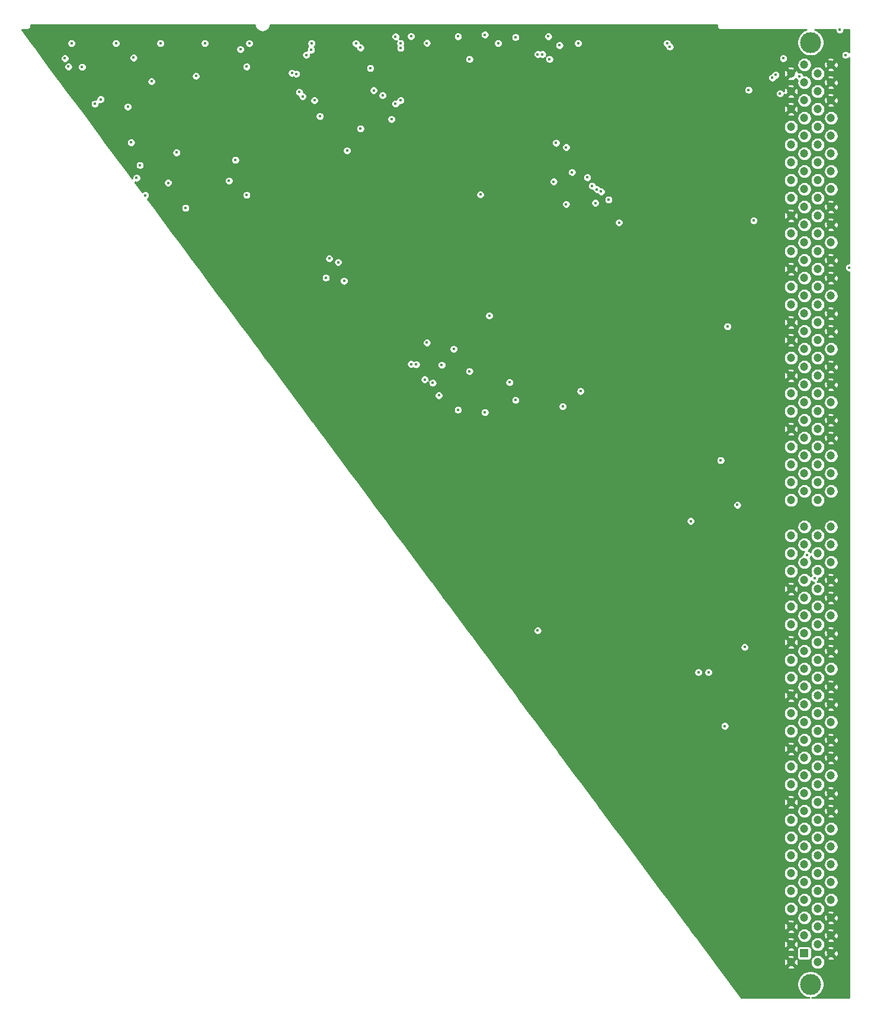
<source format=gbr>
%TF.GenerationSoftware,KiCad,Pcbnew,(5.1.6)-1*%
%TF.CreationDate,2023-02-01T13:27:27-05:00*%
%TF.ProjectId,A1200-adapter,41313230-302d-4616-9461-707465722e6b,rev?*%
%TF.SameCoordinates,Original*%
%TF.FileFunction,Copper,L3,Inr*%
%TF.FilePolarity,Positive*%
%FSLAX46Y46*%
G04 Gerber Fmt 4.6, Leading zero omitted, Abs format (unit mm)*
G04 Created by KiCad (PCBNEW (5.1.6)-1) date 2023-02-01 13:27:27*
%MOMM*%
%LPD*%
G01*
G04 APERTURE LIST*
%TA.AperFunction,ViaPad*%
%ADD10C,1.200000*%
%TD*%
%TA.AperFunction,ViaPad*%
%ADD11R,1.200000X1.200000*%
%TD*%
%TA.AperFunction,ViaPad*%
%ADD12C,3.000000*%
%TD*%
%TA.AperFunction,ViaPad*%
%ADD13C,0.400000*%
%TD*%
%TA.AperFunction,Conductor*%
%ADD14C,0.254000*%
%TD*%
G04 APERTURE END LIST*
D10*
%TO.N,+5V*%
%TO.C,CON1*%
X161173000Y-104135000D03*
%TO.N,N/C*%
X157363000Y-104135000D03*
X159268000Y-105405000D03*
%TO.N,+5V*%
X155458000Y-105405000D03*
X155458000Y-102865000D03*
%TO.N,/RMC*%
X159268000Y-102865000D03*
%TO.N,/BG*%
X157363000Y-101595000D03*
%TO.N,+5V*%
X161173000Y-101595000D03*
%TO.N,GND*%
X161173000Y-96515000D03*
%TO.N,N/C*%
X157363000Y-96515000D03*
X159268000Y-97785000D03*
X155458000Y-97785000D03*
X155458000Y-100325000D03*
X159268000Y-100325000D03*
%TO.N,/RST*%
X157363000Y-99055000D03*
%TO.N,N/C*%
X161173000Y-99055000D03*
%TO.N,GND*%
X161173000Y-88895000D03*
%TO.N,/FC2*%
X157363000Y-88895000D03*
%TO.N,/IPL2*%
X159268000Y-90165000D03*
%TO.N,N/C*%
X155458000Y-90165000D03*
%TO.N,GND*%
X155458000Y-87625000D03*
%TO.N,N/C*%
X159268000Y-87625000D03*
%TO.N,/SIZ1*%
X157363000Y-86355000D03*
%TO.N,GND*%
X161173000Y-86355000D03*
%TO.N,N/C*%
X161173000Y-91435000D03*
%TO.N,/SIZ0*%
X157363000Y-91435000D03*
%TO.N,/IPL1*%
X159268000Y-92705000D03*
%TO.N,N/C*%
X155458000Y-92705000D03*
%TO.N,GND*%
X155458000Y-95245000D03*
%TO.N,/IPL0*%
X159268000Y-95245000D03*
%TO.N,/RESET*%
X157363000Y-93975000D03*
%TO.N,GND*%
X161173000Y-93975000D03*
X161173000Y-73655000D03*
%TO.N,/D28*%
X157363000Y-73655000D03*
%TO.N,/D12*%
X159268000Y-74925000D03*
%TO.N,N/C*%
X155458000Y-74925000D03*
%TO.N,GND*%
X155458000Y-72385000D03*
%TO.N,/D11*%
X159268000Y-72385000D03*
%TO.N,/D27*%
X157363000Y-71115000D03*
%TO.N,GND*%
X161173000Y-71115000D03*
X161173000Y-66035000D03*
%TO.N,/D25*%
X157363000Y-66035000D03*
%TO.N,/D9*%
X159268000Y-67305000D03*
%TO.N,N/C*%
X155458000Y-67305000D03*
X155458000Y-69845000D03*
%TO.N,/D10*%
X159268000Y-69845000D03*
%TO.N,/D26*%
X157363000Y-68575000D03*
%TO.N,N/C*%
X161173000Y-68575000D03*
%TO.N,GND*%
X161173000Y-78735000D03*
%TO.N,/D30*%
X157363000Y-78735000D03*
%TO.N,/D14*%
X159268000Y-80005000D03*
%TO.N,GND*%
X155458000Y-80005000D03*
%TO.N,N/C*%
X155458000Y-77465000D03*
%TO.N,/D13*%
X159268000Y-77465000D03*
%TO.N,/D29*%
X157363000Y-76195000D03*
%TO.N,N/C*%
X161173000Y-76195000D03*
%TO.N,GND*%
X161173000Y-81275000D03*
%TO.N,/D31*%
X157363000Y-81275000D03*
%TO.N,/D15*%
X159268000Y-82545000D03*
%TO.N,GND*%
X155458000Y-82545000D03*
%TO.N,/FPUCS*%
X155458000Y-85085000D03*
%TO.N,/OCS*%
X159268000Y-85085000D03*
%TO.N,/AS*%
X157363000Y-83815000D03*
%TO.N,/CPUCLK*%
X161173000Y-83815000D03*
%TO.N,N/C*%
X161173000Y-60955000D03*
%TO.N,/D16*%
X157363000Y-60955000D03*
%TO.N,/D0*%
X159268000Y-62225000D03*
%TO.N,N/C*%
X155458000Y-62225000D03*
%TO.N,+5V*%
X155458000Y-59685000D03*
%TO.N,/D1*%
X159268000Y-59685000D03*
%TO.N,/D17*%
X157363000Y-58415000D03*
%TO.N,+5V*%
X161173000Y-58415000D03*
X161173000Y-53335000D03*
%TO.N,/D19*%
X157363000Y-53335000D03*
%TO.N,/D3*%
X159268000Y-54605000D03*
%TO.N,+5V*%
X155458000Y-54605000D03*
X155458000Y-57145000D03*
%TO.N,/D2*%
X159268000Y-57145000D03*
%TO.N,/D18*%
X157363000Y-55875000D03*
%TO.N,+5V*%
X161173000Y-55875000D03*
%TO.N,GND*%
X161173000Y-45715000D03*
%TO.N,/D22*%
X157363000Y-45715000D03*
%TO.N,/D6*%
X159268000Y-46985000D03*
%TO.N,GND*%
X155458000Y-46985000D03*
X155458000Y-44445000D03*
%TO.N,/D7*%
X159268000Y-44445000D03*
%TO.N,/D23*%
X157363000Y-43175000D03*
%TO.N,GND*%
X161173000Y-43175000D03*
X161173000Y-48255000D03*
%TO.N,/D21*%
X157363000Y-48255000D03*
%TO.N,/D5*%
X159268000Y-49525000D03*
%TO.N,GND*%
X155458000Y-49525000D03*
%TO.N,+5V*%
X155458000Y-52065000D03*
%TO.N,/D4*%
X159268000Y-52065000D03*
%TO.N,/D20*%
X157363000Y-50795000D03*
%TO.N,+5V*%
X161173000Y-50795000D03*
%TO.N,GND*%
X161173000Y-63495000D03*
%TO.N,/D24*%
X157363000Y-63495000D03*
%TO.N,/D8*%
X159268000Y-64765000D03*
%TO.N,GND*%
X155458000Y-64765000D03*
%TO.N,N/C*%
X155458000Y-130805000D03*
%TO.N,/A24*%
X159268000Y-130805000D03*
%TO.N,/A16*%
X157363000Y-129535000D03*
%TO.N,N/C*%
X161173000Y-129535000D03*
%TO.N,GND*%
X161173000Y-116835000D03*
%TO.N,/A21*%
X157363000Y-116835000D03*
%TO.N,/A29*%
X159268000Y-118105000D03*
%TO.N,GND*%
X155458000Y-118105000D03*
%TO.N,N/C*%
X155458000Y-115565000D03*
%TO.N,/A30*%
X159268000Y-115565000D03*
%TO.N,/A22*%
X157363000Y-114295000D03*
%TO.N,/DSACK0*%
X161173000Y-114295000D03*
%TO.N,+5V*%
X161173000Y-109215000D03*
%TO.N,/DS*%
X157363000Y-109215000D03*
%TO.N,/ECS*%
X159268000Y-110485000D03*
%TO.N,+5V*%
X155458000Y-110485000D03*
X155458000Y-113025000D03*
%TO.N,/A31*%
X159268000Y-113025000D03*
%TO.N,/A23*%
X157363000Y-111755000D03*
%TO.N,+5V*%
X161173000Y-111755000D03*
%TO.N,N/C*%
X161173000Y-121915000D03*
%TO.N,/A19*%
X157363000Y-121915000D03*
%TO.N,/A27*%
X159268000Y-123185000D03*
%TO.N,N/C*%
X155458000Y-123185000D03*
%TO.N,/INT2*%
X155458000Y-120645000D03*
%TO.N,/A28*%
X159268000Y-120645000D03*
%TO.N,/A20*%
X157363000Y-119375000D03*
%TO.N,GND*%
X161173000Y-119375000D03*
X161173000Y-124455000D03*
%TO.N,/A18*%
X157363000Y-124455000D03*
%TO.N,/A26*%
X159268000Y-125725000D03*
%TO.N,GND*%
X155458000Y-125725000D03*
%TO.N,N/C*%
X155458000Y-128265000D03*
%TO.N,/A25*%
X159268000Y-128265000D03*
%TO.N,/A17*%
X157363000Y-126995000D03*
%TO.N,GND*%
X161173000Y-126995000D03*
X161173000Y-149855000D03*
%TO.N,/A8*%
X157363000Y-149855000D03*
%TO.N,/A0*%
X159268000Y-151125000D03*
%TO.N,N/C*%
X155458000Y-151125000D03*
%TO.N,GND*%
X155458000Y-148585000D03*
%TO.N,/A1*%
X159268000Y-148585000D03*
%TO.N,/A9*%
X157363000Y-147315000D03*
%TO.N,GND*%
X161173000Y-147315000D03*
X161173000Y-142235000D03*
%TO.N,/A11*%
X157363000Y-142235000D03*
%TO.N,/A3*%
X159268000Y-143505000D03*
%TO.N,N/C*%
X155458000Y-143505000D03*
X155458000Y-146045000D03*
%TO.N,/A2*%
X159268000Y-146045000D03*
%TO.N,/A10*%
X157363000Y-144775000D03*
%TO.N,/INT6*%
X161173000Y-144775000D03*
%TO.N,GND*%
X161173000Y-134615000D03*
%TO.N,/A14*%
X157363000Y-134615000D03*
%TO.N,/A6*%
X159268000Y-135885000D03*
%TO.N,N/C*%
X155458000Y-135885000D03*
%TO.N,GND*%
X155458000Y-133345000D03*
%TO.N,/A7*%
X159268000Y-133345000D03*
%TO.N,/A15*%
X157363000Y-132075000D03*
%TO.N,GND*%
X161173000Y-132075000D03*
%TO.N,N/C*%
X161173000Y-137155000D03*
%TO.N,/A13*%
X157363000Y-137155000D03*
%TO.N,/A5*%
X159268000Y-138425000D03*
%TO.N,N/C*%
X155458000Y-138425000D03*
%TO.N,GND*%
X155458000Y-140965000D03*
%TO.N,/A4*%
X159268000Y-140965000D03*
%TO.N,/A12*%
X157363000Y-139695000D03*
%TO.N,GND*%
X161173000Y-139695000D03*
%TO.N,+5V*%
X161173000Y-160015000D03*
%TO.N,/BOSS*%
X157363000Y-160015000D03*
%TO.N,/FC0*%
X159268000Y-161285000D03*
%TO.N,+5V*%
X155458000Y-161285000D03*
X155458000Y-158745000D03*
%TO.N,/FC1*%
X159268000Y-158745000D03*
%TO.N,N/C*%
X157363000Y-157475000D03*
%TO.N,+5V*%
X161173000Y-157475000D03*
%TO.N,N/C*%
X161173000Y-152395000D03*
%TO.N,/BERR*%
X157363000Y-152395000D03*
%TO.N,N/C*%
X159268000Y-153665000D03*
X155458000Y-153665000D03*
%TO.N,+5V*%
X155458000Y-156205000D03*
%TO.N,N/C*%
X159268000Y-156205000D03*
%TO.N,/BR*%
X157363000Y-154935000D03*
%TO.N,+5V*%
X161173000Y-154935000D03*
%TO.N,GND*%
X161173000Y-165095000D03*
%TO.N,N/C*%
X157363000Y-165095000D03*
%TO.N,/AVEC*%
X159268000Y-166365000D03*
%TO.N,GND*%
X155458000Y-166365000D03*
%TO.N,+5V*%
X155458000Y-163825000D03*
%TO.N,N/C*%
X159268000Y-163825000D03*
X157363000Y-162555000D03*
%TO.N,+5V*%
X161173000Y-162555000D03*
%TO.N,GND*%
X161173000Y-167635000D03*
%TO.N,/RW*%
X157363000Y-167635000D03*
%TO.N,/BGACK*%
X159268000Y-168905000D03*
%TO.N,GND*%
X155458000Y-168905000D03*
X155458000Y-171445000D03*
%TO.N,/HLT*%
X159268000Y-171445000D03*
D11*
%TO.N,/DSACK1*%
X157363000Y-170175000D03*
D10*
%TO.N,GND*%
X161173000Y-170175000D03*
D12*
%TO.N,*%
X158252000Y-40000000D03*
X158252000Y-174620000D03*
%TD*%
D13*
%TO.N,+5V*%
X52656700Y-40114200D03*
X59004200Y-40111700D03*
X65359300Y-40111700D03*
X71706700Y-40114200D03*
X78056700Y-40129500D03*
X86949300Y-40121800D03*
X99654400Y-40111700D03*
X93284000Y-40126900D03*
X113617000Y-40119300D03*
X125047000Y-40119300D03*
X137749000Y-40132000D03*
%TO.N,/RMC*%
X116092600Y-91107600D03*
X116092600Y-39257900D03*
%TO.N,/BG*%
X120774500Y-39140100D03*
X122841200Y-92018500D03*
%TO.N,GND*%
X94147600Y-40137100D03*
X53522900Y-40126900D03*
X59867800Y-40121800D03*
X66222900Y-40121800D03*
X72572900Y-40126900D03*
X78928000Y-40142200D03*
X87838300Y-40132000D03*
X125913000Y-40132000D03*
X114473000Y-40121800D03*
X100518000Y-40116800D03*
X141554000Y-40132000D03*
X138643000Y-40132000D03*
X141635480Y-73822560D03*
X136235440Y-73822560D03*
X132537200Y-103449120D03*
X142453360Y-110611920D03*
X125775720Y-97546160D03*
X53324760Y-47284640D03*
X58943240Y-43444160D03*
X51389280Y-41183560D03*
X143687800Y-141762480D03*
X145846800Y-124576840D03*
X147767040Y-137866120D03*
X144312640Y-132831840D03*
X152232360Y-125282960D03*
X145928080Y-136591040D03*
X144429480Y-138089640D03*
X140441680Y-128955800D03*
X162209480Y-174081440D03*
X133029960Y-56408320D03*
X147594320Y-69209920D03*
X132394960Y-69651880D03*
X86659720Y-43815000D03*
X82544920Y-42103040D03*
X83845400Y-42103040D03*
X117688360Y-40228520D03*
X72212200Y-42875200D03*
X110251240Y-91282520D03*
X100050600Y-82910680D03*
X98216720Y-79598520D03*
X96880680Y-77419200D03*
X150083520Y-97896680D03*
X146522440Y-130896360D03*
X141975840Y-120538240D03*
X143200120Y-115407440D03*
X143200120Y-113009680D03*
X114178080Y-87386160D03*
X98491040Y-57058560D03*
X64785240Y-60492640D03*
X151165560Y-65598040D03*
X150058120Y-67116960D03*
X155620720Y-106791760D03*
%TO.N,/FC2*%
X115240000Y-88572100D03*
%TO.N,/IPL2*%
X101886200Y-86022000D03*
%TO.N,/SIZ1*%
X105552000Y-86096200D03*
%TO.N,/SIZ0*%
X109508700Y-86997100D03*
X109508700Y-42393300D03*
%TO.N,/IPL1*%
X101163300Y-39118200D03*
X101163300Y-85971200D03*
%TO.N,/IPL0*%
X103119700Y-88175200D03*
%TO.N,/RESET*%
X125378000Y-89837500D03*
X122378800Y-40409000D03*
%TO.N,/D28*%
X150125800Y-65454000D03*
%TO.N,/D12*%
X153264800Y-44640100D03*
%TO.N,/D11*%
X90756700Y-71420400D03*
%TO.N,/D27*%
X76061500Y-56791300D03*
%TO.N,/D25*%
X76786700Y-40981400D03*
%TO.N,/D9*%
X92026700Y-55459100D03*
%TO.N,/D10*%
X152789600Y-45037800D03*
%TO.N,/D30*%
X77663300Y-61799100D03*
X77663300Y-43461000D03*
%TO.N,/D14*%
X149384400Y-46792700D03*
%TO.N,/D13*%
X89486700Y-70874600D03*
%TO.N,/D29*%
X91593800Y-74077900D03*
%TO.N,/D31*%
X75140500Y-59771400D03*
%TO.N,/D15*%
X88999300Y-73630300D03*
%TO.N,/OCS*%
X103418700Y-40082700D03*
X103418700Y-82914800D03*
%TO.N,/AS*%
X107266700Y-83815000D03*
%TO.N,/CPUCLK*%
X112346700Y-79051300D03*
%TO.N,/D16*%
X88142500Y-50542700D03*
X86882600Y-41056800D03*
%TO.N,/D0*%
X98949200Y-48748300D03*
X98949200Y-39162900D03*
%TO.N,/D1*%
X98376700Y-50970100D03*
%TO.N,/D17*%
X85676700Y-47708000D03*
%TO.N,/D19*%
X85185000Y-47085200D03*
%TO.N,/D3*%
X97106700Y-47551100D03*
%TO.N,/D2*%
X99671100Y-48273200D03*
X99671100Y-40792700D03*
%TO.N,/D18*%
X87353800Y-48273000D03*
X86194400Y-41781200D03*
%TO.N,/D7*%
X95345500Y-43668600D03*
%TO.N,/D23*%
X156681700Y-44862400D03*
X84763200Y-44490700D03*
%TO.N,/D21*%
X84144000Y-44366700D03*
%TO.N,/D5*%
X95836700Y-46850900D03*
%TO.N,/D4*%
X154357300Y-42268000D03*
%TO.N,/D20*%
X153882200Y-47297100D03*
%TO.N,/D8*%
X93931700Y-52305000D03*
X93931700Y-40750200D03*
%TO.N,/A24*%
X145401400Y-99719400D03*
%TO.N,/A16*%
X130886300Y-65743900D03*
%TO.N,/A21*%
X56810800Y-48126300D03*
%TO.N,/A29*%
X158833900Y-116587200D03*
X52196800Y-43460000D03*
%TO.N,/DSACK0*%
X111711700Y-92863700D03*
X111711700Y-38890900D03*
%TO.N,/DS*%
X107875600Y-92506500D03*
X107875600Y-39142400D03*
%TO.N,/ECS*%
X105140400Y-90443500D03*
%TO.N,/A31*%
X54152500Y-43499300D03*
%TO.N,/A23*%
X60683700Y-49192900D03*
%TO.N,/A19*%
X61158900Y-54291900D03*
%TO.N,/A27*%
X51702100Y-42268300D03*
%TO.N,/A28*%
X157734600Y-113245900D03*
%TO.N,/A18*%
X146390200Y-80588600D03*
%TO.N,/A26*%
X147791300Y-106108000D03*
%TO.N,/A25*%
X55985600Y-48767700D03*
%TO.N,/A17*%
X61942300Y-59356000D03*
%TO.N,/A8*%
X121536000Y-59891500D03*
%TO.N,/A0*%
X121884600Y-54349800D03*
%TO.N,/A1*%
X123324200Y-54984000D03*
X70436700Y-44801900D03*
%TO.N,/A9*%
X123316300Y-63115200D03*
X64086700Y-45565800D03*
%TO.N,/A11*%
X63184000Y-61837700D03*
%TO.N,/A3*%
X68938800Y-63650600D03*
%TO.N,/A2*%
X128323900Y-61320800D03*
%TO.N,/A10*%
X127023600Y-60497500D03*
%TO.N,/INT6*%
X138123700Y-40607300D03*
%TO.N,/A14*%
X129385900Y-62464200D03*
%TO.N,/A6*%
X126340800Y-59285600D03*
%TO.N,/A7*%
X66454200Y-60056400D03*
%TO.N,/A15*%
X143673500Y-130017700D03*
X127498700Y-62939300D03*
X61511300Y-42181500D03*
%TO.N,/A13*%
X148835800Y-126419600D03*
X62417400Y-57552000D03*
%TO.N,/A5*%
X141129100Y-108405900D03*
X67650100Y-55730000D03*
%TO.N,/A4*%
X142229900Y-130022800D03*
X124159600Y-58551900D03*
%TO.N,/A12*%
X127736300Y-60997500D03*
%TO.N,/BOSS*%
X119923800Y-41693100D03*
%TO.N,/FC1*%
X119253200Y-124046500D03*
X119253200Y-41693100D03*
%TO.N,/BERR*%
X120933200Y-42393300D03*
%TO.N,/BR*%
X145999500Y-137695400D03*
%TO.N,/AVEC*%
X162414400Y-38191300D03*
%TO.N,/HLT*%
X163250300Y-41792900D03*
%TO.N,/DSACK1*%
X111076700Y-61733100D03*
X163758200Y-72177000D03*
%TO.N,/RST*%
X104251200Y-88658900D03*
%TD*%
D14*
%TO.N,GND*%
G36*
X144851241Y-37630745D02*
G01*
X144851240Y-37630755D01*
X144851240Y-37696795D01*
X144849053Y-37719000D01*
X144857780Y-37807607D01*
X144883626Y-37892810D01*
X144925597Y-37971333D01*
X144966329Y-38020965D01*
X144982081Y-38040159D01*
X145050907Y-38096643D01*
X145129430Y-38138614D01*
X145214633Y-38164460D01*
X145303240Y-38173187D01*
X145325445Y-38171000D01*
X157632102Y-38171000D01*
X157339223Y-38292315D01*
X157023609Y-38503201D01*
X156755201Y-38771609D01*
X156544315Y-39087223D01*
X156399053Y-39437915D01*
X156325000Y-39810207D01*
X156325000Y-40189793D01*
X156399053Y-40562085D01*
X156544315Y-40912777D01*
X156755201Y-41228391D01*
X157023609Y-41496799D01*
X157339223Y-41707685D01*
X157689915Y-41852947D01*
X158062207Y-41927000D01*
X158441793Y-41927000D01*
X158814085Y-41852947D01*
X159164777Y-41707685D01*
X159480391Y-41496799D01*
X159748799Y-41228391D01*
X159959685Y-40912777D01*
X160104947Y-40562085D01*
X160179000Y-40189793D01*
X160179000Y-39810207D01*
X160104947Y-39437915D01*
X159959685Y-39087223D01*
X159748799Y-38771609D01*
X159480391Y-38503201D01*
X159164777Y-38292315D01*
X158871898Y-38171000D01*
X161787400Y-38171000D01*
X161787400Y-38253054D01*
X161811495Y-38374189D01*
X161858760Y-38488296D01*
X161927377Y-38590989D01*
X162014711Y-38678323D01*
X162117404Y-38746940D01*
X162231511Y-38794205D01*
X162352646Y-38818300D01*
X162476154Y-38818300D01*
X162597289Y-38794205D01*
X162711396Y-38746940D01*
X162814089Y-38678323D01*
X162901423Y-38590989D01*
X162970040Y-38488296D01*
X163017305Y-38374189D01*
X163041400Y-38253054D01*
X163041400Y-38171000D01*
X163748840Y-38171000D01*
X163748840Y-41410448D01*
X163737323Y-41393211D01*
X163649989Y-41305877D01*
X163547296Y-41237260D01*
X163433189Y-41189995D01*
X163312054Y-41165900D01*
X163188546Y-41165900D01*
X163067411Y-41189995D01*
X162953304Y-41237260D01*
X162850611Y-41305877D01*
X162763277Y-41393211D01*
X162694660Y-41495904D01*
X162647395Y-41610011D01*
X162623300Y-41731146D01*
X162623300Y-41854654D01*
X162647395Y-41975789D01*
X162694660Y-42089896D01*
X162763277Y-42192589D01*
X162850611Y-42279923D01*
X162953304Y-42348540D01*
X163067411Y-42395805D01*
X163188546Y-42419900D01*
X163312054Y-42419900D01*
X163433189Y-42395805D01*
X163547296Y-42348540D01*
X163649989Y-42279923D01*
X163737323Y-42192589D01*
X163748840Y-42175352D01*
X163748840Y-71550000D01*
X163696446Y-71550000D01*
X163575311Y-71574095D01*
X163461204Y-71621360D01*
X163358511Y-71689977D01*
X163271177Y-71777311D01*
X163202560Y-71880004D01*
X163155295Y-71994111D01*
X163131200Y-72115246D01*
X163131200Y-72238754D01*
X163155295Y-72359889D01*
X163202560Y-72473996D01*
X163271177Y-72576689D01*
X163358511Y-72664023D01*
X163461204Y-72732640D01*
X163575311Y-72779905D01*
X163696446Y-72804000D01*
X163748840Y-72804000D01*
X163748841Y-176545360D01*
X158450038Y-176545360D01*
X158814085Y-176472947D01*
X159164777Y-176327685D01*
X159480391Y-176116799D01*
X159748799Y-175848391D01*
X159959685Y-175532777D01*
X160104947Y-175182085D01*
X160179000Y-174809793D01*
X160179000Y-174430207D01*
X160104947Y-174057915D01*
X159959685Y-173707223D01*
X159748799Y-173391609D01*
X159480391Y-173123201D01*
X159164777Y-172912315D01*
X158814085Y-172767053D01*
X158441793Y-172693000D01*
X158062207Y-172693000D01*
X157689915Y-172767053D01*
X157339223Y-172912315D01*
X157023609Y-173123201D01*
X156755201Y-173391609D01*
X156544315Y-173707223D01*
X156399053Y-174057915D01*
X156325000Y-174430207D01*
X156325000Y-174809793D01*
X156399053Y-175182085D01*
X156544315Y-175532777D01*
X156755201Y-175848391D01*
X157023609Y-176116799D01*
X157339223Y-176327685D01*
X157689915Y-176472947D01*
X158053962Y-176545360D01*
X148375260Y-176545360D01*
X145132708Y-172182838D01*
X154899767Y-172182838D01*
X154958780Y-172348183D01*
X155144575Y-172428222D01*
X155342415Y-172470476D01*
X155544696Y-172473321D01*
X155743646Y-172436648D01*
X155931618Y-172361866D01*
X155957220Y-172348183D01*
X156016233Y-172182838D01*
X155458000Y-171624605D01*
X154899767Y-172182838D01*
X145132708Y-172182838D01*
X144648730Y-171531696D01*
X154429679Y-171531696D01*
X154466352Y-171730646D01*
X154541134Y-171918618D01*
X154554817Y-171944220D01*
X154720162Y-172003233D01*
X155278395Y-171445000D01*
X155637605Y-171445000D01*
X156195838Y-172003233D01*
X156361183Y-171944220D01*
X156441222Y-171758425D01*
X156483476Y-171560585D01*
X156486321Y-171358304D01*
X156483657Y-171343849D01*
X158241000Y-171343849D01*
X158241000Y-171546151D01*
X158280467Y-171744565D01*
X158357885Y-171931467D01*
X158470277Y-172099674D01*
X158613326Y-172242723D01*
X158781533Y-172355115D01*
X158968435Y-172432533D01*
X159166849Y-172472000D01*
X159369151Y-172472000D01*
X159567565Y-172432533D01*
X159754467Y-172355115D01*
X159922674Y-172242723D01*
X160065723Y-172099674D01*
X160178115Y-171931467D01*
X160255533Y-171744565D01*
X160295000Y-171546151D01*
X160295000Y-171343849D01*
X160255533Y-171145435D01*
X160178115Y-170958533D01*
X160147583Y-170912838D01*
X160614767Y-170912838D01*
X160673780Y-171078183D01*
X160859575Y-171158222D01*
X161057415Y-171200476D01*
X161259696Y-171203321D01*
X161458646Y-171166648D01*
X161646618Y-171091866D01*
X161672220Y-171078183D01*
X161731233Y-170912838D01*
X161173000Y-170354605D01*
X160614767Y-170912838D01*
X160147583Y-170912838D01*
X160065723Y-170790326D01*
X159922674Y-170647277D01*
X159754467Y-170534885D01*
X159567565Y-170457467D01*
X159369151Y-170418000D01*
X159166849Y-170418000D01*
X158968435Y-170457467D01*
X158781533Y-170534885D01*
X158613326Y-170647277D01*
X158470277Y-170790326D01*
X158357885Y-170958533D01*
X158280467Y-171145435D01*
X158241000Y-171343849D01*
X156483657Y-171343849D01*
X156449648Y-171159354D01*
X156374866Y-170971382D01*
X156361183Y-170945780D01*
X156195838Y-170886767D01*
X155637605Y-171445000D01*
X155278395Y-171445000D01*
X154720162Y-170886767D01*
X154554817Y-170945780D01*
X154474778Y-171131575D01*
X154432524Y-171329415D01*
X154429679Y-171531696D01*
X144648730Y-171531696D01*
X144035875Y-170707162D01*
X154899767Y-170707162D01*
X155458000Y-171265395D01*
X156016233Y-170707162D01*
X155957220Y-170541817D01*
X155771425Y-170461778D01*
X155573585Y-170419524D01*
X155371304Y-170416679D01*
X155172354Y-170453352D01*
X154984382Y-170528134D01*
X154958780Y-170541817D01*
X154899767Y-170707162D01*
X144035875Y-170707162D01*
X143244790Y-169642838D01*
X154899767Y-169642838D01*
X154958780Y-169808183D01*
X155144575Y-169888222D01*
X155342415Y-169930476D01*
X155544696Y-169933321D01*
X155743646Y-169896648D01*
X155931618Y-169821866D01*
X155957220Y-169808183D01*
X156016233Y-169642838D01*
X155948395Y-169575000D01*
X156333934Y-169575000D01*
X156333934Y-170775000D01*
X156342178Y-170858707D01*
X156366595Y-170939196D01*
X156406245Y-171013376D01*
X156459605Y-171078395D01*
X156524624Y-171131755D01*
X156598804Y-171171405D01*
X156679293Y-171195822D01*
X156763000Y-171204066D01*
X157963000Y-171204066D01*
X158046707Y-171195822D01*
X158127196Y-171171405D01*
X158201376Y-171131755D01*
X158266395Y-171078395D01*
X158319755Y-171013376D01*
X158359405Y-170939196D01*
X158383822Y-170858707D01*
X158392066Y-170775000D01*
X158392066Y-170261696D01*
X160144679Y-170261696D01*
X160181352Y-170460646D01*
X160256134Y-170648618D01*
X160269817Y-170674220D01*
X160435162Y-170733233D01*
X160993395Y-170175000D01*
X161352605Y-170175000D01*
X161910838Y-170733233D01*
X162076183Y-170674220D01*
X162156222Y-170488425D01*
X162198476Y-170290585D01*
X162201321Y-170088304D01*
X162164648Y-169889354D01*
X162089866Y-169701382D01*
X162076183Y-169675780D01*
X161910838Y-169616767D01*
X161352605Y-170175000D01*
X160993395Y-170175000D01*
X160435162Y-169616767D01*
X160269817Y-169675780D01*
X160189778Y-169861575D01*
X160147524Y-170059415D01*
X160144679Y-170261696D01*
X158392066Y-170261696D01*
X158392066Y-169575000D01*
X158383822Y-169491293D01*
X158359405Y-169410804D01*
X158319755Y-169336624D01*
X158266395Y-169271605D01*
X158201376Y-169218245D01*
X158127196Y-169178595D01*
X158046707Y-169154178D01*
X157963000Y-169145934D01*
X156763000Y-169145934D01*
X156679293Y-169154178D01*
X156598804Y-169178595D01*
X156524624Y-169218245D01*
X156459605Y-169271605D01*
X156406245Y-169336624D01*
X156366595Y-169410804D01*
X156342178Y-169491293D01*
X156333934Y-169575000D01*
X155948395Y-169575000D01*
X155458000Y-169084605D01*
X154899767Y-169642838D01*
X143244790Y-169642838D01*
X142760812Y-168991696D01*
X154429679Y-168991696D01*
X154466352Y-169190646D01*
X154541134Y-169378618D01*
X154554817Y-169404220D01*
X154720162Y-169463233D01*
X155278395Y-168905000D01*
X155637605Y-168905000D01*
X156195838Y-169463233D01*
X156361183Y-169404220D01*
X156441222Y-169218425D01*
X156483476Y-169020585D01*
X156486321Y-168818304D01*
X156483657Y-168803849D01*
X158241000Y-168803849D01*
X158241000Y-169006151D01*
X158280467Y-169204565D01*
X158357885Y-169391467D01*
X158470277Y-169559674D01*
X158613326Y-169702723D01*
X158781533Y-169815115D01*
X158968435Y-169892533D01*
X159166849Y-169932000D01*
X159369151Y-169932000D01*
X159567565Y-169892533D01*
X159754467Y-169815115D01*
X159922674Y-169702723D01*
X160065723Y-169559674D01*
X160147582Y-169437162D01*
X160614767Y-169437162D01*
X161173000Y-169995395D01*
X161731233Y-169437162D01*
X161672220Y-169271817D01*
X161486425Y-169191778D01*
X161288585Y-169149524D01*
X161086304Y-169146679D01*
X160887354Y-169183352D01*
X160699382Y-169258134D01*
X160673780Y-169271817D01*
X160614767Y-169437162D01*
X160147582Y-169437162D01*
X160178115Y-169391467D01*
X160255533Y-169204565D01*
X160295000Y-169006151D01*
X160295000Y-168803849D01*
X160255533Y-168605435D01*
X160178115Y-168418533D01*
X160147583Y-168372838D01*
X160614767Y-168372838D01*
X160673780Y-168538183D01*
X160859575Y-168618222D01*
X161057415Y-168660476D01*
X161259696Y-168663321D01*
X161458646Y-168626648D01*
X161646618Y-168551866D01*
X161672220Y-168538183D01*
X161731233Y-168372838D01*
X161173000Y-167814605D01*
X160614767Y-168372838D01*
X160147583Y-168372838D01*
X160065723Y-168250326D01*
X159922674Y-168107277D01*
X159754467Y-167994885D01*
X159567565Y-167917467D01*
X159369151Y-167878000D01*
X159166849Y-167878000D01*
X158968435Y-167917467D01*
X158781533Y-167994885D01*
X158613326Y-168107277D01*
X158470277Y-168250326D01*
X158357885Y-168418533D01*
X158280467Y-168605435D01*
X158241000Y-168803849D01*
X156483657Y-168803849D01*
X156449648Y-168619354D01*
X156374866Y-168431382D01*
X156361183Y-168405780D01*
X156195838Y-168346767D01*
X155637605Y-168905000D01*
X155278395Y-168905000D01*
X154720162Y-168346767D01*
X154554817Y-168405780D01*
X154474778Y-168591575D01*
X154432524Y-168789415D01*
X154429679Y-168991696D01*
X142760812Y-168991696D01*
X142147957Y-168167162D01*
X154899767Y-168167162D01*
X155458000Y-168725395D01*
X156016233Y-168167162D01*
X155957220Y-168001817D01*
X155771425Y-167921778D01*
X155573585Y-167879524D01*
X155371304Y-167876679D01*
X155172354Y-167913352D01*
X154984382Y-167988134D01*
X154958780Y-168001817D01*
X154899767Y-168167162D01*
X142147957Y-168167162D01*
X141677232Y-167533849D01*
X156336000Y-167533849D01*
X156336000Y-167736151D01*
X156375467Y-167934565D01*
X156452885Y-168121467D01*
X156565277Y-168289674D01*
X156708326Y-168432723D01*
X156876533Y-168545115D01*
X157063435Y-168622533D01*
X157261849Y-168662000D01*
X157464151Y-168662000D01*
X157662565Y-168622533D01*
X157849467Y-168545115D01*
X158017674Y-168432723D01*
X158160723Y-168289674D01*
X158273115Y-168121467D01*
X158350533Y-167934565D01*
X158390000Y-167736151D01*
X158390000Y-167721696D01*
X160144679Y-167721696D01*
X160181352Y-167920646D01*
X160256134Y-168108618D01*
X160269817Y-168134220D01*
X160435162Y-168193233D01*
X160993395Y-167635000D01*
X161352605Y-167635000D01*
X161910838Y-168193233D01*
X162076183Y-168134220D01*
X162156222Y-167948425D01*
X162198476Y-167750585D01*
X162201321Y-167548304D01*
X162164648Y-167349354D01*
X162089866Y-167161382D01*
X162076183Y-167135780D01*
X161910838Y-167076767D01*
X161352605Y-167635000D01*
X160993395Y-167635000D01*
X160435162Y-167076767D01*
X160269817Y-167135780D01*
X160189778Y-167321575D01*
X160147524Y-167519415D01*
X160144679Y-167721696D01*
X158390000Y-167721696D01*
X158390000Y-167533849D01*
X158350533Y-167335435D01*
X158273115Y-167148533D01*
X158160723Y-166980326D01*
X158017674Y-166837277D01*
X157849467Y-166724885D01*
X157662565Y-166647467D01*
X157464151Y-166608000D01*
X157261849Y-166608000D01*
X157063435Y-166647467D01*
X156876533Y-166724885D01*
X156708326Y-166837277D01*
X156565277Y-166980326D01*
X156452885Y-167148533D01*
X156375467Y-167335435D01*
X156336000Y-167533849D01*
X141677232Y-167533849D01*
X141356872Y-167102838D01*
X154899767Y-167102838D01*
X154958780Y-167268183D01*
X155144575Y-167348222D01*
X155342415Y-167390476D01*
X155544696Y-167393321D01*
X155743646Y-167356648D01*
X155931618Y-167281866D01*
X155957220Y-167268183D01*
X156016233Y-167102838D01*
X155458000Y-166544605D01*
X154899767Y-167102838D01*
X141356872Y-167102838D01*
X140872894Y-166451696D01*
X154429679Y-166451696D01*
X154466352Y-166650646D01*
X154541134Y-166838618D01*
X154554817Y-166864220D01*
X154720162Y-166923233D01*
X155278395Y-166365000D01*
X155637605Y-166365000D01*
X156195838Y-166923233D01*
X156361183Y-166864220D01*
X156441222Y-166678425D01*
X156483476Y-166480585D01*
X156486321Y-166278304D01*
X156483657Y-166263849D01*
X158241000Y-166263849D01*
X158241000Y-166466151D01*
X158280467Y-166664565D01*
X158357885Y-166851467D01*
X158470277Y-167019674D01*
X158613326Y-167162723D01*
X158781533Y-167275115D01*
X158968435Y-167352533D01*
X159166849Y-167392000D01*
X159369151Y-167392000D01*
X159567565Y-167352533D01*
X159754467Y-167275115D01*
X159922674Y-167162723D01*
X160065723Y-167019674D01*
X160147582Y-166897162D01*
X160614767Y-166897162D01*
X161173000Y-167455395D01*
X161731233Y-166897162D01*
X161672220Y-166731817D01*
X161486425Y-166651778D01*
X161288585Y-166609524D01*
X161086304Y-166606679D01*
X160887354Y-166643352D01*
X160699382Y-166718134D01*
X160673780Y-166731817D01*
X160614767Y-166897162D01*
X160147582Y-166897162D01*
X160178115Y-166851467D01*
X160255533Y-166664565D01*
X160295000Y-166466151D01*
X160295000Y-166263849D01*
X160255533Y-166065435D01*
X160178115Y-165878533D01*
X160147583Y-165832838D01*
X160614767Y-165832838D01*
X160673780Y-165998183D01*
X160859575Y-166078222D01*
X161057415Y-166120476D01*
X161259696Y-166123321D01*
X161458646Y-166086648D01*
X161646618Y-166011866D01*
X161672220Y-165998183D01*
X161731233Y-165832838D01*
X161173000Y-165274605D01*
X160614767Y-165832838D01*
X160147583Y-165832838D01*
X160065723Y-165710326D01*
X159922674Y-165567277D01*
X159754467Y-165454885D01*
X159567565Y-165377467D01*
X159369151Y-165338000D01*
X159166849Y-165338000D01*
X158968435Y-165377467D01*
X158781533Y-165454885D01*
X158613326Y-165567277D01*
X158470277Y-165710326D01*
X158357885Y-165878533D01*
X158280467Y-166065435D01*
X158241000Y-166263849D01*
X156483657Y-166263849D01*
X156449648Y-166079354D01*
X156374866Y-165891382D01*
X156361183Y-165865780D01*
X156195838Y-165806767D01*
X155637605Y-166365000D01*
X155278395Y-166365000D01*
X154720162Y-165806767D01*
X154554817Y-165865780D01*
X154474778Y-166051575D01*
X154432524Y-166249415D01*
X154429679Y-166451696D01*
X140872894Y-166451696D01*
X140260039Y-165627162D01*
X154899767Y-165627162D01*
X155458000Y-166185395D01*
X156016233Y-165627162D01*
X155957220Y-165461817D01*
X155771425Y-165381778D01*
X155573585Y-165339524D01*
X155371304Y-165336679D01*
X155172354Y-165373352D01*
X154984382Y-165448134D01*
X154958780Y-165461817D01*
X154899767Y-165627162D01*
X140260039Y-165627162D01*
X139789314Y-164993849D01*
X156336000Y-164993849D01*
X156336000Y-165196151D01*
X156375467Y-165394565D01*
X156452885Y-165581467D01*
X156565277Y-165749674D01*
X156708326Y-165892723D01*
X156876533Y-166005115D01*
X157063435Y-166082533D01*
X157261849Y-166122000D01*
X157464151Y-166122000D01*
X157662565Y-166082533D01*
X157849467Y-166005115D01*
X158017674Y-165892723D01*
X158160723Y-165749674D01*
X158273115Y-165581467D01*
X158350533Y-165394565D01*
X158390000Y-165196151D01*
X158390000Y-165181696D01*
X160144679Y-165181696D01*
X160181352Y-165380646D01*
X160256134Y-165568618D01*
X160269817Y-165594220D01*
X160435162Y-165653233D01*
X160993395Y-165095000D01*
X161352605Y-165095000D01*
X161910838Y-165653233D01*
X162076183Y-165594220D01*
X162156222Y-165408425D01*
X162198476Y-165210585D01*
X162201321Y-165008304D01*
X162164648Y-164809354D01*
X162089866Y-164621382D01*
X162076183Y-164595780D01*
X161910838Y-164536767D01*
X161352605Y-165095000D01*
X160993395Y-165095000D01*
X160435162Y-164536767D01*
X160269817Y-164595780D01*
X160189778Y-164781575D01*
X160147524Y-164979415D01*
X160144679Y-165181696D01*
X158390000Y-165181696D01*
X158390000Y-164993849D01*
X158350533Y-164795435D01*
X158273115Y-164608533D01*
X158160723Y-164440326D01*
X158017674Y-164297277D01*
X157849467Y-164184885D01*
X157662565Y-164107467D01*
X157464151Y-164068000D01*
X157261849Y-164068000D01*
X157063435Y-164107467D01*
X156876533Y-164184885D01*
X156708326Y-164297277D01*
X156565277Y-164440326D01*
X156452885Y-164608533D01*
X156375467Y-164795435D01*
X156336000Y-164993849D01*
X139789314Y-164993849D01*
X138845354Y-163723849D01*
X154431000Y-163723849D01*
X154431000Y-163926151D01*
X154470467Y-164124565D01*
X154547885Y-164311467D01*
X154660277Y-164479674D01*
X154803326Y-164622723D01*
X154971533Y-164735115D01*
X155158435Y-164812533D01*
X155356849Y-164852000D01*
X155559151Y-164852000D01*
X155757565Y-164812533D01*
X155944467Y-164735115D01*
X156112674Y-164622723D01*
X156255723Y-164479674D01*
X156368115Y-164311467D01*
X156445533Y-164124565D01*
X156485000Y-163926151D01*
X156485000Y-163723849D01*
X158241000Y-163723849D01*
X158241000Y-163926151D01*
X158280467Y-164124565D01*
X158357885Y-164311467D01*
X158470277Y-164479674D01*
X158613326Y-164622723D01*
X158781533Y-164735115D01*
X158968435Y-164812533D01*
X159166849Y-164852000D01*
X159369151Y-164852000D01*
X159567565Y-164812533D01*
X159754467Y-164735115D01*
X159922674Y-164622723D01*
X160065723Y-164479674D01*
X160147582Y-164357162D01*
X160614767Y-164357162D01*
X161173000Y-164915395D01*
X161731233Y-164357162D01*
X161672220Y-164191817D01*
X161486425Y-164111778D01*
X161288585Y-164069524D01*
X161086304Y-164066679D01*
X160887354Y-164103352D01*
X160699382Y-164178134D01*
X160673780Y-164191817D01*
X160614767Y-164357162D01*
X160147582Y-164357162D01*
X160178115Y-164311467D01*
X160255533Y-164124565D01*
X160295000Y-163926151D01*
X160295000Y-163723849D01*
X160255533Y-163525435D01*
X160178115Y-163338533D01*
X160065723Y-163170326D01*
X159922674Y-163027277D01*
X159754467Y-162914885D01*
X159567565Y-162837467D01*
X159369151Y-162798000D01*
X159166849Y-162798000D01*
X158968435Y-162837467D01*
X158781533Y-162914885D01*
X158613326Y-163027277D01*
X158470277Y-163170326D01*
X158357885Y-163338533D01*
X158280467Y-163525435D01*
X158241000Y-163723849D01*
X156485000Y-163723849D01*
X156445533Y-163525435D01*
X156368115Y-163338533D01*
X156255723Y-163170326D01*
X156112674Y-163027277D01*
X155944467Y-162914885D01*
X155757565Y-162837467D01*
X155559151Y-162798000D01*
X155356849Y-162798000D01*
X155158435Y-162837467D01*
X154971533Y-162914885D01*
X154803326Y-163027277D01*
X154660277Y-163170326D01*
X154547885Y-163338533D01*
X154470467Y-163525435D01*
X154431000Y-163723849D01*
X138845354Y-163723849D01*
X137901395Y-162453849D01*
X156336000Y-162453849D01*
X156336000Y-162656151D01*
X156375467Y-162854565D01*
X156452885Y-163041467D01*
X156565277Y-163209674D01*
X156708326Y-163352723D01*
X156876533Y-163465115D01*
X157063435Y-163542533D01*
X157261849Y-163582000D01*
X157464151Y-163582000D01*
X157662565Y-163542533D01*
X157849467Y-163465115D01*
X158017674Y-163352723D01*
X158160723Y-163209674D01*
X158273115Y-163041467D01*
X158350533Y-162854565D01*
X158390000Y-162656151D01*
X158390000Y-162453849D01*
X160146000Y-162453849D01*
X160146000Y-162656151D01*
X160185467Y-162854565D01*
X160262885Y-163041467D01*
X160375277Y-163209674D01*
X160518326Y-163352723D01*
X160686533Y-163465115D01*
X160873435Y-163542533D01*
X161071849Y-163582000D01*
X161274151Y-163582000D01*
X161472565Y-163542533D01*
X161659467Y-163465115D01*
X161827674Y-163352723D01*
X161970723Y-163209674D01*
X162083115Y-163041467D01*
X162160533Y-162854565D01*
X162200000Y-162656151D01*
X162200000Y-162453849D01*
X162160533Y-162255435D01*
X162083115Y-162068533D01*
X161970723Y-161900326D01*
X161827674Y-161757277D01*
X161659467Y-161644885D01*
X161472565Y-161567467D01*
X161274151Y-161528000D01*
X161071849Y-161528000D01*
X160873435Y-161567467D01*
X160686533Y-161644885D01*
X160518326Y-161757277D01*
X160375277Y-161900326D01*
X160262885Y-162068533D01*
X160185467Y-162255435D01*
X160146000Y-162453849D01*
X158390000Y-162453849D01*
X158350533Y-162255435D01*
X158273115Y-162068533D01*
X158160723Y-161900326D01*
X158017674Y-161757277D01*
X157849467Y-161644885D01*
X157662565Y-161567467D01*
X157464151Y-161528000D01*
X157261849Y-161528000D01*
X157063435Y-161567467D01*
X156876533Y-161644885D01*
X156708326Y-161757277D01*
X156565277Y-161900326D01*
X156452885Y-162068533D01*
X156375467Y-162255435D01*
X156336000Y-162453849D01*
X137901395Y-162453849D01*
X136957436Y-161183849D01*
X154431000Y-161183849D01*
X154431000Y-161386151D01*
X154470467Y-161584565D01*
X154547885Y-161771467D01*
X154660277Y-161939674D01*
X154803326Y-162082723D01*
X154971533Y-162195115D01*
X155158435Y-162272533D01*
X155356849Y-162312000D01*
X155559151Y-162312000D01*
X155757565Y-162272533D01*
X155944467Y-162195115D01*
X156112674Y-162082723D01*
X156255723Y-161939674D01*
X156368115Y-161771467D01*
X156445533Y-161584565D01*
X156485000Y-161386151D01*
X156485000Y-161183849D01*
X158241000Y-161183849D01*
X158241000Y-161386151D01*
X158280467Y-161584565D01*
X158357885Y-161771467D01*
X158470277Y-161939674D01*
X158613326Y-162082723D01*
X158781533Y-162195115D01*
X158968435Y-162272533D01*
X159166849Y-162312000D01*
X159369151Y-162312000D01*
X159567565Y-162272533D01*
X159754467Y-162195115D01*
X159922674Y-162082723D01*
X160065723Y-161939674D01*
X160178115Y-161771467D01*
X160255533Y-161584565D01*
X160295000Y-161386151D01*
X160295000Y-161183849D01*
X160255533Y-160985435D01*
X160178115Y-160798533D01*
X160065723Y-160630326D01*
X159922674Y-160487277D01*
X159754467Y-160374885D01*
X159567565Y-160297467D01*
X159369151Y-160258000D01*
X159166849Y-160258000D01*
X158968435Y-160297467D01*
X158781533Y-160374885D01*
X158613326Y-160487277D01*
X158470277Y-160630326D01*
X158357885Y-160798533D01*
X158280467Y-160985435D01*
X158241000Y-161183849D01*
X156485000Y-161183849D01*
X156445533Y-160985435D01*
X156368115Y-160798533D01*
X156255723Y-160630326D01*
X156112674Y-160487277D01*
X155944467Y-160374885D01*
X155757565Y-160297467D01*
X155559151Y-160258000D01*
X155356849Y-160258000D01*
X155158435Y-160297467D01*
X154971533Y-160374885D01*
X154803326Y-160487277D01*
X154660277Y-160630326D01*
X154547885Y-160798533D01*
X154470467Y-160985435D01*
X154431000Y-161183849D01*
X136957436Y-161183849D01*
X136013477Y-159913849D01*
X156336000Y-159913849D01*
X156336000Y-160116151D01*
X156375467Y-160314565D01*
X156452885Y-160501467D01*
X156565277Y-160669674D01*
X156708326Y-160812723D01*
X156876533Y-160925115D01*
X157063435Y-161002533D01*
X157261849Y-161042000D01*
X157464151Y-161042000D01*
X157662565Y-161002533D01*
X157849467Y-160925115D01*
X158017674Y-160812723D01*
X158160723Y-160669674D01*
X158273115Y-160501467D01*
X158350533Y-160314565D01*
X158390000Y-160116151D01*
X158390000Y-159913849D01*
X160146000Y-159913849D01*
X160146000Y-160116151D01*
X160185467Y-160314565D01*
X160262885Y-160501467D01*
X160375277Y-160669674D01*
X160518326Y-160812723D01*
X160686533Y-160925115D01*
X160873435Y-161002533D01*
X161071849Y-161042000D01*
X161274151Y-161042000D01*
X161472565Y-161002533D01*
X161659467Y-160925115D01*
X161827674Y-160812723D01*
X161970723Y-160669674D01*
X162083115Y-160501467D01*
X162160533Y-160314565D01*
X162200000Y-160116151D01*
X162200000Y-159913849D01*
X162160533Y-159715435D01*
X162083115Y-159528533D01*
X161970723Y-159360326D01*
X161827674Y-159217277D01*
X161659467Y-159104885D01*
X161472565Y-159027467D01*
X161274151Y-158988000D01*
X161071849Y-158988000D01*
X160873435Y-159027467D01*
X160686533Y-159104885D01*
X160518326Y-159217277D01*
X160375277Y-159360326D01*
X160262885Y-159528533D01*
X160185467Y-159715435D01*
X160146000Y-159913849D01*
X158390000Y-159913849D01*
X158350533Y-159715435D01*
X158273115Y-159528533D01*
X158160723Y-159360326D01*
X158017674Y-159217277D01*
X157849467Y-159104885D01*
X157662565Y-159027467D01*
X157464151Y-158988000D01*
X157261849Y-158988000D01*
X157063435Y-159027467D01*
X156876533Y-159104885D01*
X156708326Y-159217277D01*
X156565277Y-159360326D01*
X156452885Y-159528533D01*
X156375467Y-159715435D01*
X156336000Y-159913849D01*
X136013477Y-159913849D01*
X135069518Y-158643849D01*
X154431000Y-158643849D01*
X154431000Y-158846151D01*
X154470467Y-159044565D01*
X154547885Y-159231467D01*
X154660277Y-159399674D01*
X154803326Y-159542723D01*
X154971533Y-159655115D01*
X155158435Y-159732533D01*
X155356849Y-159772000D01*
X155559151Y-159772000D01*
X155757565Y-159732533D01*
X155944467Y-159655115D01*
X156112674Y-159542723D01*
X156255723Y-159399674D01*
X156368115Y-159231467D01*
X156445533Y-159044565D01*
X156485000Y-158846151D01*
X156485000Y-158643849D01*
X158241000Y-158643849D01*
X158241000Y-158846151D01*
X158280467Y-159044565D01*
X158357885Y-159231467D01*
X158470277Y-159399674D01*
X158613326Y-159542723D01*
X158781533Y-159655115D01*
X158968435Y-159732533D01*
X159166849Y-159772000D01*
X159369151Y-159772000D01*
X159567565Y-159732533D01*
X159754467Y-159655115D01*
X159922674Y-159542723D01*
X160065723Y-159399674D01*
X160178115Y-159231467D01*
X160255533Y-159044565D01*
X160295000Y-158846151D01*
X160295000Y-158643849D01*
X160255533Y-158445435D01*
X160178115Y-158258533D01*
X160065723Y-158090326D01*
X159922674Y-157947277D01*
X159754467Y-157834885D01*
X159567565Y-157757467D01*
X159369151Y-157718000D01*
X159166849Y-157718000D01*
X158968435Y-157757467D01*
X158781533Y-157834885D01*
X158613326Y-157947277D01*
X158470277Y-158090326D01*
X158357885Y-158258533D01*
X158280467Y-158445435D01*
X158241000Y-158643849D01*
X156485000Y-158643849D01*
X156445533Y-158445435D01*
X156368115Y-158258533D01*
X156255723Y-158090326D01*
X156112674Y-157947277D01*
X155944467Y-157834885D01*
X155757565Y-157757467D01*
X155559151Y-157718000D01*
X155356849Y-157718000D01*
X155158435Y-157757467D01*
X154971533Y-157834885D01*
X154803326Y-157947277D01*
X154660277Y-158090326D01*
X154547885Y-158258533D01*
X154470467Y-158445435D01*
X154431000Y-158643849D01*
X135069518Y-158643849D01*
X134125559Y-157373849D01*
X156336000Y-157373849D01*
X156336000Y-157576151D01*
X156375467Y-157774565D01*
X156452885Y-157961467D01*
X156565277Y-158129674D01*
X156708326Y-158272723D01*
X156876533Y-158385115D01*
X157063435Y-158462533D01*
X157261849Y-158502000D01*
X157464151Y-158502000D01*
X157662565Y-158462533D01*
X157849467Y-158385115D01*
X158017674Y-158272723D01*
X158160723Y-158129674D01*
X158273115Y-157961467D01*
X158350533Y-157774565D01*
X158390000Y-157576151D01*
X158390000Y-157373849D01*
X160146000Y-157373849D01*
X160146000Y-157576151D01*
X160185467Y-157774565D01*
X160262885Y-157961467D01*
X160375277Y-158129674D01*
X160518326Y-158272723D01*
X160686533Y-158385115D01*
X160873435Y-158462533D01*
X161071849Y-158502000D01*
X161274151Y-158502000D01*
X161472565Y-158462533D01*
X161659467Y-158385115D01*
X161827674Y-158272723D01*
X161970723Y-158129674D01*
X162083115Y-157961467D01*
X162160533Y-157774565D01*
X162200000Y-157576151D01*
X162200000Y-157373849D01*
X162160533Y-157175435D01*
X162083115Y-156988533D01*
X161970723Y-156820326D01*
X161827674Y-156677277D01*
X161659467Y-156564885D01*
X161472565Y-156487467D01*
X161274151Y-156448000D01*
X161071849Y-156448000D01*
X160873435Y-156487467D01*
X160686533Y-156564885D01*
X160518326Y-156677277D01*
X160375277Y-156820326D01*
X160262885Y-156988533D01*
X160185467Y-157175435D01*
X160146000Y-157373849D01*
X158390000Y-157373849D01*
X158350533Y-157175435D01*
X158273115Y-156988533D01*
X158160723Y-156820326D01*
X158017674Y-156677277D01*
X157849467Y-156564885D01*
X157662565Y-156487467D01*
X157464151Y-156448000D01*
X157261849Y-156448000D01*
X157063435Y-156487467D01*
X156876533Y-156564885D01*
X156708326Y-156677277D01*
X156565277Y-156820326D01*
X156452885Y-156988533D01*
X156375467Y-157175435D01*
X156336000Y-157373849D01*
X134125559Y-157373849D01*
X133181599Y-156103849D01*
X154431000Y-156103849D01*
X154431000Y-156306151D01*
X154470467Y-156504565D01*
X154547885Y-156691467D01*
X154660277Y-156859674D01*
X154803326Y-157002723D01*
X154971533Y-157115115D01*
X155158435Y-157192533D01*
X155356849Y-157232000D01*
X155559151Y-157232000D01*
X155757565Y-157192533D01*
X155944467Y-157115115D01*
X156112674Y-157002723D01*
X156255723Y-156859674D01*
X156368115Y-156691467D01*
X156445533Y-156504565D01*
X156485000Y-156306151D01*
X156485000Y-156103849D01*
X158241000Y-156103849D01*
X158241000Y-156306151D01*
X158280467Y-156504565D01*
X158357885Y-156691467D01*
X158470277Y-156859674D01*
X158613326Y-157002723D01*
X158781533Y-157115115D01*
X158968435Y-157192533D01*
X159166849Y-157232000D01*
X159369151Y-157232000D01*
X159567565Y-157192533D01*
X159754467Y-157115115D01*
X159922674Y-157002723D01*
X160065723Y-156859674D01*
X160178115Y-156691467D01*
X160255533Y-156504565D01*
X160295000Y-156306151D01*
X160295000Y-156103849D01*
X160255533Y-155905435D01*
X160178115Y-155718533D01*
X160065723Y-155550326D01*
X159922674Y-155407277D01*
X159754467Y-155294885D01*
X159567565Y-155217467D01*
X159369151Y-155178000D01*
X159166849Y-155178000D01*
X158968435Y-155217467D01*
X158781533Y-155294885D01*
X158613326Y-155407277D01*
X158470277Y-155550326D01*
X158357885Y-155718533D01*
X158280467Y-155905435D01*
X158241000Y-156103849D01*
X156485000Y-156103849D01*
X156445533Y-155905435D01*
X156368115Y-155718533D01*
X156255723Y-155550326D01*
X156112674Y-155407277D01*
X155944467Y-155294885D01*
X155757565Y-155217467D01*
X155559151Y-155178000D01*
X155356849Y-155178000D01*
X155158435Y-155217467D01*
X154971533Y-155294885D01*
X154803326Y-155407277D01*
X154660277Y-155550326D01*
X154547885Y-155718533D01*
X154470467Y-155905435D01*
X154431000Y-156103849D01*
X133181599Y-156103849D01*
X132237640Y-154833849D01*
X156336000Y-154833849D01*
X156336000Y-155036151D01*
X156375467Y-155234565D01*
X156452885Y-155421467D01*
X156565277Y-155589674D01*
X156708326Y-155732723D01*
X156876533Y-155845115D01*
X157063435Y-155922533D01*
X157261849Y-155962000D01*
X157464151Y-155962000D01*
X157662565Y-155922533D01*
X157849467Y-155845115D01*
X158017674Y-155732723D01*
X158160723Y-155589674D01*
X158273115Y-155421467D01*
X158350533Y-155234565D01*
X158390000Y-155036151D01*
X158390000Y-154833849D01*
X160146000Y-154833849D01*
X160146000Y-155036151D01*
X160185467Y-155234565D01*
X160262885Y-155421467D01*
X160375277Y-155589674D01*
X160518326Y-155732723D01*
X160686533Y-155845115D01*
X160873435Y-155922533D01*
X161071849Y-155962000D01*
X161274151Y-155962000D01*
X161472565Y-155922533D01*
X161659467Y-155845115D01*
X161827674Y-155732723D01*
X161970723Y-155589674D01*
X162083115Y-155421467D01*
X162160533Y-155234565D01*
X162200000Y-155036151D01*
X162200000Y-154833849D01*
X162160533Y-154635435D01*
X162083115Y-154448533D01*
X161970723Y-154280326D01*
X161827674Y-154137277D01*
X161659467Y-154024885D01*
X161472565Y-153947467D01*
X161274151Y-153908000D01*
X161071849Y-153908000D01*
X160873435Y-153947467D01*
X160686533Y-154024885D01*
X160518326Y-154137277D01*
X160375277Y-154280326D01*
X160262885Y-154448533D01*
X160185467Y-154635435D01*
X160146000Y-154833849D01*
X158390000Y-154833849D01*
X158350533Y-154635435D01*
X158273115Y-154448533D01*
X158160723Y-154280326D01*
X158017674Y-154137277D01*
X157849467Y-154024885D01*
X157662565Y-153947467D01*
X157464151Y-153908000D01*
X157261849Y-153908000D01*
X157063435Y-153947467D01*
X156876533Y-154024885D01*
X156708326Y-154137277D01*
X156565277Y-154280326D01*
X156452885Y-154448533D01*
X156375467Y-154635435D01*
X156336000Y-154833849D01*
X132237640Y-154833849D01*
X131293680Y-153563849D01*
X154431000Y-153563849D01*
X154431000Y-153766151D01*
X154470467Y-153964565D01*
X154547885Y-154151467D01*
X154660277Y-154319674D01*
X154803326Y-154462723D01*
X154971533Y-154575115D01*
X155158435Y-154652533D01*
X155356849Y-154692000D01*
X155559151Y-154692000D01*
X155757565Y-154652533D01*
X155944467Y-154575115D01*
X156112674Y-154462723D01*
X156255723Y-154319674D01*
X156368115Y-154151467D01*
X156445533Y-153964565D01*
X156485000Y-153766151D01*
X156485000Y-153563849D01*
X158241000Y-153563849D01*
X158241000Y-153766151D01*
X158280467Y-153964565D01*
X158357885Y-154151467D01*
X158470277Y-154319674D01*
X158613326Y-154462723D01*
X158781533Y-154575115D01*
X158968435Y-154652533D01*
X159166849Y-154692000D01*
X159369151Y-154692000D01*
X159567565Y-154652533D01*
X159754467Y-154575115D01*
X159922674Y-154462723D01*
X160065723Y-154319674D01*
X160178115Y-154151467D01*
X160255533Y-153964565D01*
X160295000Y-153766151D01*
X160295000Y-153563849D01*
X160255533Y-153365435D01*
X160178115Y-153178533D01*
X160065723Y-153010326D01*
X159922674Y-152867277D01*
X159754467Y-152754885D01*
X159567565Y-152677467D01*
X159369151Y-152638000D01*
X159166849Y-152638000D01*
X158968435Y-152677467D01*
X158781533Y-152754885D01*
X158613326Y-152867277D01*
X158470277Y-153010326D01*
X158357885Y-153178533D01*
X158280467Y-153365435D01*
X158241000Y-153563849D01*
X156485000Y-153563849D01*
X156445533Y-153365435D01*
X156368115Y-153178533D01*
X156255723Y-153010326D01*
X156112674Y-152867277D01*
X155944467Y-152754885D01*
X155757565Y-152677467D01*
X155559151Y-152638000D01*
X155356849Y-152638000D01*
X155158435Y-152677467D01*
X154971533Y-152754885D01*
X154803326Y-152867277D01*
X154660277Y-153010326D01*
X154547885Y-153178533D01*
X154470467Y-153365435D01*
X154431000Y-153563849D01*
X131293680Y-153563849D01*
X130349721Y-152293849D01*
X156336000Y-152293849D01*
X156336000Y-152496151D01*
X156375467Y-152694565D01*
X156452885Y-152881467D01*
X156565277Y-153049674D01*
X156708326Y-153192723D01*
X156876533Y-153305115D01*
X157063435Y-153382533D01*
X157261849Y-153422000D01*
X157464151Y-153422000D01*
X157662565Y-153382533D01*
X157849467Y-153305115D01*
X158017674Y-153192723D01*
X158160723Y-153049674D01*
X158273115Y-152881467D01*
X158350533Y-152694565D01*
X158390000Y-152496151D01*
X158390000Y-152293849D01*
X160146000Y-152293849D01*
X160146000Y-152496151D01*
X160185467Y-152694565D01*
X160262885Y-152881467D01*
X160375277Y-153049674D01*
X160518326Y-153192723D01*
X160686533Y-153305115D01*
X160873435Y-153382533D01*
X161071849Y-153422000D01*
X161274151Y-153422000D01*
X161472565Y-153382533D01*
X161659467Y-153305115D01*
X161827674Y-153192723D01*
X161970723Y-153049674D01*
X162083115Y-152881467D01*
X162160533Y-152694565D01*
X162200000Y-152496151D01*
X162200000Y-152293849D01*
X162160533Y-152095435D01*
X162083115Y-151908533D01*
X161970723Y-151740326D01*
X161827674Y-151597277D01*
X161659467Y-151484885D01*
X161472565Y-151407467D01*
X161274151Y-151368000D01*
X161071849Y-151368000D01*
X160873435Y-151407467D01*
X160686533Y-151484885D01*
X160518326Y-151597277D01*
X160375277Y-151740326D01*
X160262885Y-151908533D01*
X160185467Y-152095435D01*
X160146000Y-152293849D01*
X158390000Y-152293849D01*
X158350533Y-152095435D01*
X158273115Y-151908533D01*
X158160723Y-151740326D01*
X158017674Y-151597277D01*
X157849467Y-151484885D01*
X157662565Y-151407467D01*
X157464151Y-151368000D01*
X157261849Y-151368000D01*
X157063435Y-151407467D01*
X156876533Y-151484885D01*
X156708326Y-151597277D01*
X156565277Y-151740326D01*
X156452885Y-151908533D01*
X156375467Y-152095435D01*
X156336000Y-152293849D01*
X130349721Y-152293849D01*
X129405761Y-151023849D01*
X154431000Y-151023849D01*
X154431000Y-151226151D01*
X154470467Y-151424565D01*
X154547885Y-151611467D01*
X154660277Y-151779674D01*
X154803326Y-151922723D01*
X154971533Y-152035115D01*
X155158435Y-152112533D01*
X155356849Y-152152000D01*
X155559151Y-152152000D01*
X155757565Y-152112533D01*
X155944467Y-152035115D01*
X156112674Y-151922723D01*
X156255723Y-151779674D01*
X156368115Y-151611467D01*
X156445533Y-151424565D01*
X156485000Y-151226151D01*
X156485000Y-151023849D01*
X158241000Y-151023849D01*
X158241000Y-151226151D01*
X158280467Y-151424565D01*
X158357885Y-151611467D01*
X158470277Y-151779674D01*
X158613326Y-151922723D01*
X158781533Y-152035115D01*
X158968435Y-152112533D01*
X159166849Y-152152000D01*
X159369151Y-152152000D01*
X159567565Y-152112533D01*
X159754467Y-152035115D01*
X159922674Y-151922723D01*
X160065723Y-151779674D01*
X160178115Y-151611467D01*
X160255533Y-151424565D01*
X160295000Y-151226151D01*
X160295000Y-151023849D01*
X160255533Y-150825435D01*
X160178115Y-150638533D01*
X160147583Y-150592838D01*
X160614767Y-150592838D01*
X160673780Y-150758183D01*
X160859575Y-150838222D01*
X161057415Y-150880476D01*
X161259696Y-150883321D01*
X161458646Y-150846648D01*
X161646618Y-150771866D01*
X161672220Y-150758183D01*
X161731233Y-150592838D01*
X161173000Y-150034605D01*
X160614767Y-150592838D01*
X160147583Y-150592838D01*
X160065723Y-150470326D01*
X159922674Y-150327277D01*
X159754467Y-150214885D01*
X159567565Y-150137467D01*
X159369151Y-150098000D01*
X159166849Y-150098000D01*
X158968435Y-150137467D01*
X158781533Y-150214885D01*
X158613326Y-150327277D01*
X158470277Y-150470326D01*
X158357885Y-150638533D01*
X158280467Y-150825435D01*
X158241000Y-151023849D01*
X156485000Y-151023849D01*
X156445533Y-150825435D01*
X156368115Y-150638533D01*
X156255723Y-150470326D01*
X156112674Y-150327277D01*
X155944467Y-150214885D01*
X155757565Y-150137467D01*
X155559151Y-150098000D01*
X155356849Y-150098000D01*
X155158435Y-150137467D01*
X154971533Y-150214885D01*
X154803326Y-150327277D01*
X154660277Y-150470326D01*
X154547885Y-150638533D01*
X154470467Y-150825435D01*
X154431000Y-151023849D01*
X129405761Y-151023849D01*
X128461802Y-149753849D01*
X156336000Y-149753849D01*
X156336000Y-149956151D01*
X156375467Y-150154565D01*
X156452885Y-150341467D01*
X156565277Y-150509674D01*
X156708326Y-150652723D01*
X156876533Y-150765115D01*
X157063435Y-150842533D01*
X157261849Y-150882000D01*
X157464151Y-150882000D01*
X157662565Y-150842533D01*
X157849467Y-150765115D01*
X158017674Y-150652723D01*
X158160723Y-150509674D01*
X158273115Y-150341467D01*
X158350533Y-150154565D01*
X158390000Y-149956151D01*
X158390000Y-149941696D01*
X160144679Y-149941696D01*
X160181352Y-150140646D01*
X160256134Y-150328618D01*
X160269817Y-150354220D01*
X160435162Y-150413233D01*
X160993395Y-149855000D01*
X161352605Y-149855000D01*
X161910838Y-150413233D01*
X162076183Y-150354220D01*
X162156222Y-150168425D01*
X162198476Y-149970585D01*
X162201321Y-149768304D01*
X162164648Y-149569354D01*
X162089866Y-149381382D01*
X162076183Y-149355780D01*
X161910838Y-149296767D01*
X161352605Y-149855000D01*
X160993395Y-149855000D01*
X160435162Y-149296767D01*
X160269817Y-149355780D01*
X160189778Y-149541575D01*
X160147524Y-149739415D01*
X160144679Y-149941696D01*
X158390000Y-149941696D01*
X158390000Y-149753849D01*
X158350533Y-149555435D01*
X158273115Y-149368533D01*
X158160723Y-149200326D01*
X158017674Y-149057277D01*
X157849467Y-148944885D01*
X157662565Y-148867467D01*
X157464151Y-148828000D01*
X157261849Y-148828000D01*
X157063435Y-148867467D01*
X156876533Y-148944885D01*
X156708326Y-149057277D01*
X156565277Y-149200326D01*
X156452885Y-149368533D01*
X156375467Y-149555435D01*
X156336000Y-149753849D01*
X128461802Y-149753849D01*
X128141442Y-149322838D01*
X154899767Y-149322838D01*
X154958780Y-149488183D01*
X155144575Y-149568222D01*
X155342415Y-149610476D01*
X155544696Y-149613321D01*
X155743646Y-149576648D01*
X155931618Y-149501866D01*
X155957220Y-149488183D01*
X156016233Y-149322838D01*
X155458000Y-148764605D01*
X154899767Y-149322838D01*
X128141442Y-149322838D01*
X127657464Y-148671696D01*
X154429679Y-148671696D01*
X154466352Y-148870646D01*
X154541134Y-149058618D01*
X154554817Y-149084220D01*
X154720162Y-149143233D01*
X155278395Y-148585000D01*
X155637605Y-148585000D01*
X156195838Y-149143233D01*
X156361183Y-149084220D01*
X156441222Y-148898425D01*
X156483476Y-148700585D01*
X156486321Y-148498304D01*
X156483657Y-148483849D01*
X158241000Y-148483849D01*
X158241000Y-148686151D01*
X158280467Y-148884565D01*
X158357885Y-149071467D01*
X158470277Y-149239674D01*
X158613326Y-149382723D01*
X158781533Y-149495115D01*
X158968435Y-149572533D01*
X159166849Y-149612000D01*
X159369151Y-149612000D01*
X159567565Y-149572533D01*
X159754467Y-149495115D01*
X159922674Y-149382723D01*
X160065723Y-149239674D01*
X160147582Y-149117162D01*
X160614767Y-149117162D01*
X161173000Y-149675395D01*
X161731233Y-149117162D01*
X161672220Y-148951817D01*
X161486425Y-148871778D01*
X161288585Y-148829524D01*
X161086304Y-148826679D01*
X160887354Y-148863352D01*
X160699382Y-148938134D01*
X160673780Y-148951817D01*
X160614767Y-149117162D01*
X160147582Y-149117162D01*
X160178115Y-149071467D01*
X160255533Y-148884565D01*
X160295000Y-148686151D01*
X160295000Y-148483849D01*
X160255533Y-148285435D01*
X160178115Y-148098533D01*
X160147583Y-148052838D01*
X160614767Y-148052838D01*
X160673780Y-148218183D01*
X160859575Y-148298222D01*
X161057415Y-148340476D01*
X161259696Y-148343321D01*
X161458646Y-148306648D01*
X161646618Y-148231866D01*
X161672220Y-148218183D01*
X161731233Y-148052838D01*
X161173000Y-147494605D01*
X160614767Y-148052838D01*
X160147583Y-148052838D01*
X160065723Y-147930326D01*
X159922674Y-147787277D01*
X159754467Y-147674885D01*
X159567565Y-147597467D01*
X159369151Y-147558000D01*
X159166849Y-147558000D01*
X158968435Y-147597467D01*
X158781533Y-147674885D01*
X158613326Y-147787277D01*
X158470277Y-147930326D01*
X158357885Y-148098533D01*
X158280467Y-148285435D01*
X158241000Y-148483849D01*
X156483657Y-148483849D01*
X156449648Y-148299354D01*
X156374866Y-148111382D01*
X156361183Y-148085780D01*
X156195838Y-148026767D01*
X155637605Y-148585000D01*
X155278395Y-148585000D01*
X154720162Y-148026767D01*
X154554817Y-148085780D01*
X154474778Y-148271575D01*
X154432524Y-148469415D01*
X154429679Y-148671696D01*
X127657464Y-148671696D01*
X127044609Y-147847162D01*
X154899767Y-147847162D01*
X155458000Y-148405395D01*
X156016233Y-147847162D01*
X155957220Y-147681817D01*
X155771425Y-147601778D01*
X155573585Y-147559524D01*
X155371304Y-147556679D01*
X155172354Y-147593352D01*
X154984382Y-147668134D01*
X154958780Y-147681817D01*
X154899767Y-147847162D01*
X127044609Y-147847162D01*
X126573884Y-147213849D01*
X156336000Y-147213849D01*
X156336000Y-147416151D01*
X156375467Y-147614565D01*
X156452885Y-147801467D01*
X156565277Y-147969674D01*
X156708326Y-148112723D01*
X156876533Y-148225115D01*
X157063435Y-148302533D01*
X157261849Y-148342000D01*
X157464151Y-148342000D01*
X157662565Y-148302533D01*
X157849467Y-148225115D01*
X158017674Y-148112723D01*
X158160723Y-147969674D01*
X158273115Y-147801467D01*
X158350533Y-147614565D01*
X158390000Y-147416151D01*
X158390000Y-147401696D01*
X160144679Y-147401696D01*
X160181352Y-147600646D01*
X160256134Y-147788618D01*
X160269817Y-147814220D01*
X160435162Y-147873233D01*
X160993395Y-147315000D01*
X161352605Y-147315000D01*
X161910838Y-147873233D01*
X162076183Y-147814220D01*
X162156222Y-147628425D01*
X162198476Y-147430585D01*
X162201321Y-147228304D01*
X162164648Y-147029354D01*
X162089866Y-146841382D01*
X162076183Y-146815780D01*
X161910838Y-146756767D01*
X161352605Y-147315000D01*
X160993395Y-147315000D01*
X160435162Y-146756767D01*
X160269817Y-146815780D01*
X160189778Y-147001575D01*
X160147524Y-147199415D01*
X160144679Y-147401696D01*
X158390000Y-147401696D01*
X158390000Y-147213849D01*
X158350533Y-147015435D01*
X158273115Y-146828533D01*
X158160723Y-146660326D01*
X158017674Y-146517277D01*
X157849467Y-146404885D01*
X157662565Y-146327467D01*
X157464151Y-146288000D01*
X157261849Y-146288000D01*
X157063435Y-146327467D01*
X156876533Y-146404885D01*
X156708326Y-146517277D01*
X156565277Y-146660326D01*
X156452885Y-146828533D01*
X156375467Y-147015435D01*
X156336000Y-147213849D01*
X126573884Y-147213849D01*
X125629924Y-145943849D01*
X154431000Y-145943849D01*
X154431000Y-146146151D01*
X154470467Y-146344565D01*
X154547885Y-146531467D01*
X154660277Y-146699674D01*
X154803326Y-146842723D01*
X154971533Y-146955115D01*
X155158435Y-147032533D01*
X155356849Y-147072000D01*
X155559151Y-147072000D01*
X155757565Y-147032533D01*
X155944467Y-146955115D01*
X156112674Y-146842723D01*
X156255723Y-146699674D01*
X156368115Y-146531467D01*
X156445533Y-146344565D01*
X156485000Y-146146151D01*
X156485000Y-145943849D01*
X158241000Y-145943849D01*
X158241000Y-146146151D01*
X158280467Y-146344565D01*
X158357885Y-146531467D01*
X158470277Y-146699674D01*
X158613326Y-146842723D01*
X158781533Y-146955115D01*
X158968435Y-147032533D01*
X159166849Y-147072000D01*
X159369151Y-147072000D01*
X159567565Y-147032533D01*
X159754467Y-146955115D01*
X159922674Y-146842723D01*
X160065723Y-146699674D01*
X160147582Y-146577162D01*
X160614767Y-146577162D01*
X161173000Y-147135395D01*
X161731233Y-146577162D01*
X161672220Y-146411817D01*
X161486425Y-146331778D01*
X161288585Y-146289524D01*
X161086304Y-146286679D01*
X160887354Y-146323352D01*
X160699382Y-146398134D01*
X160673780Y-146411817D01*
X160614767Y-146577162D01*
X160147582Y-146577162D01*
X160178115Y-146531467D01*
X160255533Y-146344565D01*
X160295000Y-146146151D01*
X160295000Y-145943849D01*
X160255533Y-145745435D01*
X160178115Y-145558533D01*
X160065723Y-145390326D01*
X159922674Y-145247277D01*
X159754467Y-145134885D01*
X159567565Y-145057467D01*
X159369151Y-145018000D01*
X159166849Y-145018000D01*
X158968435Y-145057467D01*
X158781533Y-145134885D01*
X158613326Y-145247277D01*
X158470277Y-145390326D01*
X158357885Y-145558533D01*
X158280467Y-145745435D01*
X158241000Y-145943849D01*
X156485000Y-145943849D01*
X156445533Y-145745435D01*
X156368115Y-145558533D01*
X156255723Y-145390326D01*
X156112674Y-145247277D01*
X155944467Y-145134885D01*
X155757565Y-145057467D01*
X155559151Y-145018000D01*
X155356849Y-145018000D01*
X155158435Y-145057467D01*
X154971533Y-145134885D01*
X154803326Y-145247277D01*
X154660277Y-145390326D01*
X154547885Y-145558533D01*
X154470467Y-145745435D01*
X154431000Y-145943849D01*
X125629924Y-145943849D01*
X124685965Y-144673849D01*
X156336000Y-144673849D01*
X156336000Y-144876151D01*
X156375467Y-145074565D01*
X156452885Y-145261467D01*
X156565277Y-145429674D01*
X156708326Y-145572723D01*
X156876533Y-145685115D01*
X157063435Y-145762533D01*
X157261849Y-145802000D01*
X157464151Y-145802000D01*
X157662565Y-145762533D01*
X157849467Y-145685115D01*
X158017674Y-145572723D01*
X158160723Y-145429674D01*
X158273115Y-145261467D01*
X158350533Y-145074565D01*
X158390000Y-144876151D01*
X158390000Y-144673849D01*
X160146000Y-144673849D01*
X160146000Y-144876151D01*
X160185467Y-145074565D01*
X160262885Y-145261467D01*
X160375277Y-145429674D01*
X160518326Y-145572723D01*
X160686533Y-145685115D01*
X160873435Y-145762533D01*
X161071849Y-145802000D01*
X161274151Y-145802000D01*
X161472565Y-145762533D01*
X161659467Y-145685115D01*
X161827674Y-145572723D01*
X161970723Y-145429674D01*
X162083115Y-145261467D01*
X162160533Y-145074565D01*
X162200000Y-144876151D01*
X162200000Y-144673849D01*
X162160533Y-144475435D01*
X162083115Y-144288533D01*
X161970723Y-144120326D01*
X161827674Y-143977277D01*
X161659467Y-143864885D01*
X161472565Y-143787467D01*
X161274151Y-143748000D01*
X161071849Y-143748000D01*
X160873435Y-143787467D01*
X160686533Y-143864885D01*
X160518326Y-143977277D01*
X160375277Y-144120326D01*
X160262885Y-144288533D01*
X160185467Y-144475435D01*
X160146000Y-144673849D01*
X158390000Y-144673849D01*
X158350533Y-144475435D01*
X158273115Y-144288533D01*
X158160723Y-144120326D01*
X158017674Y-143977277D01*
X157849467Y-143864885D01*
X157662565Y-143787467D01*
X157464151Y-143748000D01*
X157261849Y-143748000D01*
X157063435Y-143787467D01*
X156876533Y-143864885D01*
X156708326Y-143977277D01*
X156565277Y-144120326D01*
X156452885Y-144288533D01*
X156375467Y-144475435D01*
X156336000Y-144673849D01*
X124685965Y-144673849D01*
X123742006Y-143403849D01*
X154431000Y-143403849D01*
X154431000Y-143606151D01*
X154470467Y-143804565D01*
X154547885Y-143991467D01*
X154660277Y-144159674D01*
X154803326Y-144302723D01*
X154971533Y-144415115D01*
X155158435Y-144492533D01*
X155356849Y-144532000D01*
X155559151Y-144532000D01*
X155757565Y-144492533D01*
X155944467Y-144415115D01*
X156112674Y-144302723D01*
X156255723Y-144159674D01*
X156368115Y-143991467D01*
X156445533Y-143804565D01*
X156485000Y-143606151D01*
X156485000Y-143403849D01*
X158241000Y-143403849D01*
X158241000Y-143606151D01*
X158280467Y-143804565D01*
X158357885Y-143991467D01*
X158470277Y-144159674D01*
X158613326Y-144302723D01*
X158781533Y-144415115D01*
X158968435Y-144492533D01*
X159166849Y-144532000D01*
X159369151Y-144532000D01*
X159567565Y-144492533D01*
X159754467Y-144415115D01*
X159922674Y-144302723D01*
X160065723Y-144159674D01*
X160178115Y-143991467D01*
X160255533Y-143804565D01*
X160295000Y-143606151D01*
X160295000Y-143403849D01*
X160255533Y-143205435D01*
X160178115Y-143018533D01*
X160147583Y-142972838D01*
X160614767Y-142972838D01*
X160673780Y-143138183D01*
X160859575Y-143218222D01*
X161057415Y-143260476D01*
X161259696Y-143263321D01*
X161458646Y-143226648D01*
X161646618Y-143151866D01*
X161672220Y-143138183D01*
X161731233Y-142972838D01*
X161173000Y-142414605D01*
X160614767Y-142972838D01*
X160147583Y-142972838D01*
X160065723Y-142850326D01*
X159922674Y-142707277D01*
X159754467Y-142594885D01*
X159567565Y-142517467D01*
X159369151Y-142478000D01*
X159166849Y-142478000D01*
X158968435Y-142517467D01*
X158781533Y-142594885D01*
X158613326Y-142707277D01*
X158470277Y-142850326D01*
X158357885Y-143018533D01*
X158280467Y-143205435D01*
X158241000Y-143403849D01*
X156485000Y-143403849D01*
X156445533Y-143205435D01*
X156368115Y-143018533D01*
X156255723Y-142850326D01*
X156112674Y-142707277D01*
X155944467Y-142594885D01*
X155757565Y-142517467D01*
X155559151Y-142478000D01*
X155356849Y-142478000D01*
X155158435Y-142517467D01*
X154971533Y-142594885D01*
X154803326Y-142707277D01*
X154660277Y-142850326D01*
X154547885Y-143018533D01*
X154470467Y-143205435D01*
X154431000Y-143403849D01*
X123742006Y-143403849D01*
X122798047Y-142133849D01*
X156336000Y-142133849D01*
X156336000Y-142336151D01*
X156375467Y-142534565D01*
X156452885Y-142721467D01*
X156565277Y-142889674D01*
X156708326Y-143032723D01*
X156876533Y-143145115D01*
X157063435Y-143222533D01*
X157261849Y-143262000D01*
X157464151Y-143262000D01*
X157662565Y-143222533D01*
X157849467Y-143145115D01*
X158017674Y-143032723D01*
X158160723Y-142889674D01*
X158273115Y-142721467D01*
X158350533Y-142534565D01*
X158390000Y-142336151D01*
X158390000Y-142321696D01*
X160144679Y-142321696D01*
X160181352Y-142520646D01*
X160256134Y-142708618D01*
X160269817Y-142734220D01*
X160435162Y-142793233D01*
X160993395Y-142235000D01*
X161352605Y-142235000D01*
X161910838Y-142793233D01*
X162076183Y-142734220D01*
X162156222Y-142548425D01*
X162198476Y-142350585D01*
X162201321Y-142148304D01*
X162164648Y-141949354D01*
X162089866Y-141761382D01*
X162076183Y-141735780D01*
X161910838Y-141676767D01*
X161352605Y-142235000D01*
X160993395Y-142235000D01*
X160435162Y-141676767D01*
X160269817Y-141735780D01*
X160189778Y-141921575D01*
X160147524Y-142119415D01*
X160144679Y-142321696D01*
X158390000Y-142321696D01*
X158390000Y-142133849D01*
X158350533Y-141935435D01*
X158273115Y-141748533D01*
X158160723Y-141580326D01*
X158017674Y-141437277D01*
X157849467Y-141324885D01*
X157662565Y-141247467D01*
X157464151Y-141208000D01*
X157261849Y-141208000D01*
X157063435Y-141247467D01*
X156876533Y-141324885D01*
X156708326Y-141437277D01*
X156565277Y-141580326D01*
X156452885Y-141748533D01*
X156375467Y-141935435D01*
X156336000Y-142133849D01*
X122798047Y-142133849D01*
X122477687Y-141702838D01*
X154899767Y-141702838D01*
X154958780Y-141868183D01*
X155144575Y-141948222D01*
X155342415Y-141990476D01*
X155544696Y-141993321D01*
X155743646Y-141956648D01*
X155931618Y-141881866D01*
X155957220Y-141868183D01*
X156016233Y-141702838D01*
X155458000Y-141144605D01*
X154899767Y-141702838D01*
X122477687Y-141702838D01*
X121993709Y-141051696D01*
X154429679Y-141051696D01*
X154466352Y-141250646D01*
X154541134Y-141438618D01*
X154554817Y-141464220D01*
X154720162Y-141523233D01*
X155278395Y-140965000D01*
X155637605Y-140965000D01*
X156195838Y-141523233D01*
X156361183Y-141464220D01*
X156441222Y-141278425D01*
X156483476Y-141080585D01*
X156486321Y-140878304D01*
X156483657Y-140863849D01*
X158241000Y-140863849D01*
X158241000Y-141066151D01*
X158280467Y-141264565D01*
X158357885Y-141451467D01*
X158470277Y-141619674D01*
X158613326Y-141762723D01*
X158781533Y-141875115D01*
X158968435Y-141952533D01*
X159166849Y-141992000D01*
X159369151Y-141992000D01*
X159567565Y-141952533D01*
X159754467Y-141875115D01*
X159922674Y-141762723D01*
X160065723Y-141619674D01*
X160147582Y-141497162D01*
X160614767Y-141497162D01*
X161173000Y-142055395D01*
X161731233Y-141497162D01*
X161672220Y-141331817D01*
X161486425Y-141251778D01*
X161288585Y-141209524D01*
X161086304Y-141206679D01*
X160887354Y-141243352D01*
X160699382Y-141318134D01*
X160673780Y-141331817D01*
X160614767Y-141497162D01*
X160147582Y-141497162D01*
X160178115Y-141451467D01*
X160255533Y-141264565D01*
X160295000Y-141066151D01*
X160295000Y-140863849D01*
X160255533Y-140665435D01*
X160178115Y-140478533D01*
X160147583Y-140432838D01*
X160614767Y-140432838D01*
X160673780Y-140598183D01*
X160859575Y-140678222D01*
X161057415Y-140720476D01*
X161259696Y-140723321D01*
X161458646Y-140686648D01*
X161646618Y-140611866D01*
X161672220Y-140598183D01*
X161731233Y-140432838D01*
X161173000Y-139874605D01*
X160614767Y-140432838D01*
X160147583Y-140432838D01*
X160065723Y-140310326D01*
X159922674Y-140167277D01*
X159754467Y-140054885D01*
X159567565Y-139977467D01*
X159369151Y-139938000D01*
X159166849Y-139938000D01*
X158968435Y-139977467D01*
X158781533Y-140054885D01*
X158613326Y-140167277D01*
X158470277Y-140310326D01*
X158357885Y-140478533D01*
X158280467Y-140665435D01*
X158241000Y-140863849D01*
X156483657Y-140863849D01*
X156449648Y-140679354D01*
X156374866Y-140491382D01*
X156361183Y-140465780D01*
X156195838Y-140406767D01*
X155637605Y-140965000D01*
X155278395Y-140965000D01*
X154720162Y-140406767D01*
X154554817Y-140465780D01*
X154474778Y-140651575D01*
X154432524Y-140849415D01*
X154429679Y-141051696D01*
X121993709Y-141051696D01*
X121380854Y-140227162D01*
X154899767Y-140227162D01*
X155458000Y-140785395D01*
X156016233Y-140227162D01*
X155957220Y-140061817D01*
X155771425Y-139981778D01*
X155573585Y-139939524D01*
X155371304Y-139936679D01*
X155172354Y-139973352D01*
X154984382Y-140048134D01*
X154958780Y-140061817D01*
X154899767Y-140227162D01*
X121380854Y-140227162D01*
X120910128Y-139593849D01*
X156336000Y-139593849D01*
X156336000Y-139796151D01*
X156375467Y-139994565D01*
X156452885Y-140181467D01*
X156565277Y-140349674D01*
X156708326Y-140492723D01*
X156876533Y-140605115D01*
X157063435Y-140682533D01*
X157261849Y-140722000D01*
X157464151Y-140722000D01*
X157662565Y-140682533D01*
X157849467Y-140605115D01*
X158017674Y-140492723D01*
X158160723Y-140349674D01*
X158273115Y-140181467D01*
X158350533Y-139994565D01*
X158390000Y-139796151D01*
X158390000Y-139781696D01*
X160144679Y-139781696D01*
X160181352Y-139980646D01*
X160256134Y-140168618D01*
X160269817Y-140194220D01*
X160435162Y-140253233D01*
X160993395Y-139695000D01*
X161352605Y-139695000D01*
X161910838Y-140253233D01*
X162076183Y-140194220D01*
X162156222Y-140008425D01*
X162198476Y-139810585D01*
X162201321Y-139608304D01*
X162164648Y-139409354D01*
X162089866Y-139221382D01*
X162076183Y-139195780D01*
X161910838Y-139136767D01*
X161352605Y-139695000D01*
X160993395Y-139695000D01*
X160435162Y-139136767D01*
X160269817Y-139195780D01*
X160189778Y-139381575D01*
X160147524Y-139579415D01*
X160144679Y-139781696D01*
X158390000Y-139781696D01*
X158390000Y-139593849D01*
X158350533Y-139395435D01*
X158273115Y-139208533D01*
X158160723Y-139040326D01*
X158017674Y-138897277D01*
X157849467Y-138784885D01*
X157662565Y-138707467D01*
X157464151Y-138668000D01*
X157261849Y-138668000D01*
X157063435Y-138707467D01*
X156876533Y-138784885D01*
X156708326Y-138897277D01*
X156565277Y-139040326D01*
X156452885Y-139208533D01*
X156375467Y-139395435D01*
X156336000Y-139593849D01*
X120910128Y-139593849D01*
X119966168Y-138323849D01*
X154431000Y-138323849D01*
X154431000Y-138526151D01*
X154470467Y-138724565D01*
X154547885Y-138911467D01*
X154660277Y-139079674D01*
X154803326Y-139222723D01*
X154971533Y-139335115D01*
X155158435Y-139412533D01*
X155356849Y-139452000D01*
X155559151Y-139452000D01*
X155757565Y-139412533D01*
X155944467Y-139335115D01*
X156112674Y-139222723D01*
X156255723Y-139079674D01*
X156368115Y-138911467D01*
X156445533Y-138724565D01*
X156485000Y-138526151D01*
X156485000Y-138323849D01*
X158241000Y-138323849D01*
X158241000Y-138526151D01*
X158280467Y-138724565D01*
X158357885Y-138911467D01*
X158470277Y-139079674D01*
X158613326Y-139222723D01*
X158781533Y-139335115D01*
X158968435Y-139412533D01*
X159166849Y-139452000D01*
X159369151Y-139452000D01*
X159567565Y-139412533D01*
X159754467Y-139335115D01*
X159922674Y-139222723D01*
X160065723Y-139079674D01*
X160147582Y-138957162D01*
X160614767Y-138957162D01*
X161173000Y-139515395D01*
X161731233Y-138957162D01*
X161672220Y-138791817D01*
X161486425Y-138711778D01*
X161288585Y-138669524D01*
X161086304Y-138666679D01*
X160887354Y-138703352D01*
X160699382Y-138778134D01*
X160673780Y-138791817D01*
X160614767Y-138957162D01*
X160147582Y-138957162D01*
X160178115Y-138911467D01*
X160255533Y-138724565D01*
X160295000Y-138526151D01*
X160295000Y-138323849D01*
X160255533Y-138125435D01*
X160178115Y-137938533D01*
X160065723Y-137770326D01*
X159922674Y-137627277D01*
X159754467Y-137514885D01*
X159567565Y-137437467D01*
X159369151Y-137398000D01*
X159166849Y-137398000D01*
X158968435Y-137437467D01*
X158781533Y-137514885D01*
X158613326Y-137627277D01*
X158470277Y-137770326D01*
X158357885Y-137938533D01*
X158280467Y-138125435D01*
X158241000Y-138323849D01*
X156485000Y-138323849D01*
X156445533Y-138125435D01*
X156368115Y-137938533D01*
X156255723Y-137770326D01*
X156112674Y-137627277D01*
X155944467Y-137514885D01*
X155757565Y-137437467D01*
X155559151Y-137398000D01*
X155356849Y-137398000D01*
X155158435Y-137437467D01*
X154971533Y-137514885D01*
X154803326Y-137627277D01*
X154660277Y-137770326D01*
X154547885Y-137938533D01*
X154470467Y-138125435D01*
X154431000Y-138323849D01*
X119966168Y-138323849D01*
X119453157Y-137633646D01*
X145372500Y-137633646D01*
X145372500Y-137757154D01*
X145396595Y-137878289D01*
X145443860Y-137992396D01*
X145512477Y-138095089D01*
X145599811Y-138182423D01*
X145702504Y-138251040D01*
X145816611Y-138298305D01*
X145937746Y-138322400D01*
X146061254Y-138322400D01*
X146182389Y-138298305D01*
X146296496Y-138251040D01*
X146399189Y-138182423D01*
X146486523Y-138095089D01*
X146555140Y-137992396D01*
X146602405Y-137878289D01*
X146626500Y-137757154D01*
X146626500Y-137633646D01*
X146602405Y-137512511D01*
X146555140Y-137398404D01*
X146486523Y-137295711D01*
X146399189Y-137208377D01*
X146296496Y-137139760D01*
X146182389Y-137092495D01*
X146061254Y-137068400D01*
X145937746Y-137068400D01*
X145816611Y-137092495D01*
X145702504Y-137139760D01*
X145599811Y-137208377D01*
X145512477Y-137295711D01*
X145443860Y-137398404D01*
X145396595Y-137512511D01*
X145372500Y-137633646D01*
X119453157Y-137633646D01*
X119022209Y-137053849D01*
X156336000Y-137053849D01*
X156336000Y-137256151D01*
X156375467Y-137454565D01*
X156452885Y-137641467D01*
X156565277Y-137809674D01*
X156708326Y-137952723D01*
X156876533Y-138065115D01*
X157063435Y-138142533D01*
X157261849Y-138182000D01*
X157464151Y-138182000D01*
X157662565Y-138142533D01*
X157849467Y-138065115D01*
X158017674Y-137952723D01*
X158160723Y-137809674D01*
X158273115Y-137641467D01*
X158350533Y-137454565D01*
X158390000Y-137256151D01*
X158390000Y-137053849D01*
X160146000Y-137053849D01*
X160146000Y-137256151D01*
X160185467Y-137454565D01*
X160262885Y-137641467D01*
X160375277Y-137809674D01*
X160518326Y-137952723D01*
X160686533Y-138065115D01*
X160873435Y-138142533D01*
X161071849Y-138182000D01*
X161274151Y-138182000D01*
X161472565Y-138142533D01*
X161659467Y-138065115D01*
X161827674Y-137952723D01*
X161970723Y-137809674D01*
X162083115Y-137641467D01*
X162160533Y-137454565D01*
X162200000Y-137256151D01*
X162200000Y-137053849D01*
X162160533Y-136855435D01*
X162083115Y-136668533D01*
X161970723Y-136500326D01*
X161827674Y-136357277D01*
X161659467Y-136244885D01*
X161472565Y-136167467D01*
X161274151Y-136128000D01*
X161071849Y-136128000D01*
X160873435Y-136167467D01*
X160686533Y-136244885D01*
X160518326Y-136357277D01*
X160375277Y-136500326D01*
X160262885Y-136668533D01*
X160185467Y-136855435D01*
X160146000Y-137053849D01*
X158390000Y-137053849D01*
X158350533Y-136855435D01*
X158273115Y-136668533D01*
X158160723Y-136500326D01*
X158017674Y-136357277D01*
X157849467Y-136244885D01*
X157662565Y-136167467D01*
X157464151Y-136128000D01*
X157261849Y-136128000D01*
X157063435Y-136167467D01*
X156876533Y-136244885D01*
X156708326Y-136357277D01*
X156565277Y-136500326D01*
X156452885Y-136668533D01*
X156375467Y-136855435D01*
X156336000Y-137053849D01*
X119022209Y-137053849D01*
X118078250Y-135783849D01*
X154431000Y-135783849D01*
X154431000Y-135986151D01*
X154470467Y-136184565D01*
X154547885Y-136371467D01*
X154660277Y-136539674D01*
X154803326Y-136682723D01*
X154971533Y-136795115D01*
X155158435Y-136872533D01*
X155356849Y-136912000D01*
X155559151Y-136912000D01*
X155757565Y-136872533D01*
X155944467Y-136795115D01*
X156112674Y-136682723D01*
X156255723Y-136539674D01*
X156368115Y-136371467D01*
X156445533Y-136184565D01*
X156485000Y-135986151D01*
X156485000Y-135783849D01*
X158241000Y-135783849D01*
X158241000Y-135986151D01*
X158280467Y-136184565D01*
X158357885Y-136371467D01*
X158470277Y-136539674D01*
X158613326Y-136682723D01*
X158781533Y-136795115D01*
X158968435Y-136872533D01*
X159166849Y-136912000D01*
X159369151Y-136912000D01*
X159567565Y-136872533D01*
X159754467Y-136795115D01*
X159922674Y-136682723D01*
X160065723Y-136539674D01*
X160178115Y-136371467D01*
X160255533Y-136184565D01*
X160295000Y-135986151D01*
X160295000Y-135783849D01*
X160255533Y-135585435D01*
X160178115Y-135398533D01*
X160147583Y-135352838D01*
X160614767Y-135352838D01*
X160673780Y-135518183D01*
X160859575Y-135598222D01*
X161057415Y-135640476D01*
X161259696Y-135643321D01*
X161458646Y-135606648D01*
X161646618Y-135531866D01*
X161672220Y-135518183D01*
X161731233Y-135352838D01*
X161173000Y-134794605D01*
X160614767Y-135352838D01*
X160147583Y-135352838D01*
X160065723Y-135230326D01*
X159922674Y-135087277D01*
X159754467Y-134974885D01*
X159567565Y-134897467D01*
X159369151Y-134858000D01*
X159166849Y-134858000D01*
X158968435Y-134897467D01*
X158781533Y-134974885D01*
X158613326Y-135087277D01*
X158470277Y-135230326D01*
X158357885Y-135398533D01*
X158280467Y-135585435D01*
X158241000Y-135783849D01*
X156485000Y-135783849D01*
X156445533Y-135585435D01*
X156368115Y-135398533D01*
X156255723Y-135230326D01*
X156112674Y-135087277D01*
X155944467Y-134974885D01*
X155757565Y-134897467D01*
X155559151Y-134858000D01*
X155356849Y-134858000D01*
X155158435Y-134897467D01*
X154971533Y-134974885D01*
X154803326Y-135087277D01*
X154660277Y-135230326D01*
X154547885Y-135398533D01*
X154470467Y-135585435D01*
X154431000Y-135783849D01*
X118078250Y-135783849D01*
X117134291Y-134513849D01*
X156336000Y-134513849D01*
X156336000Y-134716151D01*
X156375467Y-134914565D01*
X156452885Y-135101467D01*
X156565277Y-135269674D01*
X156708326Y-135412723D01*
X156876533Y-135525115D01*
X157063435Y-135602533D01*
X157261849Y-135642000D01*
X157464151Y-135642000D01*
X157662565Y-135602533D01*
X157849467Y-135525115D01*
X158017674Y-135412723D01*
X158160723Y-135269674D01*
X158273115Y-135101467D01*
X158350533Y-134914565D01*
X158390000Y-134716151D01*
X158390000Y-134701696D01*
X160144679Y-134701696D01*
X160181352Y-134900646D01*
X160256134Y-135088618D01*
X160269817Y-135114220D01*
X160435162Y-135173233D01*
X160993395Y-134615000D01*
X161352605Y-134615000D01*
X161910838Y-135173233D01*
X162076183Y-135114220D01*
X162156222Y-134928425D01*
X162198476Y-134730585D01*
X162201321Y-134528304D01*
X162164648Y-134329354D01*
X162089866Y-134141382D01*
X162076183Y-134115780D01*
X161910838Y-134056767D01*
X161352605Y-134615000D01*
X160993395Y-134615000D01*
X160435162Y-134056767D01*
X160269817Y-134115780D01*
X160189778Y-134301575D01*
X160147524Y-134499415D01*
X160144679Y-134701696D01*
X158390000Y-134701696D01*
X158390000Y-134513849D01*
X158350533Y-134315435D01*
X158273115Y-134128533D01*
X158160723Y-133960326D01*
X158017674Y-133817277D01*
X157849467Y-133704885D01*
X157662565Y-133627467D01*
X157464151Y-133588000D01*
X157261849Y-133588000D01*
X157063435Y-133627467D01*
X156876533Y-133704885D01*
X156708326Y-133817277D01*
X156565277Y-133960326D01*
X156452885Y-134128533D01*
X156375467Y-134315435D01*
X156336000Y-134513849D01*
X117134291Y-134513849D01*
X116813931Y-134082838D01*
X154899767Y-134082838D01*
X154958780Y-134248183D01*
X155144575Y-134328222D01*
X155342415Y-134370476D01*
X155544696Y-134373321D01*
X155743646Y-134336648D01*
X155931618Y-134261866D01*
X155957220Y-134248183D01*
X156016233Y-134082838D01*
X155458000Y-133524605D01*
X154899767Y-134082838D01*
X116813931Y-134082838D01*
X116329953Y-133431696D01*
X154429679Y-133431696D01*
X154466352Y-133630646D01*
X154541134Y-133818618D01*
X154554817Y-133844220D01*
X154720162Y-133903233D01*
X155278395Y-133345000D01*
X155637605Y-133345000D01*
X156195838Y-133903233D01*
X156361183Y-133844220D01*
X156441222Y-133658425D01*
X156483476Y-133460585D01*
X156486321Y-133258304D01*
X156483657Y-133243849D01*
X158241000Y-133243849D01*
X158241000Y-133446151D01*
X158280467Y-133644565D01*
X158357885Y-133831467D01*
X158470277Y-133999674D01*
X158613326Y-134142723D01*
X158781533Y-134255115D01*
X158968435Y-134332533D01*
X159166849Y-134372000D01*
X159369151Y-134372000D01*
X159567565Y-134332533D01*
X159754467Y-134255115D01*
X159922674Y-134142723D01*
X160065723Y-133999674D01*
X160147582Y-133877162D01*
X160614767Y-133877162D01*
X161173000Y-134435395D01*
X161731233Y-133877162D01*
X161672220Y-133711817D01*
X161486425Y-133631778D01*
X161288585Y-133589524D01*
X161086304Y-133586679D01*
X160887354Y-133623352D01*
X160699382Y-133698134D01*
X160673780Y-133711817D01*
X160614767Y-133877162D01*
X160147582Y-133877162D01*
X160178115Y-133831467D01*
X160255533Y-133644565D01*
X160295000Y-133446151D01*
X160295000Y-133243849D01*
X160255533Y-133045435D01*
X160178115Y-132858533D01*
X160147583Y-132812838D01*
X160614767Y-132812838D01*
X160673780Y-132978183D01*
X160859575Y-133058222D01*
X161057415Y-133100476D01*
X161259696Y-133103321D01*
X161458646Y-133066648D01*
X161646618Y-132991866D01*
X161672220Y-132978183D01*
X161731233Y-132812838D01*
X161173000Y-132254605D01*
X160614767Y-132812838D01*
X160147583Y-132812838D01*
X160065723Y-132690326D01*
X159922674Y-132547277D01*
X159754467Y-132434885D01*
X159567565Y-132357467D01*
X159369151Y-132318000D01*
X159166849Y-132318000D01*
X158968435Y-132357467D01*
X158781533Y-132434885D01*
X158613326Y-132547277D01*
X158470277Y-132690326D01*
X158357885Y-132858533D01*
X158280467Y-133045435D01*
X158241000Y-133243849D01*
X156483657Y-133243849D01*
X156449648Y-133059354D01*
X156374866Y-132871382D01*
X156361183Y-132845780D01*
X156195838Y-132786767D01*
X155637605Y-133345000D01*
X155278395Y-133345000D01*
X154720162Y-132786767D01*
X154554817Y-132845780D01*
X154474778Y-133031575D01*
X154432524Y-133229415D01*
X154429679Y-133431696D01*
X116329953Y-133431696D01*
X115717098Y-132607162D01*
X154899767Y-132607162D01*
X155458000Y-133165395D01*
X156016233Y-132607162D01*
X155957220Y-132441817D01*
X155771425Y-132361778D01*
X155573585Y-132319524D01*
X155371304Y-132316679D01*
X155172354Y-132353352D01*
X154984382Y-132428134D01*
X154958780Y-132441817D01*
X154899767Y-132607162D01*
X115717098Y-132607162D01*
X115246373Y-131973849D01*
X156336000Y-131973849D01*
X156336000Y-132176151D01*
X156375467Y-132374565D01*
X156452885Y-132561467D01*
X156565277Y-132729674D01*
X156708326Y-132872723D01*
X156876533Y-132985115D01*
X157063435Y-133062533D01*
X157261849Y-133102000D01*
X157464151Y-133102000D01*
X157662565Y-133062533D01*
X157849467Y-132985115D01*
X158017674Y-132872723D01*
X158160723Y-132729674D01*
X158273115Y-132561467D01*
X158350533Y-132374565D01*
X158390000Y-132176151D01*
X158390000Y-132161696D01*
X160144679Y-132161696D01*
X160181352Y-132360646D01*
X160256134Y-132548618D01*
X160269817Y-132574220D01*
X160435162Y-132633233D01*
X160993395Y-132075000D01*
X161352605Y-132075000D01*
X161910838Y-132633233D01*
X162076183Y-132574220D01*
X162156222Y-132388425D01*
X162198476Y-132190585D01*
X162201321Y-131988304D01*
X162164648Y-131789354D01*
X162089866Y-131601382D01*
X162076183Y-131575780D01*
X161910838Y-131516767D01*
X161352605Y-132075000D01*
X160993395Y-132075000D01*
X160435162Y-131516767D01*
X160269817Y-131575780D01*
X160189778Y-131761575D01*
X160147524Y-131959415D01*
X160144679Y-132161696D01*
X158390000Y-132161696D01*
X158390000Y-131973849D01*
X158350533Y-131775435D01*
X158273115Y-131588533D01*
X158160723Y-131420326D01*
X158017674Y-131277277D01*
X157849467Y-131164885D01*
X157662565Y-131087467D01*
X157464151Y-131048000D01*
X157261849Y-131048000D01*
X157063435Y-131087467D01*
X156876533Y-131164885D01*
X156708326Y-131277277D01*
X156565277Y-131420326D01*
X156452885Y-131588533D01*
X156375467Y-131775435D01*
X156336000Y-131973849D01*
X115246373Y-131973849D01*
X114302413Y-130703849D01*
X154431000Y-130703849D01*
X154431000Y-130906151D01*
X154470467Y-131104565D01*
X154547885Y-131291467D01*
X154660277Y-131459674D01*
X154803326Y-131602723D01*
X154971533Y-131715115D01*
X155158435Y-131792533D01*
X155356849Y-131832000D01*
X155559151Y-131832000D01*
X155757565Y-131792533D01*
X155944467Y-131715115D01*
X156112674Y-131602723D01*
X156255723Y-131459674D01*
X156368115Y-131291467D01*
X156445533Y-131104565D01*
X156485000Y-130906151D01*
X156485000Y-130703849D01*
X158241000Y-130703849D01*
X158241000Y-130906151D01*
X158280467Y-131104565D01*
X158357885Y-131291467D01*
X158470277Y-131459674D01*
X158613326Y-131602723D01*
X158781533Y-131715115D01*
X158968435Y-131792533D01*
X159166849Y-131832000D01*
X159369151Y-131832000D01*
X159567565Y-131792533D01*
X159754467Y-131715115D01*
X159922674Y-131602723D01*
X160065723Y-131459674D01*
X160147582Y-131337162D01*
X160614767Y-131337162D01*
X161173000Y-131895395D01*
X161731233Y-131337162D01*
X161672220Y-131171817D01*
X161486425Y-131091778D01*
X161288585Y-131049524D01*
X161086304Y-131046679D01*
X160887354Y-131083352D01*
X160699382Y-131158134D01*
X160673780Y-131171817D01*
X160614767Y-131337162D01*
X160147582Y-131337162D01*
X160178115Y-131291467D01*
X160255533Y-131104565D01*
X160295000Y-130906151D01*
X160295000Y-130703849D01*
X160255533Y-130505435D01*
X160178115Y-130318533D01*
X160065723Y-130150326D01*
X159922674Y-130007277D01*
X159754467Y-129894885D01*
X159567565Y-129817467D01*
X159369151Y-129778000D01*
X159166849Y-129778000D01*
X158968435Y-129817467D01*
X158781533Y-129894885D01*
X158613326Y-130007277D01*
X158470277Y-130150326D01*
X158357885Y-130318533D01*
X158280467Y-130505435D01*
X158241000Y-130703849D01*
X156485000Y-130703849D01*
X156445533Y-130505435D01*
X156368115Y-130318533D01*
X156255723Y-130150326D01*
X156112674Y-130007277D01*
X155944467Y-129894885D01*
X155757565Y-129817467D01*
X155559151Y-129778000D01*
X155356849Y-129778000D01*
X155158435Y-129817467D01*
X154971533Y-129894885D01*
X154803326Y-130007277D01*
X154660277Y-130150326D01*
X154547885Y-130318533D01*
X154470467Y-130505435D01*
X154431000Y-130703849D01*
X114302413Y-130703849D01*
X113750305Y-129961046D01*
X141602900Y-129961046D01*
X141602900Y-130084554D01*
X141626995Y-130205689D01*
X141674260Y-130319796D01*
X141742877Y-130422489D01*
X141830211Y-130509823D01*
X141932904Y-130578440D01*
X142047011Y-130625705D01*
X142168146Y-130649800D01*
X142291654Y-130649800D01*
X142412789Y-130625705D01*
X142526896Y-130578440D01*
X142629589Y-130509823D01*
X142716923Y-130422489D01*
X142785540Y-130319796D01*
X142832805Y-130205689D01*
X142856900Y-130084554D01*
X142856900Y-129961046D01*
X142855886Y-129955946D01*
X143046500Y-129955946D01*
X143046500Y-130079454D01*
X143070595Y-130200589D01*
X143117860Y-130314696D01*
X143186477Y-130417389D01*
X143273811Y-130504723D01*
X143376504Y-130573340D01*
X143490611Y-130620605D01*
X143611746Y-130644700D01*
X143735254Y-130644700D01*
X143856389Y-130620605D01*
X143970496Y-130573340D01*
X144073189Y-130504723D01*
X144160523Y-130417389D01*
X144229140Y-130314696D01*
X144276405Y-130200589D01*
X144300500Y-130079454D01*
X144300500Y-129955946D01*
X144276405Y-129834811D01*
X144229140Y-129720704D01*
X144160523Y-129618011D01*
X144073189Y-129530677D01*
X143970496Y-129462060D01*
X143902390Y-129433849D01*
X156336000Y-129433849D01*
X156336000Y-129636151D01*
X156375467Y-129834565D01*
X156452885Y-130021467D01*
X156565277Y-130189674D01*
X156708326Y-130332723D01*
X156876533Y-130445115D01*
X157063435Y-130522533D01*
X157261849Y-130562000D01*
X157464151Y-130562000D01*
X157662565Y-130522533D01*
X157849467Y-130445115D01*
X158017674Y-130332723D01*
X158160723Y-130189674D01*
X158273115Y-130021467D01*
X158350533Y-129834565D01*
X158390000Y-129636151D01*
X158390000Y-129433849D01*
X160146000Y-129433849D01*
X160146000Y-129636151D01*
X160185467Y-129834565D01*
X160262885Y-130021467D01*
X160375277Y-130189674D01*
X160518326Y-130332723D01*
X160686533Y-130445115D01*
X160873435Y-130522533D01*
X161071849Y-130562000D01*
X161274151Y-130562000D01*
X161472565Y-130522533D01*
X161659467Y-130445115D01*
X161827674Y-130332723D01*
X161970723Y-130189674D01*
X162083115Y-130021467D01*
X162160533Y-129834565D01*
X162200000Y-129636151D01*
X162200000Y-129433849D01*
X162160533Y-129235435D01*
X162083115Y-129048533D01*
X161970723Y-128880326D01*
X161827674Y-128737277D01*
X161659467Y-128624885D01*
X161472565Y-128547467D01*
X161274151Y-128508000D01*
X161071849Y-128508000D01*
X160873435Y-128547467D01*
X160686533Y-128624885D01*
X160518326Y-128737277D01*
X160375277Y-128880326D01*
X160262885Y-129048533D01*
X160185467Y-129235435D01*
X160146000Y-129433849D01*
X158390000Y-129433849D01*
X158350533Y-129235435D01*
X158273115Y-129048533D01*
X158160723Y-128880326D01*
X158017674Y-128737277D01*
X157849467Y-128624885D01*
X157662565Y-128547467D01*
X157464151Y-128508000D01*
X157261849Y-128508000D01*
X157063435Y-128547467D01*
X156876533Y-128624885D01*
X156708326Y-128737277D01*
X156565277Y-128880326D01*
X156452885Y-129048533D01*
X156375467Y-129235435D01*
X156336000Y-129433849D01*
X143902390Y-129433849D01*
X143856389Y-129414795D01*
X143735254Y-129390700D01*
X143611746Y-129390700D01*
X143490611Y-129414795D01*
X143376504Y-129462060D01*
X143273811Y-129530677D01*
X143186477Y-129618011D01*
X143117860Y-129720704D01*
X143070595Y-129834811D01*
X143046500Y-129955946D01*
X142855886Y-129955946D01*
X142832805Y-129839911D01*
X142785540Y-129725804D01*
X142716923Y-129623111D01*
X142629589Y-129535777D01*
X142526896Y-129467160D01*
X142412789Y-129419895D01*
X142291654Y-129395800D01*
X142168146Y-129395800D01*
X142047011Y-129419895D01*
X141932904Y-129467160D01*
X141830211Y-129535777D01*
X141742877Y-129623111D01*
X141674260Y-129725804D01*
X141626995Y-129839911D01*
X141602900Y-129961046D01*
X113750305Y-129961046D01*
X112414494Y-128163849D01*
X154431000Y-128163849D01*
X154431000Y-128366151D01*
X154470467Y-128564565D01*
X154547885Y-128751467D01*
X154660277Y-128919674D01*
X154803326Y-129062723D01*
X154971533Y-129175115D01*
X155158435Y-129252533D01*
X155356849Y-129292000D01*
X155559151Y-129292000D01*
X155757565Y-129252533D01*
X155944467Y-129175115D01*
X156112674Y-129062723D01*
X156255723Y-128919674D01*
X156368115Y-128751467D01*
X156445533Y-128564565D01*
X156485000Y-128366151D01*
X156485000Y-128163849D01*
X158241000Y-128163849D01*
X158241000Y-128366151D01*
X158280467Y-128564565D01*
X158357885Y-128751467D01*
X158470277Y-128919674D01*
X158613326Y-129062723D01*
X158781533Y-129175115D01*
X158968435Y-129252533D01*
X159166849Y-129292000D01*
X159369151Y-129292000D01*
X159567565Y-129252533D01*
X159754467Y-129175115D01*
X159922674Y-129062723D01*
X160065723Y-128919674D01*
X160178115Y-128751467D01*
X160255533Y-128564565D01*
X160295000Y-128366151D01*
X160295000Y-128163849D01*
X160255533Y-127965435D01*
X160178115Y-127778533D01*
X160147583Y-127732838D01*
X160614767Y-127732838D01*
X160673780Y-127898183D01*
X160859575Y-127978222D01*
X161057415Y-128020476D01*
X161259696Y-128023321D01*
X161458646Y-127986648D01*
X161646618Y-127911866D01*
X161672220Y-127898183D01*
X161731233Y-127732838D01*
X161173000Y-127174605D01*
X160614767Y-127732838D01*
X160147583Y-127732838D01*
X160065723Y-127610326D01*
X159922674Y-127467277D01*
X159754467Y-127354885D01*
X159567565Y-127277467D01*
X159369151Y-127238000D01*
X159166849Y-127238000D01*
X158968435Y-127277467D01*
X158781533Y-127354885D01*
X158613326Y-127467277D01*
X158470277Y-127610326D01*
X158357885Y-127778533D01*
X158280467Y-127965435D01*
X158241000Y-128163849D01*
X156485000Y-128163849D01*
X156445533Y-127965435D01*
X156368115Y-127778533D01*
X156255723Y-127610326D01*
X156112674Y-127467277D01*
X155944467Y-127354885D01*
X155757565Y-127277467D01*
X155559151Y-127238000D01*
X155356849Y-127238000D01*
X155158435Y-127277467D01*
X154971533Y-127354885D01*
X154803326Y-127467277D01*
X154660277Y-127610326D01*
X154547885Y-127778533D01*
X154470467Y-127965435D01*
X154431000Y-128163849D01*
X112414494Y-128163849D01*
X111072137Y-126357846D01*
X148208800Y-126357846D01*
X148208800Y-126481354D01*
X148232895Y-126602489D01*
X148280160Y-126716596D01*
X148348777Y-126819289D01*
X148436111Y-126906623D01*
X148538804Y-126975240D01*
X148652911Y-127022505D01*
X148774046Y-127046600D01*
X148897554Y-127046600D01*
X149018689Y-127022505D01*
X149132796Y-126975240D01*
X149235489Y-126906623D01*
X149248263Y-126893849D01*
X156336000Y-126893849D01*
X156336000Y-127096151D01*
X156375467Y-127294565D01*
X156452885Y-127481467D01*
X156565277Y-127649674D01*
X156708326Y-127792723D01*
X156876533Y-127905115D01*
X157063435Y-127982533D01*
X157261849Y-128022000D01*
X157464151Y-128022000D01*
X157662565Y-127982533D01*
X157849467Y-127905115D01*
X158017674Y-127792723D01*
X158160723Y-127649674D01*
X158273115Y-127481467D01*
X158350533Y-127294565D01*
X158390000Y-127096151D01*
X158390000Y-127081696D01*
X160144679Y-127081696D01*
X160181352Y-127280646D01*
X160256134Y-127468618D01*
X160269817Y-127494220D01*
X160435162Y-127553233D01*
X160993395Y-126995000D01*
X161352605Y-126995000D01*
X161910838Y-127553233D01*
X162076183Y-127494220D01*
X162156222Y-127308425D01*
X162198476Y-127110585D01*
X162201321Y-126908304D01*
X162164648Y-126709354D01*
X162089866Y-126521382D01*
X162076183Y-126495780D01*
X161910838Y-126436767D01*
X161352605Y-126995000D01*
X160993395Y-126995000D01*
X160435162Y-126436767D01*
X160269817Y-126495780D01*
X160189778Y-126681575D01*
X160147524Y-126879415D01*
X160144679Y-127081696D01*
X158390000Y-127081696D01*
X158390000Y-126893849D01*
X158350533Y-126695435D01*
X158273115Y-126508533D01*
X158160723Y-126340326D01*
X158017674Y-126197277D01*
X157849467Y-126084885D01*
X157662565Y-126007467D01*
X157464151Y-125968000D01*
X157261849Y-125968000D01*
X157063435Y-126007467D01*
X156876533Y-126084885D01*
X156708326Y-126197277D01*
X156565277Y-126340326D01*
X156452885Y-126508533D01*
X156375467Y-126695435D01*
X156336000Y-126893849D01*
X149248263Y-126893849D01*
X149322823Y-126819289D01*
X149391440Y-126716596D01*
X149438705Y-126602489D01*
X149462800Y-126481354D01*
X149462800Y-126462838D01*
X154899767Y-126462838D01*
X154958780Y-126628183D01*
X155144575Y-126708222D01*
X155342415Y-126750476D01*
X155544696Y-126753321D01*
X155743646Y-126716648D01*
X155931618Y-126641866D01*
X155957220Y-126628183D01*
X156016233Y-126462838D01*
X155458000Y-125904605D01*
X154899767Y-126462838D01*
X149462800Y-126462838D01*
X149462800Y-126357846D01*
X149438705Y-126236711D01*
X149391440Y-126122604D01*
X149322823Y-126019911D01*
X149235489Y-125932577D01*
X149132796Y-125863960D01*
X149018689Y-125816695D01*
X148993558Y-125811696D01*
X154429679Y-125811696D01*
X154466352Y-126010646D01*
X154541134Y-126198618D01*
X154554817Y-126224220D01*
X154720162Y-126283233D01*
X155278395Y-125725000D01*
X155637605Y-125725000D01*
X156195838Y-126283233D01*
X156361183Y-126224220D01*
X156441222Y-126038425D01*
X156483476Y-125840585D01*
X156486321Y-125638304D01*
X156483657Y-125623849D01*
X158241000Y-125623849D01*
X158241000Y-125826151D01*
X158280467Y-126024565D01*
X158357885Y-126211467D01*
X158470277Y-126379674D01*
X158613326Y-126522723D01*
X158781533Y-126635115D01*
X158968435Y-126712533D01*
X159166849Y-126752000D01*
X159369151Y-126752000D01*
X159567565Y-126712533D01*
X159754467Y-126635115D01*
X159922674Y-126522723D01*
X160065723Y-126379674D01*
X160147582Y-126257162D01*
X160614767Y-126257162D01*
X161173000Y-126815395D01*
X161731233Y-126257162D01*
X161672220Y-126091817D01*
X161486425Y-126011778D01*
X161288585Y-125969524D01*
X161086304Y-125966679D01*
X160887354Y-126003352D01*
X160699382Y-126078134D01*
X160673780Y-126091817D01*
X160614767Y-126257162D01*
X160147582Y-126257162D01*
X160178115Y-126211467D01*
X160255533Y-126024565D01*
X160295000Y-125826151D01*
X160295000Y-125623849D01*
X160255533Y-125425435D01*
X160178115Y-125238533D01*
X160147583Y-125192838D01*
X160614767Y-125192838D01*
X160673780Y-125358183D01*
X160859575Y-125438222D01*
X161057415Y-125480476D01*
X161259696Y-125483321D01*
X161458646Y-125446648D01*
X161646618Y-125371866D01*
X161672220Y-125358183D01*
X161731233Y-125192838D01*
X161173000Y-124634605D01*
X160614767Y-125192838D01*
X160147583Y-125192838D01*
X160065723Y-125070326D01*
X159922674Y-124927277D01*
X159754467Y-124814885D01*
X159567565Y-124737467D01*
X159369151Y-124698000D01*
X159166849Y-124698000D01*
X158968435Y-124737467D01*
X158781533Y-124814885D01*
X158613326Y-124927277D01*
X158470277Y-125070326D01*
X158357885Y-125238533D01*
X158280467Y-125425435D01*
X158241000Y-125623849D01*
X156483657Y-125623849D01*
X156449648Y-125439354D01*
X156374866Y-125251382D01*
X156361183Y-125225780D01*
X156195838Y-125166767D01*
X155637605Y-125725000D01*
X155278395Y-125725000D01*
X154720162Y-125166767D01*
X154554817Y-125225780D01*
X154474778Y-125411575D01*
X154432524Y-125609415D01*
X154429679Y-125811696D01*
X148993558Y-125811696D01*
X148897554Y-125792600D01*
X148774046Y-125792600D01*
X148652911Y-125816695D01*
X148538804Y-125863960D01*
X148436111Y-125932577D01*
X148348777Y-126019911D01*
X148280160Y-126122604D01*
X148232895Y-126236711D01*
X148208800Y-126357846D01*
X111072137Y-126357846D01*
X110053342Y-124987162D01*
X154899767Y-124987162D01*
X155458000Y-125545395D01*
X156016233Y-124987162D01*
X155957220Y-124821817D01*
X155771425Y-124741778D01*
X155573585Y-124699524D01*
X155371304Y-124696679D01*
X155172354Y-124733352D01*
X154984382Y-124808134D01*
X154958780Y-124821817D01*
X154899767Y-124987162D01*
X110053342Y-124987162D01*
X109308270Y-123984746D01*
X118626200Y-123984746D01*
X118626200Y-124108254D01*
X118650295Y-124229389D01*
X118697560Y-124343496D01*
X118766177Y-124446189D01*
X118853511Y-124533523D01*
X118956204Y-124602140D01*
X119070311Y-124649405D01*
X119191446Y-124673500D01*
X119314954Y-124673500D01*
X119436089Y-124649405D01*
X119550196Y-124602140D01*
X119652889Y-124533523D01*
X119740223Y-124446189D01*
X119801922Y-124353849D01*
X156336000Y-124353849D01*
X156336000Y-124556151D01*
X156375467Y-124754565D01*
X156452885Y-124941467D01*
X156565277Y-125109674D01*
X156708326Y-125252723D01*
X156876533Y-125365115D01*
X157063435Y-125442533D01*
X157261849Y-125482000D01*
X157464151Y-125482000D01*
X157662565Y-125442533D01*
X157849467Y-125365115D01*
X158017674Y-125252723D01*
X158160723Y-125109674D01*
X158273115Y-124941467D01*
X158350533Y-124754565D01*
X158390000Y-124556151D01*
X158390000Y-124541696D01*
X160144679Y-124541696D01*
X160181352Y-124740646D01*
X160256134Y-124928618D01*
X160269817Y-124954220D01*
X160435162Y-125013233D01*
X160993395Y-124455000D01*
X161352605Y-124455000D01*
X161910838Y-125013233D01*
X162076183Y-124954220D01*
X162156222Y-124768425D01*
X162198476Y-124570585D01*
X162201321Y-124368304D01*
X162164648Y-124169354D01*
X162089866Y-123981382D01*
X162076183Y-123955780D01*
X161910838Y-123896767D01*
X161352605Y-124455000D01*
X160993395Y-124455000D01*
X160435162Y-123896767D01*
X160269817Y-123955780D01*
X160189778Y-124141575D01*
X160147524Y-124339415D01*
X160144679Y-124541696D01*
X158390000Y-124541696D01*
X158390000Y-124353849D01*
X158350533Y-124155435D01*
X158273115Y-123968533D01*
X158160723Y-123800326D01*
X158017674Y-123657277D01*
X157849467Y-123544885D01*
X157662565Y-123467467D01*
X157464151Y-123428000D01*
X157261849Y-123428000D01*
X157063435Y-123467467D01*
X156876533Y-123544885D01*
X156708326Y-123657277D01*
X156565277Y-123800326D01*
X156452885Y-123968533D01*
X156375467Y-124155435D01*
X156336000Y-124353849D01*
X119801922Y-124353849D01*
X119808840Y-124343496D01*
X119856105Y-124229389D01*
X119880200Y-124108254D01*
X119880200Y-123984746D01*
X119856105Y-123863611D01*
X119808840Y-123749504D01*
X119740223Y-123646811D01*
X119652889Y-123559477D01*
X119550196Y-123490860D01*
X119436089Y-123443595D01*
X119314954Y-123419500D01*
X119191446Y-123419500D01*
X119070311Y-123443595D01*
X118956204Y-123490860D01*
X118853511Y-123559477D01*
X118766177Y-123646811D01*
X118697560Y-123749504D01*
X118650295Y-123863611D01*
X118626200Y-123984746D01*
X109308270Y-123984746D01*
X108638656Y-123083849D01*
X154431000Y-123083849D01*
X154431000Y-123286151D01*
X154470467Y-123484565D01*
X154547885Y-123671467D01*
X154660277Y-123839674D01*
X154803326Y-123982723D01*
X154971533Y-124095115D01*
X155158435Y-124172533D01*
X155356849Y-124212000D01*
X155559151Y-124212000D01*
X155757565Y-124172533D01*
X155944467Y-124095115D01*
X156112674Y-123982723D01*
X156255723Y-123839674D01*
X156368115Y-123671467D01*
X156445533Y-123484565D01*
X156485000Y-123286151D01*
X156485000Y-123083849D01*
X158241000Y-123083849D01*
X158241000Y-123286151D01*
X158280467Y-123484565D01*
X158357885Y-123671467D01*
X158470277Y-123839674D01*
X158613326Y-123982723D01*
X158781533Y-124095115D01*
X158968435Y-124172533D01*
X159166849Y-124212000D01*
X159369151Y-124212000D01*
X159567565Y-124172533D01*
X159754467Y-124095115D01*
X159922674Y-123982723D01*
X160065723Y-123839674D01*
X160147582Y-123717162D01*
X160614767Y-123717162D01*
X161173000Y-124275395D01*
X161731233Y-123717162D01*
X161672220Y-123551817D01*
X161486425Y-123471778D01*
X161288585Y-123429524D01*
X161086304Y-123426679D01*
X160887354Y-123463352D01*
X160699382Y-123538134D01*
X160673780Y-123551817D01*
X160614767Y-123717162D01*
X160147582Y-123717162D01*
X160178115Y-123671467D01*
X160255533Y-123484565D01*
X160295000Y-123286151D01*
X160295000Y-123083849D01*
X160255533Y-122885435D01*
X160178115Y-122698533D01*
X160065723Y-122530326D01*
X159922674Y-122387277D01*
X159754467Y-122274885D01*
X159567565Y-122197467D01*
X159369151Y-122158000D01*
X159166849Y-122158000D01*
X158968435Y-122197467D01*
X158781533Y-122274885D01*
X158613326Y-122387277D01*
X158470277Y-122530326D01*
X158357885Y-122698533D01*
X158280467Y-122885435D01*
X158241000Y-123083849D01*
X156485000Y-123083849D01*
X156445533Y-122885435D01*
X156368115Y-122698533D01*
X156255723Y-122530326D01*
X156112674Y-122387277D01*
X155944467Y-122274885D01*
X155757565Y-122197467D01*
X155559151Y-122158000D01*
X155356849Y-122158000D01*
X155158435Y-122197467D01*
X154971533Y-122274885D01*
X154803326Y-122387277D01*
X154660277Y-122530326D01*
X154547885Y-122698533D01*
X154470467Y-122885435D01*
X154431000Y-123083849D01*
X108638656Y-123083849D01*
X107694697Y-121813849D01*
X156336000Y-121813849D01*
X156336000Y-122016151D01*
X156375467Y-122214565D01*
X156452885Y-122401467D01*
X156565277Y-122569674D01*
X156708326Y-122712723D01*
X156876533Y-122825115D01*
X157063435Y-122902533D01*
X157261849Y-122942000D01*
X157464151Y-122942000D01*
X157662565Y-122902533D01*
X157849467Y-122825115D01*
X158017674Y-122712723D01*
X158160723Y-122569674D01*
X158273115Y-122401467D01*
X158350533Y-122214565D01*
X158390000Y-122016151D01*
X158390000Y-121813849D01*
X160146000Y-121813849D01*
X160146000Y-122016151D01*
X160185467Y-122214565D01*
X160262885Y-122401467D01*
X160375277Y-122569674D01*
X160518326Y-122712723D01*
X160686533Y-122825115D01*
X160873435Y-122902533D01*
X161071849Y-122942000D01*
X161274151Y-122942000D01*
X161472565Y-122902533D01*
X161659467Y-122825115D01*
X161827674Y-122712723D01*
X161970723Y-122569674D01*
X162083115Y-122401467D01*
X162160533Y-122214565D01*
X162200000Y-122016151D01*
X162200000Y-121813849D01*
X162160533Y-121615435D01*
X162083115Y-121428533D01*
X161970723Y-121260326D01*
X161827674Y-121117277D01*
X161659467Y-121004885D01*
X161472565Y-120927467D01*
X161274151Y-120888000D01*
X161071849Y-120888000D01*
X160873435Y-120927467D01*
X160686533Y-121004885D01*
X160518326Y-121117277D01*
X160375277Y-121260326D01*
X160262885Y-121428533D01*
X160185467Y-121615435D01*
X160146000Y-121813849D01*
X158390000Y-121813849D01*
X158350533Y-121615435D01*
X158273115Y-121428533D01*
X158160723Y-121260326D01*
X158017674Y-121117277D01*
X157849467Y-121004885D01*
X157662565Y-120927467D01*
X157464151Y-120888000D01*
X157261849Y-120888000D01*
X157063435Y-120927467D01*
X156876533Y-121004885D01*
X156708326Y-121117277D01*
X156565277Y-121260326D01*
X156452885Y-121428533D01*
X156375467Y-121615435D01*
X156336000Y-121813849D01*
X107694697Y-121813849D01*
X106750738Y-120543849D01*
X154431000Y-120543849D01*
X154431000Y-120746151D01*
X154470467Y-120944565D01*
X154547885Y-121131467D01*
X154660277Y-121299674D01*
X154803326Y-121442723D01*
X154971533Y-121555115D01*
X155158435Y-121632533D01*
X155356849Y-121672000D01*
X155559151Y-121672000D01*
X155757565Y-121632533D01*
X155944467Y-121555115D01*
X156112674Y-121442723D01*
X156255723Y-121299674D01*
X156368115Y-121131467D01*
X156445533Y-120944565D01*
X156485000Y-120746151D01*
X156485000Y-120543849D01*
X158241000Y-120543849D01*
X158241000Y-120746151D01*
X158280467Y-120944565D01*
X158357885Y-121131467D01*
X158470277Y-121299674D01*
X158613326Y-121442723D01*
X158781533Y-121555115D01*
X158968435Y-121632533D01*
X159166849Y-121672000D01*
X159369151Y-121672000D01*
X159567565Y-121632533D01*
X159754467Y-121555115D01*
X159922674Y-121442723D01*
X160065723Y-121299674D01*
X160178115Y-121131467D01*
X160255533Y-120944565D01*
X160295000Y-120746151D01*
X160295000Y-120543849D01*
X160255533Y-120345435D01*
X160178115Y-120158533D01*
X160147583Y-120112838D01*
X160614767Y-120112838D01*
X160673780Y-120278183D01*
X160859575Y-120358222D01*
X161057415Y-120400476D01*
X161259696Y-120403321D01*
X161458646Y-120366648D01*
X161646618Y-120291866D01*
X161672220Y-120278183D01*
X161731233Y-120112838D01*
X161173000Y-119554605D01*
X160614767Y-120112838D01*
X160147583Y-120112838D01*
X160065723Y-119990326D01*
X159922674Y-119847277D01*
X159754467Y-119734885D01*
X159567565Y-119657467D01*
X159369151Y-119618000D01*
X159166849Y-119618000D01*
X158968435Y-119657467D01*
X158781533Y-119734885D01*
X158613326Y-119847277D01*
X158470277Y-119990326D01*
X158357885Y-120158533D01*
X158280467Y-120345435D01*
X158241000Y-120543849D01*
X156485000Y-120543849D01*
X156445533Y-120345435D01*
X156368115Y-120158533D01*
X156255723Y-119990326D01*
X156112674Y-119847277D01*
X155944467Y-119734885D01*
X155757565Y-119657467D01*
X155559151Y-119618000D01*
X155356849Y-119618000D01*
X155158435Y-119657467D01*
X154971533Y-119734885D01*
X154803326Y-119847277D01*
X154660277Y-119990326D01*
X154547885Y-120158533D01*
X154470467Y-120345435D01*
X154431000Y-120543849D01*
X106750738Y-120543849D01*
X105806779Y-119273849D01*
X156336000Y-119273849D01*
X156336000Y-119476151D01*
X156375467Y-119674565D01*
X156452885Y-119861467D01*
X156565277Y-120029674D01*
X156708326Y-120172723D01*
X156876533Y-120285115D01*
X157063435Y-120362533D01*
X157261849Y-120402000D01*
X157464151Y-120402000D01*
X157662565Y-120362533D01*
X157849467Y-120285115D01*
X158017674Y-120172723D01*
X158160723Y-120029674D01*
X158273115Y-119861467D01*
X158350533Y-119674565D01*
X158390000Y-119476151D01*
X158390000Y-119461696D01*
X160144679Y-119461696D01*
X160181352Y-119660646D01*
X160256134Y-119848618D01*
X160269817Y-119874220D01*
X160435162Y-119933233D01*
X160993395Y-119375000D01*
X161352605Y-119375000D01*
X161910838Y-119933233D01*
X162076183Y-119874220D01*
X162156222Y-119688425D01*
X162198476Y-119490585D01*
X162201321Y-119288304D01*
X162164648Y-119089354D01*
X162089866Y-118901382D01*
X162076183Y-118875780D01*
X161910838Y-118816767D01*
X161352605Y-119375000D01*
X160993395Y-119375000D01*
X160435162Y-118816767D01*
X160269817Y-118875780D01*
X160189778Y-119061575D01*
X160147524Y-119259415D01*
X160144679Y-119461696D01*
X158390000Y-119461696D01*
X158390000Y-119273849D01*
X158350533Y-119075435D01*
X158273115Y-118888533D01*
X158160723Y-118720326D01*
X158017674Y-118577277D01*
X157849467Y-118464885D01*
X157662565Y-118387467D01*
X157464151Y-118348000D01*
X157261849Y-118348000D01*
X157063435Y-118387467D01*
X156876533Y-118464885D01*
X156708326Y-118577277D01*
X156565277Y-118720326D01*
X156452885Y-118888533D01*
X156375467Y-119075435D01*
X156336000Y-119273849D01*
X105806779Y-119273849D01*
X105486419Y-118842838D01*
X154899767Y-118842838D01*
X154958780Y-119008183D01*
X155144575Y-119088222D01*
X155342415Y-119130476D01*
X155544696Y-119133321D01*
X155743646Y-119096648D01*
X155931618Y-119021866D01*
X155957220Y-119008183D01*
X156016233Y-118842838D01*
X155458000Y-118284605D01*
X154899767Y-118842838D01*
X105486419Y-118842838D01*
X105002441Y-118191696D01*
X154429679Y-118191696D01*
X154466352Y-118390646D01*
X154541134Y-118578618D01*
X154554817Y-118604220D01*
X154720162Y-118663233D01*
X155278395Y-118105000D01*
X155637605Y-118105000D01*
X156195838Y-118663233D01*
X156361183Y-118604220D01*
X156441222Y-118418425D01*
X156483476Y-118220585D01*
X156486321Y-118018304D01*
X156449648Y-117819354D01*
X156374866Y-117631382D01*
X156361183Y-117605780D01*
X156195838Y-117546767D01*
X155637605Y-118105000D01*
X155278395Y-118105000D01*
X154720162Y-117546767D01*
X154554817Y-117605780D01*
X154474778Y-117791575D01*
X154432524Y-117989415D01*
X154429679Y-118191696D01*
X105002441Y-118191696D01*
X104389586Y-117367162D01*
X154899767Y-117367162D01*
X155458000Y-117925395D01*
X156016233Y-117367162D01*
X155957220Y-117201817D01*
X155771425Y-117121778D01*
X155573585Y-117079524D01*
X155371304Y-117076679D01*
X155172354Y-117113352D01*
X154984382Y-117188134D01*
X154958780Y-117201817D01*
X154899767Y-117367162D01*
X104389586Y-117367162D01*
X103918861Y-116733849D01*
X156336000Y-116733849D01*
X156336000Y-116936151D01*
X156375467Y-117134565D01*
X156452885Y-117321467D01*
X156565277Y-117489674D01*
X156708326Y-117632723D01*
X156876533Y-117745115D01*
X157063435Y-117822533D01*
X157261849Y-117862000D01*
X157464151Y-117862000D01*
X157662565Y-117822533D01*
X157849467Y-117745115D01*
X158017674Y-117632723D01*
X158160723Y-117489674D01*
X158273115Y-117321467D01*
X158350533Y-117134565D01*
X158374427Y-117014439D01*
X158434211Y-117074223D01*
X158536904Y-117142840D01*
X158651011Y-117190105D01*
X158757104Y-117211208D01*
X158613326Y-117307277D01*
X158470277Y-117450326D01*
X158357885Y-117618533D01*
X158280467Y-117805435D01*
X158241000Y-118003849D01*
X158241000Y-118206151D01*
X158280467Y-118404565D01*
X158357885Y-118591467D01*
X158470277Y-118759674D01*
X158613326Y-118902723D01*
X158781533Y-119015115D01*
X158968435Y-119092533D01*
X159166849Y-119132000D01*
X159369151Y-119132000D01*
X159567565Y-119092533D01*
X159754467Y-119015115D01*
X159922674Y-118902723D01*
X160065723Y-118759674D01*
X160147582Y-118637162D01*
X160614767Y-118637162D01*
X161173000Y-119195395D01*
X161731233Y-118637162D01*
X161672220Y-118471817D01*
X161486425Y-118391778D01*
X161288585Y-118349524D01*
X161086304Y-118346679D01*
X160887354Y-118383352D01*
X160699382Y-118458134D01*
X160673780Y-118471817D01*
X160614767Y-118637162D01*
X160147582Y-118637162D01*
X160178115Y-118591467D01*
X160255533Y-118404565D01*
X160295000Y-118206151D01*
X160295000Y-118003849D01*
X160255533Y-117805435D01*
X160178115Y-117618533D01*
X160147583Y-117572838D01*
X160614767Y-117572838D01*
X160673780Y-117738183D01*
X160859575Y-117818222D01*
X161057415Y-117860476D01*
X161259696Y-117863321D01*
X161458646Y-117826648D01*
X161646618Y-117751866D01*
X161672220Y-117738183D01*
X161731233Y-117572838D01*
X161173000Y-117014605D01*
X160614767Y-117572838D01*
X160147583Y-117572838D01*
X160065723Y-117450326D01*
X159922674Y-117307277D01*
X159754467Y-117194885D01*
X159567565Y-117117467D01*
X159369151Y-117078000D01*
X159227936Y-117078000D01*
X159233589Y-117074223D01*
X159320923Y-116986889D01*
X159364483Y-116921696D01*
X160144679Y-116921696D01*
X160181352Y-117120646D01*
X160256134Y-117308618D01*
X160269817Y-117334220D01*
X160435162Y-117393233D01*
X160993395Y-116835000D01*
X161352605Y-116835000D01*
X161910838Y-117393233D01*
X162076183Y-117334220D01*
X162156222Y-117148425D01*
X162198476Y-116950585D01*
X162201321Y-116748304D01*
X162164648Y-116549354D01*
X162089866Y-116361382D01*
X162076183Y-116335780D01*
X161910838Y-116276767D01*
X161352605Y-116835000D01*
X160993395Y-116835000D01*
X160435162Y-116276767D01*
X160269817Y-116335780D01*
X160189778Y-116521575D01*
X160147524Y-116719415D01*
X160144679Y-116921696D01*
X159364483Y-116921696D01*
X159389540Y-116884196D01*
X159436805Y-116770089D01*
X159460900Y-116648954D01*
X159460900Y-116573750D01*
X159567565Y-116552533D01*
X159754467Y-116475115D01*
X159922674Y-116362723D01*
X160065723Y-116219674D01*
X160147582Y-116097162D01*
X160614767Y-116097162D01*
X161173000Y-116655395D01*
X161731233Y-116097162D01*
X161672220Y-115931817D01*
X161486425Y-115851778D01*
X161288585Y-115809524D01*
X161086304Y-115806679D01*
X160887354Y-115843352D01*
X160699382Y-115918134D01*
X160673780Y-115931817D01*
X160614767Y-116097162D01*
X160147582Y-116097162D01*
X160178115Y-116051467D01*
X160255533Y-115864565D01*
X160295000Y-115666151D01*
X160295000Y-115463849D01*
X160255533Y-115265435D01*
X160178115Y-115078533D01*
X160065723Y-114910326D01*
X159922674Y-114767277D01*
X159754467Y-114654885D01*
X159567565Y-114577467D01*
X159369151Y-114538000D01*
X159166849Y-114538000D01*
X158968435Y-114577467D01*
X158781533Y-114654885D01*
X158613326Y-114767277D01*
X158470277Y-114910326D01*
X158357885Y-115078533D01*
X158280467Y-115265435D01*
X158241000Y-115463849D01*
X158241000Y-115666151D01*
X158280467Y-115864565D01*
X158357885Y-116051467D01*
X158407967Y-116126421D01*
X158346877Y-116187511D01*
X158278260Y-116290204D01*
X158261376Y-116330965D01*
X158160723Y-116180326D01*
X158017674Y-116037277D01*
X157849467Y-115924885D01*
X157662565Y-115847467D01*
X157464151Y-115808000D01*
X157261849Y-115808000D01*
X157063435Y-115847467D01*
X156876533Y-115924885D01*
X156708326Y-116037277D01*
X156565277Y-116180326D01*
X156452885Y-116348533D01*
X156375467Y-116535435D01*
X156336000Y-116733849D01*
X103918861Y-116733849D01*
X102974901Y-115463849D01*
X154431000Y-115463849D01*
X154431000Y-115666151D01*
X154470467Y-115864565D01*
X154547885Y-116051467D01*
X154660277Y-116219674D01*
X154803326Y-116362723D01*
X154971533Y-116475115D01*
X155158435Y-116552533D01*
X155356849Y-116592000D01*
X155559151Y-116592000D01*
X155757565Y-116552533D01*
X155944467Y-116475115D01*
X156112674Y-116362723D01*
X156255723Y-116219674D01*
X156368115Y-116051467D01*
X156445533Y-115864565D01*
X156485000Y-115666151D01*
X156485000Y-115463849D01*
X156445533Y-115265435D01*
X156368115Y-115078533D01*
X156255723Y-114910326D01*
X156112674Y-114767277D01*
X155944467Y-114654885D01*
X155757565Y-114577467D01*
X155559151Y-114538000D01*
X155356849Y-114538000D01*
X155158435Y-114577467D01*
X154971533Y-114654885D01*
X154803326Y-114767277D01*
X154660277Y-114910326D01*
X154547885Y-115078533D01*
X154470467Y-115265435D01*
X154431000Y-115463849D01*
X102974901Y-115463849D01*
X101086983Y-112923849D01*
X154431000Y-112923849D01*
X154431000Y-113126151D01*
X154470467Y-113324565D01*
X154547885Y-113511467D01*
X154660277Y-113679674D01*
X154803326Y-113822723D01*
X154971533Y-113935115D01*
X155158435Y-114012533D01*
X155356849Y-114052000D01*
X155559151Y-114052000D01*
X155757565Y-114012533D01*
X155944467Y-113935115D01*
X156112674Y-113822723D01*
X156255723Y-113679674D01*
X156368115Y-113511467D01*
X156445533Y-113324565D01*
X156485000Y-113126151D01*
X156485000Y-112923849D01*
X156445533Y-112725435D01*
X156368115Y-112538533D01*
X156255723Y-112370326D01*
X156112674Y-112227277D01*
X155944467Y-112114885D01*
X155757565Y-112037467D01*
X155559151Y-111998000D01*
X155356849Y-111998000D01*
X155158435Y-112037467D01*
X154971533Y-112114885D01*
X154803326Y-112227277D01*
X154660277Y-112370326D01*
X154547885Y-112538533D01*
X154470467Y-112725435D01*
X154431000Y-112923849D01*
X101086983Y-112923849D01*
X100143024Y-111653849D01*
X156336000Y-111653849D01*
X156336000Y-111856151D01*
X156375467Y-112054565D01*
X156452885Y-112241467D01*
X156565277Y-112409674D01*
X156708326Y-112552723D01*
X156876533Y-112665115D01*
X157063435Y-112742533D01*
X157261849Y-112782000D01*
X157311788Y-112782000D01*
X157247577Y-112846211D01*
X157178960Y-112948904D01*
X157131695Y-113063011D01*
X157107600Y-113184146D01*
X157107600Y-113298682D01*
X157063435Y-113307467D01*
X156876533Y-113384885D01*
X156708326Y-113497277D01*
X156565277Y-113640326D01*
X156452885Y-113808533D01*
X156375467Y-113995435D01*
X156336000Y-114193849D01*
X156336000Y-114396151D01*
X156375467Y-114594565D01*
X156452885Y-114781467D01*
X156565277Y-114949674D01*
X156708326Y-115092723D01*
X156876533Y-115205115D01*
X157063435Y-115282533D01*
X157261849Y-115322000D01*
X157464151Y-115322000D01*
X157662565Y-115282533D01*
X157849467Y-115205115D01*
X158017674Y-115092723D01*
X158160723Y-114949674D01*
X158273115Y-114781467D01*
X158350533Y-114594565D01*
X158390000Y-114396151D01*
X158390000Y-114193849D01*
X160146000Y-114193849D01*
X160146000Y-114396151D01*
X160185467Y-114594565D01*
X160262885Y-114781467D01*
X160375277Y-114949674D01*
X160518326Y-115092723D01*
X160686533Y-115205115D01*
X160873435Y-115282533D01*
X161071849Y-115322000D01*
X161274151Y-115322000D01*
X161472565Y-115282533D01*
X161659467Y-115205115D01*
X161827674Y-115092723D01*
X161970723Y-114949674D01*
X162083115Y-114781467D01*
X162160533Y-114594565D01*
X162200000Y-114396151D01*
X162200000Y-114193849D01*
X162160533Y-113995435D01*
X162083115Y-113808533D01*
X161970723Y-113640326D01*
X161827674Y-113497277D01*
X161659467Y-113384885D01*
X161472565Y-113307467D01*
X161274151Y-113268000D01*
X161071849Y-113268000D01*
X160873435Y-113307467D01*
X160686533Y-113384885D01*
X160518326Y-113497277D01*
X160375277Y-113640326D01*
X160262885Y-113808533D01*
X160185467Y-113995435D01*
X160146000Y-114193849D01*
X158390000Y-114193849D01*
X158350533Y-113995435D01*
X158273115Y-113808533D01*
X158187224Y-113679988D01*
X158221623Y-113645589D01*
X158290240Y-113542896D01*
X158330572Y-113445527D01*
X158357885Y-113511467D01*
X158470277Y-113679674D01*
X158613326Y-113822723D01*
X158781533Y-113935115D01*
X158968435Y-114012533D01*
X159166849Y-114052000D01*
X159369151Y-114052000D01*
X159567565Y-114012533D01*
X159754467Y-113935115D01*
X159922674Y-113822723D01*
X160065723Y-113679674D01*
X160178115Y-113511467D01*
X160255533Y-113324565D01*
X160295000Y-113126151D01*
X160295000Y-112923849D01*
X160255533Y-112725435D01*
X160178115Y-112538533D01*
X160065723Y-112370326D01*
X159922674Y-112227277D01*
X159754467Y-112114885D01*
X159567565Y-112037467D01*
X159369151Y-111998000D01*
X159166849Y-111998000D01*
X158968435Y-112037467D01*
X158781533Y-112114885D01*
X158613326Y-112227277D01*
X158470277Y-112370326D01*
X158357885Y-112538533D01*
X158280467Y-112725435D01*
X158248455Y-112886369D01*
X158221623Y-112846211D01*
X158134289Y-112758877D01*
X158031596Y-112690260D01*
X157917489Y-112642995D01*
X157890582Y-112637643D01*
X158017674Y-112552723D01*
X158160723Y-112409674D01*
X158273115Y-112241467D01*
X158350533Y-112054565D01*
X158390000Y-111856151D01*
X158390000Y-111653849D01*
X160146000Y-111653849D01*
X160146000Y-111856151D01*
X160185467Y-112054565D01*
X160262885Y-112241467D01*
X160375277Y-112409674D01*
X160518326Y-112552723D01*
X160686533Y-112665115D01*
X160873435Y-112742533D01*
X161071849Y-112782000D01*
X161274151Y-112782000D01*
X161472565Y-112742533D01*
X161659467Y-112665115D01*
X161827674Y-112552723D01*
X161970723Y-112409674D01*
X162083115Y-112241467D01*
X162160533Y-112054565D01*
X162200000Y-111856151D01*
X162200000Y-111653849D01*
X162160533Y-111455435D01*
X162083115Y-111268533D01*
X161970723Y-111100326D01*
X161827674Y-110957277D01*
X161659467Y-110844885D01*
X161472565Y-110767467D01*
X161274151Y-110728000D01*
X161071849Y-110728000D01*
X160873435Y-110767467D01*
X160686533Y-110844885D01*
X160518326Y-110957277D01*
X160375277Y-111100326D01*
X160262885Y-111268533D01*
X160185467Y-111455435D01*
X160146000Y-111653849D01*
X158390000Y-111653849D01*
X158350533Y-111455435D01*
X158273115Y-111268533D01*
X158160723Y-111100326D01*
X158017674Y-110957277D01*
X157849467Y-110844885D01*
X157662565Y-110767467D01*
X157464151Y-110728000D01*
X157261849Y-110728000D01*
X157063435Y-110767467D01*
X156876533Y-110844885D01*
X156708326Y-110957277D01*
X156565277Y-111100326D01*
X156452885Y-111268533D01*
X156375467Y-111455435D01*
X156336000Y-111653849D01*
X100143024Y-111653849D01*
X99199064Y-110383849D01*
X154431000Y-110383849D01*
X154431000Y-110586151D01*
X154470467Y-110784565D01*
X154547885Y-110971467D01*
X154660277Y-111139674D01*
X154803326Y-111282723D01*
X154971533Y-111395115D01*
X155158435Y-111472533D01*
X155356849Y-111512000D01*
X155559151Y-111512000D01*
X155757565Y-111472533D01*
X155944467Y-111395115D01*
X156112674Y-111282723D01*
X156255723Y-111139674D01*
X156368115Y-110971467D01*
X156445533Y-110784565D01*
X156485000Y-110586151D01*
X156485000Y-110383849D01*
X158241000Y-110383849D01*
X158241000Y-110586151D01*
X158280467Y-110784565D01*
X158357885Y-110971467D01*
X158470277Y-111139674D01*
X158613326Y-111282723D01*
X158781533Y-111395115D01*
X158968435Y-111472533D01*
X159166849Y-111512000D01*
X159369151Y-111512000D01*
X159567565Y-111472533D01*
X159754467Y-111395115D01*
X159922674Y-111282723D01*
X160065723Y-111139674D01*
X160178115Y-110971467D01*
X160255533Y-110784565D01*
X160295000Y-110586151D01*
X160295000Y-110383849D01*
X160255533Y-110185435D01*
X160178115Y-109998533D01*
X160065723Y-109830326D01*
X159922674Y-109687277D01*
X159754467Y-109574885D01*
X159567565Y-109497467D01*
X159369151Y-109458000D01*
X159166849Y-109458000D01*
X158968435Y-109497467D01*
X158781533Y-109574885D01*
X158613326Y-109687277D01*
X158470277Y-109830326D01*
X158357885Y-109998533D01*
X158280467Y-110185435D01*
X158241000Y-110383849D01*
X156485000Y-110383849D01*
X156445533Y-110185435D01*
X156368115Y-109998533D01*
X156255723Y-109830326D01*
X156112674Y-109687277D01*
X155944467Y-109574885D01*
X155757565Y-109497467D01*
X155559151Y-109458000D01*
X155356849Y-109458000D01*
X155158435Y-109497467D01*
X154971533Y-109574885D01*
X154803326Y-109687277D01*
X154660277Y-109830326D01*
X154547885Y-109998533D01*
X154470467Y-110185435D01*
X154431000Y-110383849D01*
X99199064Y-110383849D01*
X98255105Y-109113849D01*
X156336000Y-109113849D01*
X156336000Y-109316151D01*
X156375467Y-109514565D01*
X156452885Y-109701467D01*
X156565277Y-109869674D01*
X156708326Y-110012723D01*
X156876533Y-110125115D01*
X157063435Y-110202533D01*
X157261849Y-110242000D01*
X157464151Y-110242000D01*
X157662565Y-110202533D01*
X157849467Y-110125115D01*
X158017674Y-110012723D01*
X158160723Y-109869674D01*
X158273115Y-109701467D01*
X158350533Y-109514565D01*
X158390000Y-109316151D01*
X158390000Y-109113849D01*
X160146000Y-109113849D01*
X160146000Y-109316151D01*
X160185467Y-109514565D01*
X160262885Y-109701467D01*
X160375277Y-109869674D01*
X160518326Y-110012723D01*
X160686533Y-110125115D01*
X160873435Y-110202533D01*
X161071849Y-110242000D01*
X161274151Y-110242000D01*
X161472565Y-110202533D01*
X161659467Y-110125115D01*
X161827674Y-110012723D01*
X161970723Y-109869674D01*
X162083115Y-109701467D01*
X162160533Y-109514565D01*
X162200000Y-109316151D01*
X162200000Y-109113849D01*
X162160533Y-108915435D01*
X162083115Y-108728533D01*
X161970723Y-108560326D01*
X161827674Y-108417277D01*
X161659467Y-108304885D01*
X161472565Y-108227467D01*
X161274151Y-108188000D01*
X161071849Y-108188000D01*
X160873435Y-108227467D01*
X160686533Y-108304885D01*
X160518326Y-108417277D01*
X160375277Y-108560326D01*
X160262885Y-108728533D01*
X160185467Y-108915435D01*
X160146000Y-109113849D01*
X158390000Y-109113849D01*
X158350533Y-108915435D01*
X158273115Y-108728533D01*
X158160723Y-108560326D01*
X158017674Y-108417277D01*
X157849467Y-108304885D01*
X157662565Y-108227467D01*
X157464151Y-108188000D01*
X157261849Y-108188000D01*
X157063435Y-108227467D01*
X156876533Y-108304885D01*
X156708326Y-108417277D01*
X156565277Y-108560326D01*
X156452885Y-108728533D01*
X156375467Y-108915435D01*
X156336000Y-109113849D01*
X98255105Y-109113849D01*
X97683003Y-108344146D01*
X140502100Y-108344146D01*
X140502100Y-108467654D01*
X140526195Y-108588789D01*
X140573460Y-108702896D01*
X140642077Y-108805589D01*
X140729411Y-108892923D01*
X140832104Y-108961540D01*
X140946211Y-109008805D01*
X141067346Y-109032900D01*
X141190854Y-109032900D01*
X141311989Y-109008805D01*
X141426096Y-108961540D01*
X141528789Y-108892923D01*
X141616123Y-108805589D01*
X141684740Y-108702896D01*
X141732005Y-108588789D01*
X141756100Y-108467654D01*
X141756100Y-108344146D01*
X141732005Y-108223011D01*
X141684740Y-108108904D01*
X141616123Y-108006211D01*
X141528789Y-107918877D01*
X141426096Y-107850260D01*
X141311989Y-107802995D01*
X141190854Y-107778900D01*
X141067346Y-107778900D01*
X140946211Y-107802995D01*
X140832104Y-107850260D01*
X140729411Y-107918877D01*
X140642077Y-108006211D01*
X140573460Y-108108904D01*
X140526195Y-108223011D01*
X140502100Y-108344146D01*
X97683003Y-108344146D01*
X95975032Y-106046246D01*
X147164300Y-106046246D01*
X147164300Y-106169754D01*
X147188395Y-106290889D01*
X147235660Y-106404996D01*
X147304277Y-106507689D01*
X147391611Y-106595023D01*
X147494304Y-106663640D01*
X147608411Y-106710905D01*
X147729546Y-106735000D01*
X147853054Y-106735000D01*
X147974189Y-106710905D01*
X148088296Y-106663640D01*
X148190989Y-106595023D01*
X148278323Y-106507689D01*
X148346940Y-106404996D01*
X148394205Y-106290889D01*
X148418300Y-106169754D01*
X148418300Y-106046246D01*
X148394205Y-105925111D01*
X148346940Y-105811004D01*
X148278323Y-105708311D01*
X148190989Y-105620977D01*
X148088296Y-105552360D01*
X147974189Y-105505095D01*
X147853054Y-105481000D01*
X147729546Y-105481000D01*
X147608411Y-105505095D01*
X147494304Y-105552360D01*
X147391611Y-105620977D01*
X147304277Y-105708311D01*
X147235660Y-105811004D01*
X147188395Y-105925111D01*
X147164300Y-106046246D01*
X95975032Y-106046246D01*
X95423227Y-105303849D01*
X154431000Y-105303849D01*
X154431000Y-105506151D01*
X154470467Y-105704565D01*
X154547885Y-105891467D01*
X154660277Y-106059674D01*
X154803326Y-106202723D01*
X154971533Y-106315115D01*
X155158435Y-106392533D01*
X155356849Y-106432000D01*
X155559151Y-106432000D01*
X155757565Y-106392533D01*
X155944467Y-106315115D01*
X156112674Y-106202723D01*
X156255723Y-106059674D01*
X156368115Y-105891467D01*
X156445533Y-105704565D01*
X156485000Y-105506151D01*
X156485000Y-105303849D01*
X158241000Y-105303849D01*
X158241000Y-105506151D01*
X158280467Y-105704565D01*
X158357885Y-105891467D01*
X158470277Y-106059674D01*
X158613326Y-106202723D01*
X158781533Y-106315115D01*
X158968435Y-106392533D01*
X159166849Y-106432000D01*
X159369151Y-106432000D01*
X159567565Y-106392533D01*
X159754467Y-106315115D01*
X159922674Y-106202723D01*
X160065723Y-106059674D01*
X160178115Y-105891467D01*
X160255533Y-105704565D01*
X160295000Y-105506151D01*
X160295000Y-105303849D01*
X160255533Y-105105435D01*
X160178115Y-104918533D01*
X160065723Y-104750326D01*
X159922674Y-104607277D01*
X159754467Y-104494885D01*
X159567565Y-104417467D01*
X159369151Y-104378000D01*
X159166849Y-104378000D01*
X158968435Y-104417467D01*
X158781533Y-104494885D01*
X158613326Y-104607277D01*
X158470277Y-104750326D01*
X158357885Y-104918533D01*
X158280467Y-105105435D01*
X158241000Y-105303849D01*
X156485000Y-105303849D01*
X156445533Y-105105435D01*
X156368115Y-104918533D01*
X156255723Y-104750326D01*
X156112674Y-104607277D01*
X155944467Y-104494885D01*
X155757565Y-104417467D01*
X155559151Y-104378000D01*
X155356849Y-104378000D01*
X155158435Y-104417467D01*
X154971533Y-104494885D01*
X154803326Y-104607277D01*
X154660277Y-104750326D01*
X154547885Y-104918533D01*
X154470467Y-105105435D01*
X154431000Y-105303849D01*
X95423227Y-105303849D01*
X94479268Y-104033849D01*
X156336000Y-104033849D01*
X156336000Y-104236151D01*
X156375467Y-104434565D01*
X156452885Y-104621467D01*
X156565277Y-104789674D01*
X156708326Y-104932723D01*
X156876533Y-105045115D01*
X157063435Y-105122533D01*
X157261849Y-105162000D01*
X157464151Y-105162000D01*
X157662565Y-105122533D01*
X157849467Y-105045115D01*
X158017674Y-104932723D01*
X158160723Y-104789674D01*
X158273115Y-104621467D01*
X158350533Y-104434565D01*
X158390000Y-104236151D01*
X158390000Y-104033849D01*
X160146000Y-104033849D01*
X160146000Y-104236151D01*
X160185467Y-104434565D01*
X160262885Y-104621467D01*
X160375277Y-104789674D01*
X160518326Y-104932723D01*
X160686533Y-105045115D01*
X160873435Y-105122533D01*
X161071849Y-105162000D01*
X161274151Y-105162000D01*
X161472565Y-105122533D01*
X161659467Y-105045115D01*
X161827674Y-104932723D01*
X161970723Y-104789674D01*
X162083115Y-104621467D01*
X162160533Y-104434565D01*
X162200000Y-104236151D01*
X162200000Y-104033849D01*
X162160533Y-103835435D01*
X162083115Y-103648533D01*
X161970723Y-103480326D01*
X161827674Y-103337277D01*
X161659467Y-103224885D01*
X161472565Y-103147467D01*
X161274151Y-103108000D01*
X161071849Y-103108000D01*
X160873435Y-103147467D01*
X160686533Y-103224885D01*
X160518326Y-103337277D01*
X160375277Y-103480326D01*
X160262885Y-103648533D01*
X160185467Y-103835435D01*
X160146000Y-104033849D01*
X158390000Y-104033849D01*
X158350533Y-103835435D01*
X158273115Y-103648533D01*
X158160723Y-103480326D01*
X158017674Y-103337277D01*
X157849467Y-103224885D01*
X157662565Y-103147467D01*
X157464151Y-103108000D01*
X157261849Y-103108000D01*
X157063435Y-103147467D01*
X156876533Y-103224885D01*
X156708326Y-103337277D01*
X156565277Y-103480326D01*
X156452885Y-103648533D01*
X156375467Y-103835435D01*
X156336000Y-104033849D01*
X94479268Y-104033849D01*
X93535309Y-102763849D01*
X154431000Y-102763849D01*
X154431000Y-102966151D01*
X154470467Y-103164565D01*
X154547885Y-103351467D01*
X154660277Y-103519674D01*
X154803326Y-103662723D01*
X154971533Y-103775115D01*
X155158435Y-103852533D01*
X155356849Y-103892000D01*
X155559151Y-103892000D01*
X155757565Y-103852533D01*
X155944467Y-103775115D01*
X156112674Y-103662723D01*
X156255723Y-103519674D01*
X156368115Y-103351467D01*
X156445533Y-103164565D01*
X156485000Y-102966151D01*
X156485000Y-102763849D01*
X158241000Y-102763849D01*
X158241000Y-102966151D01*
X158280467Y-103164565D01*
X158357885Y-103351467D01*
X158470277Y-103519674D01*
X158613326Y-103662723D01*
X158781533Y-103775115D01*
X158968435Y-103852533D01*
X159166849Y-103892000D01*
X159369151Y-103892000D01*
X159567565Y-103852533D01*
X159754467Y-103775115D01*
X159922674Y-103662723D01*
X160065723Y-103519674D01*
X160178115Y-103351467D01*
X160255533Y-103164565D01*
X160295000Y-102966151D01*
X160295000Y-102763849D01*
X160255533Y-102565435D01*
X160178115Y-102378533D01*
X160065723Y-102210326D01*
X159922674Y-102067277D01*
X159754467Y-101954885D01*
X159567565Y-101877467D01*
X159369151Y-101838000D01*
X159166849Y-101838000D01*
X158968435Y-101877467D01*
X158781533Y-101954885D01*
X158613326Y-102067277D01*
X158470277Y-102210326D01*
X158357885Y-102378533D01*
X158280467Y-102565435D01*
X158241000Y-102763849D01*
X156485000Y-102763849D01*
X156445533Y-102565435D01*
X156368115Y-102378533D01*
X156255723Y-102210326D01*
X156112674Y-102067277D01*
X155944467Y-101954885D01*
X155757565Y-101877467D01*
X155559151Y-101838000D01*
X155356849Y-101838000D01*
X155158435Y-101877467D01*
X154971533Y-101954885D01*
X154803326Y-102067277D01*
X154660277Y-102210326D01*
X154547885Y-102378533D01*
X154470467Y-102565435D01*
X154431000Y-102763849D01*
X93535309Y-102763849D01*
X92591350Y-101493849D01*
X156336000Y-101493849D01*
X156336000Y-101696151D01*
X156375467Y-101894565D01*
X156452885Y-102081467D01*
X156565277Y-102249674D01*
X156708326Y-102392723D01*
X156876533Y-102505115D01*
X157063435Y-102582533D01*
X157261849Y-102622000D01*
X157464151Y-102622000D01*
X157662565Y-102582533D01*
X157849467Y-102505115D01*
X158017674Y-102392723D01*
X158160723Y-102249674D01*
X158273115Y-102081467D01*
X158350533Y-101894565D01*
X158390000Y-101696151D01*
X158390000Y-101493849D01*
X160146000Y-101493849D01*
X160146000Y-101696151D01*
X160185467Y-101894565D01*
X160262885Y-102081467D01*
X160375277Y-102249674D01*
X160518326Y-102392723D01*
X160686533Y-102505115D01*
X160873435Y-102582533D01*
X161071849Y-102622000D01*
X161274151Y-102622000D01*
X161472565Y-102582533D01*
X161659467Y-102505115D01*
X161827674Y-102392723D01*
X161970723Y-102249674D01*
X162083115Y-102081467D01*
X162160533Y-101894565D01*
X162200000Y-101696151D01*
X162200000Y-101493849D01*
X162160533Y-101295435D01*
X162083115Y-101108533D01*
X161970723Y-100940326D01*
X161827674Y-100797277D01*
X161659467Y-100684885D01*
X161472565Y-100607467D01*
X161274151Y-100568000D01*
X161071849Y-100568000D01*
X160873435Y-100607467D01*
X160686533Y-100684885D01*
X160518326Y-100797277D01*
X160375277Y-100940326D01*
X160262885Y-101108533D01*
X160185467Y-101295435D01*
X160146000Y-101493849D01*
X158390000Y-101493849D01*
X158350533Y-101295435D01*
X158273115Y-101108533D01*
X158160723Y-100940326D01*
X158017674Y-100797277D01*
X157849467Y-100684885D01*
X157662565Y-100607467D01*
X157464151Y-100568000D01*
X157261849Y-100568000D01*
X157063435Y-100607467D01*
X156876533Y-100684885D01*
X156708326Y-100797277D01*
X156565277Y-100940326D01*
X156452885Y-101108533D01*
X156375467Y-101295435D01*
X156336000Y-101493849D01*
X92591350Y-101493849D01*
X91226545Y-99657646D01*
X144774400Y-99657646D01*
X144774400Y-99781154D01*
X144798495Y-99902289D01*
X144845760Y-100016396D01*
X144914377Y-100119089D01*
X145001711Y-100206423D01*
X145104404Y-100275040D01*
X145218511Y-100322305D01*
X145339646Y-100346400D01*
X145463154Y-100346400D01*
X145584289Y-100322305D01*
X145698396Y-100275040D01*
X145775009Y-100223849D01*
X154431000Y-100223849D01*
X154431000Y-100426151D01*
X154470467Y-100624565D01*
X154547885Y-100811467D01*
X154660277Y-100979674D01*
X154803326Y-101122723D01*
X154971533Y-101235115D01*
X155158435Y-101312533D01*
X155356849Y-101352000D01*
X155559151Y-101352000D01*
X155757565Y-101312533D01*
X155944467Y-101235115D01*
X156112674Y-101122723D01*
X156255723Y-100979674D01*
X156368115Y-100811467D01*
X156445533Y-100624565D01*
X156485000Y-100426151D01*
X156485000Y-100223849D01*
X158241000Y-100223849D01*
X158241000Y-100426151D01*
X158280467Y-100624565D01*
X158357885Y-100811467D01*
X158470277Y-100979674D01*
X158613326Y-101122723D01*
X158781533Y-101235115D01*
X158968435Y-101312533D01*
X159166849Y-101352000D01*
X159369151Y-101352000D01*
X159567565Y-101312533D01*
X159754467Y-101235115D01*
X159922674Y-101122723D01*
X160065723Y-100979674D01*
X160178115Y-100811467D01*
X160255533Y-100624565D01*
X160295000Y-100426151D01*
X160295000Y-100223849D01*
X160255533Y-100025435D01*
X160178115Y-99838533D01*
X160065723Y-99670326D01*
X159922674Y-99527277D01*
X159754467Y-99414885D01*
X159567565Y-99337467D01*
X159369151Y-99298000D01*
X159166849Y-99298000D01*
X158968435Y-99337467D01*
X158781533Y-99414885D01*
X158613326Y-99527277D01*
X158470277Y-99670326D01*
X158357885Y-99838533D01*
X158280467Y-100025435D01*
X158241000Y-100223849D01*
X156485000Y-100223849D01*
X156445533Y-100025435D01*
X156368115Y-99838533D01*
X156255723Y-99670326D01*
X156112674Y-99527277D01*
X155944467Y-99414885D01*
X155757565Y-99337467D01*
X155559151Y-99298000D01*
X155356849Y-99298000D01*
X155158435Y-99337467D01*
X154971533Y-99414885D01*
X154803326Y-99527277D01*
X154660277Y-99670326D01*
X154547885Y-99838533D01*
X154470467Y-100025435D01*
X154431000Y-100223849D01*
X145775009Y-100223849D01*
X145801089Y-100206423D01*
X145888423Y-100119089D01*
X145957040Y-100016396D01*
X146004305Y-99902289D01*
X146028400Y-99781154D01*
X146028400Y-99657646D01*
X146004305Y-99536511D01*
X145957040Y-99422404D01*
X145888423Y-99319711D01*
X145801089Y-99232377D01*
X145698396Y-99163760D01*
X145584289Y-99116495D01*
X145463154Y-99092400D01*
X145339646Y-99092400D01*
X145218511Y-99116495D01*
X145104404Y-99163760D01*
X145001711Y-99232377D01*
X144914377Y-99319711D01*
X144845760Y-99422404D01*
X144798495Y-99536511D01*
X144774400Y-99657646D01*
X91226545Y-99657646D01*
X90703431Y-98953849D01*
X156336000Y-98953849D01*
X156336000Y-99156151D01*
X156375467Y-99354565D01*
X156452885Y-99541467D01*
X156565277Y-99709674D01*
X156708326Y-99852723D01*
X156876533Y-99965115D01*
X157063435Y-100042533D01*
X157261849Y-100082000D01*
X157464151Y-100082000D01*
X157662565Y-100042533D01*
X157849467Y-99965115D01*
X158017674Y-99852723D01*
X158160723Y-99709674D01*
X158273115Y-99541467D01*
X158350533Y-99354565D01*
X158390000Y-99156151D01*
X158390000Y-98953849D01*
X160146000Y-98953849D01*
X160146000Y-99156151D01*
X160185467Y-99354565D01*
X160262885Y-99541467D01*
X160375277Y-99709674D01*
X160518326Y-99852723D01*
X160686533Y-99965115D01*
X160873435Y-100042533D01*
X161071849Y-100082000D01*
X161274151Y-100082000D01*
X161472565Y-100042533D01*
X161659467Y-99965115D01*
X161827674Y-99852723D01*
X161970723Y-99709674D01*
X162083115Y-99541467D01*
X162160533Y-99354565D01*
X162200000Y-99156151D01*
X162200000Y-98953849D01*
X162160533Y-98755435D01*
X162083115Y-98568533D01*
X161970723Y-98400326D01*
X161827674Y-98257277D01*
X161659467Y-98144885D01*
X161472565Y-98067467D01*
X161274151Y-98028000D01*
X161071849Y-98028000D01*
X160873435Y-98067467D01*
X160686533Y-98144885D01*
X160518326Y-98257277D01*
X160375277Y-98400326D01*
X160262885Y-98568533D01*
X160185467Y-98755435D01*
X160146000Y-98953849D01*
X158390000Y-98953849D01*
X158350533Y-98755435D01*
X158273115Y-98568533D01*
X158160723Y-98400326D01*
X158017674Y-98257277D01*
X157849467Y-98144885D01*
X157662565Y-98067467D01*
X157464151Y-98028000D01*
X157261849Y-98028000D01*
X157063435Y-98067467D01*
X156876533Y-98144885D01*
X156708326Y-98257277D01*
X156565277Y-98400326D01*
X156452885Y-98568533D01*
X156375467Y-98755435D01*
X156336000Y-98953849D01*
X90703431Y-98953849D01*
X89759472Y-97683849D01*
X154431000Y-97683849D01*
X154431000Y-97886151D01*
X154470467Y-98084565D01*
X154547885Y-98271467D01*
X154660277Y-98439674D01*
X154803326Y-98582723D01*
X154971533Y-98695115D01*
X155158435Y-98772533D01*
X155356849Y-98812000D01*
X155559151Y-98812000D01*
X155757565Y-98772533D01*
X155944467Y-98695115D01*
X156112674Y-98582723D01*
X156255723Y-98439674D01*
X156368115Y-98271467D01*
X156445533Y-98084565D01*
X156485000Y-97886151D01*
X156485000Y-97683849D01*
X158241000Y-97683849D01*
X158241000Y-97886151D01*
X158280467Y-98084565D01*
X158357885Y-98271467D01*
X158470277Y-98439674D01*
X158613326Y-98582723D01*
X158781533Y-98695115D01*
X158968435Y-98772533D01*
X159166849Y-98812000D01*
X159369151Y-98812000D01*
X159567565Y-98772533D01*
X159754467Y-98695115D01*
X159922674Y-98582723D01*
X160065723Y-98439674D01*
X160178115Y-98271467D01*
X160255533Y-98084565D01*
X160295000Y-97886151D01*
X160295000Y-97683849D01*
X160255533Y-97485435D01*
X160178115Y-97298533D01*
X160147583Y-97252838D01*
X160614767Y-97252838D01*
X160673780Y-97418183D01*
X160859575Y-97498222D01*
X161057415Y-97540476D01*
X161259696Y-97543321D01*
X161458646Y-97506648D01*
X161646618Y-97431866D01*
X161672220Y-97418183D01*
X161731233Y-97252838D01*
X161173000Y-96694605D01*
X160614767Y-97252838D01*
X160147583Y-97252838D01*
X160065723Y-97130326D01*
X159922674Y-96987277D01*
X159754467Y-96874885D01*
X159567565Y-96797467D01*
X159369151Y-96758000D01*
X159166849Y-96758000D01*
X158968435Y-96797467D01*
X158781533Y-96874885D01*
X158613326Y-96987277D01*
X158470277Y-97130326D01*
X158357885Y-97298533D01*
X158280467Y-97485435D01*
X158241000Y-97683849D01*
X156485000Y-97683849D01*
X156445533Y-97485435D01*
X156368115Y-97298533D01*
X156255723Y-97130326D01*
X156112674Y-96987277D01*
X155944467Y-96874885D01*
X155757565Y-96797467D01*
X155559151Y-96758000D01*
X155356849Y-96758000D01*
X155158435Y-96797467D01*
X154971533Y-96874885D01*
X154803326Y-96987277D01*
X154660277Y-97130326D01*
X154547885Y-97298533D01*
X154470467Y-97485435D01*
X154431000Y-97683849D01*
X89759472Y-97683849D01*
X88815513Y-96413849D01*
X156336000Y-96413849D01*
X156336000Y-96616151D01*
X156375467Y-96814565D01*
X156452885Y-97001467D01*
X156565277Y-97169674D01*
X156708326Y-97312723D01*
X156876533Y-97425115D01*
X157063435Y-97502533D01*
X157261849Y-97542000D01*
X157464151Y-97542000D01*
X157662565Y-97502533D01*
X157849467Y-97425115D01*
X158017674Y-97312723D01*
X158160723Y-97169674D01*
X158273115Y-97001467D01*
X158350533Y-96814565D01*
X158390000Y-96616151D01*
X158390000Y-96601696D01*
X160144679Y-96601696D01*
X160181352Y-96800646D01*
X160256134Y-96988618D01*
X160269817Y-97014220D01*
X160435162Y-97073233D01*
X160993395Y-96515000D01*
X161352605Y-96515000D01*
X161910838Y-97073233D01*
X162076183Y-97014220D01*
X162156222Y-96828425D01*
X162198476Y-96630585D01*
X162201321Y-96428304D01*
X162164648Y-96229354D01*
X162089866Y-96041382D01*
X162076183Y-96015780D01*
X161910838Y-95956767D01*
X161352605Y-96515000D01*
X160993395Y-96515000D01*
X160435162Y-95956767D01*
X160269817Y-96015780D01*
X160189778Y-96201575D01*
X160147524Y-96399415D01*
X160144679Y-96601696D01*
X158390000Y-96601696D01*
X158390000Y-96413849D01*
X158350533Y-96215435D01*
X158273115Y-96028533D01*
X158160723Y-95860326D01*
X158017674Y-95717277D01*
X157849467Y-95604885D01*
X157662565Y-95527467D01*
X157464151Y-95488000D01*
X157261849Y-95488000D01*
X157063435Y-95527467D01*
X156876533Y-95604885D01*
X156708326Y-95717277D01*
X156565277Y-95860326D01*
X156452885Y-96028533D01*
X156375467Y-96215435D01*
X156336000Y-96413849D01*
X88815513Y-96413849D01*
X88495153Y-95982838D01*
X154899767Y-95982838D01*
X154958780Y-96148183D01*
X155144575Y-96228222D01*
X155342415Y-96270476D01*
X155544696Y-96273321D01*
X155743646Y-96236648D01*
X155931618Y-96161866D01*
X155957220Y-96148183D01*
X156016233Y-95982838D01*
X155458000Y-95424605D01*
X154899767Y-95982838D01*
X88495153Y-95982838D01*
X88011175Y-95331696D01*
X154429679Y-95331696D01*
X154466352Y-95530646D01*
X154541134Y-95718618D01*
X154554817Y-95744220D01*
X154720162Y-95803233D01*
X155278395Y-95245000D01*
X155637605Y-95245000D01*
X156195838Y-95803233D01*
X156361183Y-95744220D01*
X156441222Y-95558425D01*
X156483476Y-95360585D01*
X156486321Y-95158304D01*
X156483657Y-95143849D01*
X158241000Y-95143849D01*
X158241000Y-95346151D01*
X158280467Y-95544565D01*
X158357885Y-95731467D01*
X158470277Y-95899674D01*
X158613326Y-96042723D01*
X158781533Y-96155115D01*
X158968435Y-96232533D01*
X159166849Y-96272000D01*
X159369151Y-96272000D01*
X159567565Y-96232533D01*
X159754467Y-96155115D01*
X159922674Y-96042723D01*
X160065723Y-95899674D01*
X160147582Y-95777162D01*
X160614767Y-95777162D01*
X161173000Y-96335395D01*
X161731233Y-95777162D01*
X161672220Y-95611817D01*
X161486425Y-95531778D01*
X161288585Y-95489524D01*
X161086304Y-95486679D01*
X160887354Y-95523352D01*
X160699382Y-95598134D01*
X160673780Y-95611817D01*
X160614767Y-95777162D01*
X160147582Y-95777162D01*
X160178115Y-95731467D01*
X160255533Y-95544565D01*
X160295000Y-95346151D01*
X160295000Y-95143849D01*
X160255533Y-94945435D01*
X160178115Y-94758533D01*
X160147583Y-94712838D01*
X160614767Y-94712838D01*
X160673780Y-94878183D01*
X160859575Y-94958222D01*
X161057415Y-95000476D01*
X161259696Y-95003321D01*
X161458646Y-94966648D01*
X161646618Y-94891866D01*
X161672220Y-94878183D01*
X161731233Y-94712838D01*
X161173000Y-94154605D01*
X160614767Y-94712838D01*
X160147583Y-94712838D01*
X160065723Y-94590326D01*
X159922674Y-94447277D01*
X159754467Y-94334885D01*
X159567565Y-94257467D01*
X159369151Y-94218000D01*
X159166849Y-94218000D01*
X158968435Y-94257467D01*
X158781533Y-94334885D01*
X158613326Y-94447277D01*
X158470277Y-94590326D01*
X158357885Y-94758533D01*
X158280467Y-94945435D01*
X158241000Y-95143849D01*
X156483657Y-95143849D01*
X156449648Y-94959354D01*
X156374866Y-94771382D01*
X156361183Y-94745780D01*
X156195838Y-94686767D01*
X155637605Y-95245000D01*
X155278395Y-95245000D01*
X154720162Y-94686767D01*
X154554817Y-94745780D01*
X154474778Y-94931575D01*
X154432524Y-95129415D01*
X154429679Y-95331696D01*
X88011175Y-95331696D01*
X87398320Y-94507162D01*
X154899767Y-94507162D01*
X155458000Y-95065395D01*
X156016233Y-94507162D01*
X155957220Y-94341817D01*
X155771425Y-94261778D01*
X155573585Y-94219524D01*
X155371304Y-94216679D01*
X155172354Y-94253352D01*
X154984382Y-94328134D01*
X154958780Y-94341817D01*
X154899767Y-94507162D01*
X87398320Y-94507162D01*
X86927594Y-93873849D01*
X156336000Y-93873849D01*
X156336000Y-94076151D01*
X156375467Y-94274565D01*
X156452885Y-94461467D01*
X156565277Y-94629674D01*
X156708326Y-94772723D01*
X156876533Y-94885115D01*
X157063435Y-94962533D01*
X157261849Y-95002000D01*
X157464151Y-95002000D01*
X157662565Y-94962533D01*
X157849467Y-94885115D01*
X158017674Y-94772723D01*
X158160723Y-94629674D01*
X158273115Y-94461467D01*
X158350533Y-94274565D01*
X158390000Y-94076151D01*
X158390000Y-94061696D01*
X160144679Y-94061696D01*
X160181352Y-94260646D01*
X160256134Y-94448618D01*
X160269817Y-94474220D01*
X160435162Y-94533233D01*
X160993395Y-93975000D01*
X161352605Y-93975000D01*
X161910838Y-94533233D01*
X162076183Y-94474220D01*
X162156222Y-94288425D01*
X162198476Y-94090585D01*
X162201321Y-93888304D01*
X162164648Y-93689354D01*
X162089866Y-93501382D01*
X162076183Y-93475780D01*
X161910838Y-93416767D01*
X161352605Y-93975000D01*
X160993395Y-93975000D01*
X160435162Y-93416767D01*
X160269817Y-93475780D01*
X160189778Y-93661575D01*
X160147524Y-93859415D01*
X160144679Y-94061696D01*
X158390000Y-94061696D01*
X158390000Y-93873849D01*
X158350533Y-93675435D01*
X158273115Y-93488533D01*
X158160723Y-93320326D01*
X158017674Y-93177277D01*
X157849467Y-93064885D01*
X157662565Y-92987467D01*
X157464151Y-92948000D01*
X157261849Y-92948000D01*
X157063435Y-92987467D01*
X156876533Y-93064885D01*
X156708326Y-93177277D01*
X156565277Y-93320326D01*
X156452885Y-93488533D01*
X156375467Y-93675435D01*
X156336000Y-93873849D01*
X86927594Y-93873849D01*
X85865376Y-92444746D01*
X107248600Y-92444746D01*
X107248600Y-92568254D01*
X107272695Y-92689389D01*
X107319960Y-92803496D01*
X107388577Y-92906189D01*
X107475911Y-92993523D01*
X107578604Y-93062140D01*
X107692711Y-93109405D01*
X107813846Y-93133500D01*
X107937354Y-93133500D01*
X108058489Y-93109405D01*
X108172596Y-93062140D01*
X108275289Y-92993523D01*
X108362623Y-92906189D01*
X108431240Y-92803496D01*
X108431882Y-92801946D01*
X111084700Y-92801946D01*
X111084700Y-92925454D01*
X111108795Y-93046589D01*
X111156060Y-93160696D01*
X111224677Y-93263389D01*
X111312011Y-93350723D01*
X111414704Y-93419340D01*
X111528811Y-93466605D01*
X111649946Y-93490700D01*
X111773454Y-93490700D01*
X111894589Y-93466605D01*
X112008696Y-93419340D01*
X112111389Y-93350723D01*
X112198723Y-93263389D01*
X112267340Y-93160696D01*
X112314605Y-93046589D01*
X112338700Y-92925454D01*
X112338700Y-92801946D01*
X112314605Y-92680811D01*
X112267340Y-92566704D01*
X112198723Y-92464011D01*
X112111389Y-92376677D01*
X112008696Y-92308060D01*
X111894589Y-92260795D01*
X111773454Y-92236700D01*
X111649946Y-92236700D01*
X111528811Y-92260795D01*
X111414704Y-92308060D01*
X111312011Y-92376677D01*
X111224677Y-92464011D01*
X111156060Y-92566704D01*
X111108795Y-92680811D01*
X111084700Y-92801946D01*
X108431882Y-92801946D01*
X108478505Y-92689389D01*
X108502600Y-92568254D01*
X108502600Y-92444746D01*
X108478505Y-92323611D01*
X108431240Y-92209504D01*
X108362623Y-92106811D01*
X108275289Y-92019477D01*
X108181406Y-91956746D01*
X122214200Y-91956746D01*
X122214200Y-92080254D01*
X122238295Y-92201389D01*
X122285560Y-92315496D01*
X122354177Y-92418189D01*
X122441511Y-92505523D01*
X122544204Y-92574140D01*
X122658311Y-92621405D01*
X122779446Y-92645500D01*
X122902954Y-92645500D01*
X123024089Y-92621405D01*
X123066472Y-92603849D01*
X154431000Y-92603849D01*
X154431000Y-92806151D01*
X154470467Y-93004565D01*
X154547885Y-93191467D01*
X154660277Y-93359674D01*
X154803326Y-93502723D01*
X154971533Y-93615115D01*
X155158435Y-93692533D01*
X155356849Y-93732000D01*
X155559151Y-93732000D01*
X155757565Y-93692533D01*
X155944467Y-93615115D01*
X156112674Y-93502723D01*
X156255723Y-93359674D01*
X156368115Y-93191467D01*
X156445533Y-93004565D01*
X156485000Y-92806151D01*
X156485000Y-92603849D01*
X158241000Y-92603849D01*
X158241000Y-92806151D01*
X158280467Y-93004565D01*
X158357885Y-93191467D01*
X158470277Y-93359674D01*
X158613326Y-93502723D01*
X158781533Y-93615115D01*
X158968435Y-93692533D01*
X159166849Y-93732000D01*
X159369151Y-93732000D01*
X159567565Y-93692533D01*
X159754467Y-93615115D01*
X159922674Y-93502723D01*
X160065723Y-93359674D01*
X160147582Y-93237162D01*
X160614767Y-93237162D01*
X161173000Y-93795395D01*
X161731233Y-93237162D01*
X161672220Y-93071817D01*
X161486425Y-92991778D01*
X161288585Y-92949524D01*
X161086304Y-92946679D01*
X160887354Y-92983352D01*
X160699382Y-93058134D01*
X160673780Y-93071817D01*
X160614767Y-93237162D01*
X160147582Y-93237162D01*
X160178115Y-93191467D01*
X160255533Y-93004565D01*
X160295000Y-92806151D01*
X160295000Y-92603849D01*
X160255533Y-92405435D01*
X160178115Y-92218533D01*
X160065723Y-92050326D01*
X159922674Y-91907277D01*
X159754467Y-91794885D01*
X159567565Y-91717467D01*
X159369151Y-91678000D01*
X159166849Y-91678000D01*
X158968435Y-91717467D01*
X158781533Y-91794885D01*
X158613326Y-91907277D01*
X158470277Y-92050326D01*
X158357885Y-92218533D01*
X158280467Y-92405435D01*
X158241000Y-92603849D01*
X156485000Y-92603849D01*
X156445533Y-92405435D01*
X156368115Y-92218533D01*
X156255723Y-92050326D01*
X156112674Y-91907277D01*
X155944467Y-91794885D01*
X155757565Y-91717467D01*
X155559151Y-91678000D01*
X155356849Y-91678000D01*
X155158435Y-91717467D01*
X154971533Y-91794885D01*
X154803326Y-91907277D01*
X154660277Y-92050326D01*
X154547885Y-92218533D01*
X154470467Y-92405435D01*
X154431000Y-92603849D01*
X123066472Y-92603849D01*
X123138196Y-92574140D01*
X123240889Y-92505523D01*
X123328223Y-92418189D01*
X123396840Y-92315496D01*
X123444105Y-92201389D01*
X123468200Y-92080254D01*
X123468200Y-91956746D01*
X123444105Y-91835611D01*
X123396840Y-91721504D01*
X123328223Y-91618811D01*
X123240889Y-91531477D01*
X123138196Y-91462860D01*
X123024089Y-91415595D01*
X122902954Y-91391500D01*
X122779446Y-91391500D01*
X122658311Y-91415595D01*
X122544204Y-91462860D01*
X122441511Y-91531477D01*
X122354177Y-91618811D01*
X122285560Y-91721504D01*
X122238295Y-91835611D01*
X122214200Y-91956746D01*
X108181406Y-91956746D01*
X108172596Y-91950860D01*
X108058489Y-91903595D01*
X107937354Y-91879500D01*
X107813846Y-91879500D01*
X107692711Y-91903595D01*
X107578604Y-91950860D01*
X107475911Y-92019477D01*
X107388577Y-92106811D01*
X107319960Y-92209504D01*
X107272695Y-92323611D01*
X107248600Y-92444746D01*
X85865376Y-92444746D01*
X84331999Y-90381746D01*
X104513400Y-90381746D01*
X104513400Y-90505254D01*
X104537495Y-90626389D01*
X104584760Y-90740496D01*
X104653377Y-90843189D01*
X104740711Y-90930523D01*
X104843404Y-90999140D01*
X104957511Y-91046405D01*
X105078646Y-91070500D01*
X105202154Y-91070500D01*
X105323289Y-91046405D01*
X105324638Y-91045846D01*
X115465600Y-91045846D01*
X115465600Y-91169354D01*
X115489695Y-91290489D01*
X115536960Y-91404596D01*
X115605577Y-91507289D01*
X115692911Y-91594623D01*
X115795604Y-91663240D01*
X115909711Y-91710505D01*
X116030846Y-91734600D01*
X116154354Y-91734600D01*
X116275489Y-91710505D01*
X116389596Y-91663240D01*
X116492289Y-91594623D01*
X116579623Y-91507289D01*
X116648240Y-91404596D01*
X116677544Y-91333849D01*
X156336000Y-91333849D01*
X156336000Y-91536151D01*
X156375467Y-91734565D01*
X156452885Y-91921467D01*
X156565277Y-92089674D01*
X156708326Y-92232723D01*
X156876533Y-92345115D01*
X157063435Y-92422533D01*
X157261849Y-92462000D01*
X157464151Y-92462000D01*
X157662565Y-92422533D01*
X157849467Y-92345115D01*
X158017674Y-92232723D01*
X158160723Y-92089674D01*
X158273115Y-91921467D01*
X158350533Y-91734565D01*
X158390000Y-91536151D01*
X158390000Y-91333849D01*
X160146000Y-91333849D01*
X160146000Y-91536151D01*
X160185467Y-91734565D01*
X160262885Y-91921467D01*
X160375277Y-92089674D01*
X160518326Y-92232723D01*
X160686533Y-92345115D01*
X160873435Y-92422533D01*
X161071849Y-92462000D01*
X161274151Y-92462000D01*
X161472565Y-92422533D01*
X161659467Y-92345115D01*
X161827674Y-92232723D01*
X161970723Y-92089674D01*
X162083115Y-91921467D01*
X162160533Y-91734565D01*
X162200000Y-91536151D01*
X162200000Y-91333849D01*
X162160533Y-91135435D01*
X162083115Y-90948533D01*
X161970723Y-90780326D01*
X161827674Y-90637277D01*
X161659467Y-90524885D01*
X161472565Y-90447467D01*
X161274151Y-90408000D01*
X161071849Y-90408000D01*
X160873435Y-90447467D01*
X160686533Y-90524885D01*
X160518326Y-90637277D01*
X160375277Y-90780326D01*
X160262885Y-90948533D01*
X160185467Y-91135435D01*
X160146000Y-91333849D01*
X158390000Y-91333849D01*
X158350533Y-91135435D01*
X158273115Y-90948533D01*
X158160723Y-90780326D01*
X158017674Y-90637277D01*
X157849467Y-90524885D01*
X157662565Y-90447467D01*
X157464151Y-90408000D01*
X157261849Y-90408000D01*
X157063435Y-90447467D01*
X156876533Y-90524885D01*
X156708326Y-90637277D01*
X156565277Y-90780326D01*
X156452885Y-90948533D01*
X156375467Y-91135435D01*
X156336000Y-91333849D01*
X116677544Y-91333849D01*
X116695505Y-91290489D01*
X116719600Y-91169354D01*
X116719600Y-91045846D01*
X116695505Y-90924711D01*
X116648240Y-90810604D01*
X116579623Y-90707911D01*
X116492289Y-90620577D01*
X116389596Y-90551960D01*
X116275489Y-90504695D01*
X116154354Y-90480600D01*
X116030846Y-90480600D01*
X115909711Y-90504695D01*
X115795604Y-90551960D01*
X115692911Y-90620577D01*
X115605577Y-90707911D01*
X115536960Y-90810604D01*
X115489695Y-90924711D01*
X115465600Y-91045846D01*
X105324638Y-91045846D01*
X105437396Y-90999140D01*
X105540089Y-90930523D01*
X105627423Y-90843189D01*
X105696040Y-90740496D01*
X105743305Y-90626389D01*
X105767400Y-90505254D01*
X105767400Y-90381746D01*
X105743305Y-90260611D01*
X105696040Y-90146504D01*
X105627423Y-90043811D01*
X105540089Y-89956477D01*
X105437396Y-89887860D01*
X105323289Y-89840595D01*
X105202154Y-89816500D01*
X105078646Y-89816500D01*
X104957511Y-89840595D01*
X104843404Y-89887860D01*
X104740711Y-89956477D01*
X104653377Y-90043811D01*
X104584760Y-90146504D01*
X104537495Y-90260611D01*
X104513400Y-90381746D01*
X84331999Y-90381746D01*
X83881575Y-89775746D01*
X124751000Y-89775746D01*
X124751000Y-89899254D01*
X124775095Y-90020389D01*
X124822360Y-90134496D01*
X124890977Y-90237189D01*
X124978311Y-90324523D01*
X125081004Y-90393140D01*
X125195111Y-90440405D01*
X125316246Y-90464500D01*
X125439754Y-90464500D01*
X125560889Y-90440405D01*
X125674996Y-90393140D01*
X125777689Y-90324523D01*
X125865023Y-90237189D01*
X125933640Y-90134496D01*
X125962903Y-90063849D01*
X154431000Y-90063849D01*
X154431000Y-90266151D01*
X154470467Y-90464565D01*
X154547885Y-90651467D01*
X154660277Y-90819674D01*
X154803326Y-90962723D01*
X154971533Y-91075115D01*
X155158435Y-91152533D01*
X155356849Y-91192000D01*
X155559151Y-91192000D01*
X155757565Y-91152533D01*
X155944467Y-91075115D01*
X156112674Y-90962723D01*
X156255723Y-90819674D01*
X156368115Y-90651467D01*
X156445533Y-90464565D01*
X156485000Y-90266151D01*
X156485000Y-90063849D01*
X158241000Y-90063849D01*
X158241000Y-90266151D01*
X158280467Y-90464565D01*
X158357885Y-90651467D01*
X158470277Y-90819674D01*
X158613326Y-90962723D01*
X158781533Y-91075115D01*
X158968435Y-91152533D01*
X159166849Y-91192000D01*
X159369151Y-91192000D01*
X159567565Y-91152533D01*
X159754467Y-91075115D01*
X159922674Y-90962723D01*
X160065723Y-90819674D01*
X160178115Y-90651467D01*
X160255533Y-90464565D01*
X160295000Y-90266151D01*
X160295000Y-90063849D01*
X160255533Y-89865435D01*
X160178115Y-89678533D01*
X160147583Y-89632838D01*
X160614767Y-89632838D01*
X160673780Y-89798183D01*
X160859575Y-89878222D01*
X161057415Y-89920476D01*
X161259696Y-89923321D01*
X161458646Y-89886648D01*
X161646618Y-89811866D01*
X161672220Y-89798183D01*
X161731233Y-89632838D01*
X161173000Y-89074605D01*
X160614767Y-89632838D01*
X160147583Y-89632838D01*
X160065723Y-89510326D01*
X159922674Y-89367277D01*
X159754467Y-89254885D01*
X159567565Y-89177467D01*
X159369151Y-89138000D01*
X159166849Y-89138000D01*
X158968435Y-89177467D01*
X158781533Y-89254885D01*
X158613326Y-89367277D01*
X158470277Y-89510326D01*
X158357885Y-89678533D01*
X158280467Y-89865435D01*
X158241000Y-90063849D01*
X156485000Y-90063849D01*
X156445533Y-89865435D01*
X156368115Y-89678533D01*
X156255723Y-89510326D01*
X156112674Y-89367277D01*
X155944467Y-89254885D01*
X155757565Y-89177467D01*
X155559151Y-89138000D01*
X155356849Y-89138000D01*
X155158435Y-89177467D01*
X154971533Y-89254885D01*
X154803326Y-89367277D01*
X154660277Y-89510326D01*
X154547885Y-89678533D01*
X154470467Y-89865435D01*
X154431000Y-90063849D01*
X125962903Y-90063849D01*
X125980905Y-90020389D01*
X126005000Y-89899254D01*
X126005000Y-89775746D01*
X125980905Y-89654611D01*
X125933640Y-89540504D01*
X125865023Y-89437811D01*
X125777689Y-89350477D01*
X125674996Y-89281860D01*
X125560889Y-89234595D01*
X125439754Y-89210500D01*
X125316246Y-89210500D01*
X125195111Y-89234595D01*
X125081004Y-89281860D01*
X124978311Y-89350477D01*
X124890977Y-89437811D01*
X124822360Y-89540504D01*
X124775095Y-89654611D01*
X124751000Y-89775746D01*
X83881575Y-89775746D01*
X82646028Y-88113446D01*
X102492700Y-88113446D01*
X102492700Y-88236954D01*
X102516795Y-88358089D01*
X102564060Y-88472196D01*
X102632677Y-88574889D01*
X102720011Y-88662223D01*
X102822704Y-88730840D01*
X102936811Y-88778105D01*
X103057946Y-88802200D01*
X103181454Y-88802200D01*
X103302589Y-88778105D01*
X103416696Y-88730840D01*
X103519389Y-88662223D01*
X103606723Y-88574889D01*
X103637912Y-88528212D01*
X103624200Y-88597146D01*
X103624200Y-88720654D01*
X103648295Y-88841789D01*
X103695560Y-88955896D01*
X103764177Y-89058589D01*
X103851511Y-89145923D01*
X103954204Y-89214540D01*
X104068311Y-89261805D01*
X104189446Y-89285900D01*
X104312954Y-89285900D01*
X104434089Y-89261805D01*
X104548196Y-89214540D01*
X104650889Y-89145923D01*
X104738223Y-89058589D01*
X104806840Y-88955896D01*
X104854105Y-88841789D01*
X104878200Y-88720654D01*
X104878200Y-88597146D01*
X104860935Y-88510346D01*
X114613000Y-88510346D01*
X114613000Y-88633854D01*
X114637095Y-88754989D01*
X114684360Y-88869096D01*
X114752977Y-88971789D01*
X114840311Y-89059123D01*
X114943004Y-89127740D01*
X115057111Y-89175005D01*
X115178246Y-89199100D01*
X115301754Y-89199100D01*
X115422889Y-89175005D01*
X115536996Y-89127740D01*
X115639689Y-89059123D01*
X115727023Y-88971789D01*
X115795640Y-88869096D01*
X115826808Y-88793849D01*
X156336000Y-88793849D01*
X156336000Y-88996151D01*
X156375467Y-89194565D01*
X156452885Y-89381467D01*
X156565277Y-89549674D01*
X156708326Y-89692723D01*
X156876533Y-89805115D01*
X157063435Y-89882533D01*
X157261849Y-89922000D01*
X157464151Y-89922000D01*
X157662565Y-89882533D01*
X157849467Y-89805115D01*
X158017674Y-89692723D01*
X158160723Y-89549674D01*
X158273115Y-89381467D01*
X158350533Y-89194565D01*
X158390000Y-88996151D01*
X158390000Y-88981696D01*
X160144679Y-88981696D01*
X160181352Y-89180646D01*
X160256134Y-89368618D01*
X160269817Y-89394220D01*
X160435162Y-89453233D01*
X160993395Y-88895000D01*
X161352605Y-88895000D01*
X161910838Y-89453233D01*
X162076183Y-89394220D01*
X162156222Y-89208425D01*
X162198476Y-89010585D01*
X162201321Y-88808304D01*
X162164648Y-88609354D01*
X162089866Y-88421382D01*
X162076183Y-88395780D01*
X161910838Y-88336767D01*
X161352605Y-88895000D01*
X160993395Y-88895000D01*
X160435162Y-88336767D01*
X160269817Y-88395780D01*
X160189778Y-88581575D01*
X160147524Y-88779415D01*
X160144679Y-88981696D01*
X158390000Y-88981696D01*
X158390000Y-88793849D01*
X158350533Y-88595435D01*
X158273115Y-88408533D01*
X158160723Y-88240326D01*
X158017674Y-88097277D01*
X157849467Y-87984885D01*
X157662565Y-87907467D01*
X157464151Y-87868000D01*
X157261849Y-87868000D01*
X157063435Y-87907467D01*
X156876533Y-87984885D01*
X156708326Y-88097277D01*
X156565277Y-88240326D01*
X156452885Y-88408533D01*
X156375467Y-88595435D01*
X156336000Y-88793849D01*
X115826808Y-88793849D01*
X115842905Y-88754989D01*
X115867000Y-88633854D01*
X115867000Y-88510346D01*
X115842905Y-88389211D01*
X115831981Y-88362838D01*
X154899767Y-88362838D01*
X154958780Y-88528183D01*
X155144575Y-88608222D01*
X155342415Y-88650476D01*
X155544696Y-88653321D01*
X155743646Y-88616648D01*
X155931618Y-88541866D01*
X155957220Y-88528183D01*
X156016233Y-88362838D01*
X155458000Y-87804605D01*
X154899767Y-88362838D01*
X115831981Y-88362838D01*
X115795640Y-88275104D01*
X115727023Y-88172411D01*
X115639689Y-88085077D01*
X115536996Y-88016460D01*
X115422889Y-87969195D01*
X115301754Y-87945100D01*
X115178246Y-87945100D01*
X115057111Y-87969195D01*
X114943004Y-88016460D01*
X114840311Y-88085077D01*
X114752977Y-88172411D01*
X114684360Y-88275104D01*
X114637095Y-88389211D01*
X114613000Y-88510346D01*
X104860935Y-88510346D01*
X104854105Y-88476011D01*
X104806840Y-88361904D01*
X104738223Y-88259211D01*
X104650889Y-88171877D01*
X104548196Y-88103260D01*
X104434089Y-88055995D01*
X104312954Y-88031900D01*
X104189446Y-88031900D01*
X104068311Y-88055995D01*
X103954204Y-88103260D01*
X103851511Y-88171877D01*
X103764177Y-88259211D01*
X103732988Y-88305888D01*
X103746700Y-88236954D01*
X103746700Y-88113446D01*
X103722605Y-87992311D01*
X103675340Y-87878204D01*
X103606723Y-87775511D01*
X103542908Y-87711696D01*
X154429679Y-87711696D01*
X154466352Y-87910646D01*
X154541134Y-88098618D01*
X154554817Y-88124220D01*
X154720162Y-88183233D01*
X155278395Y-87625000D01*
X155637605Y-87625000D01*
X156195838Y-88183233D01*
X156361183Y-88124220D01*
X156441222Y-87938425D01*
X156483476Y-87740585D01*
X156486321Y-87538304D01*
X156483657Y-87523849D01*
X158241000Y-87523849D01*
X158241000Y-87726151D01*
X158280467Y-87924565D01*
X158357885Y-88111467D01*
X158470277Y-88279674D01*
X158613326Y-88422723D01*
X158781533Y-88535115D01*
X158968435Y-88612533D01*
X159166849Y-88652000D01*
X159369151Y-88652000D01*
X159567565Y-88612533D01*
X159754467Y-88535115D01*
X159922674Y-88422723D01*
X160065723Y-88279674D01*
X160147582Y-88157162D01*
X160614767Y-88157162D01*
X161173000Y-88715395D01*
X161731233Y-88157162D01*
X161672220Y-87991817D01*
X161486425Y-87911778D01*
X161288585Y-87869524D01*
X161086304Y-87866679D01*
X160887354Y-87903352D01*
X160699382Y-87978134D01*
X160673780Y-87991817D01*
X160614767Y-88157162D01*
X160147582Y-88157162D01*
X160178115Y-88111467D01*
X160255533Y-87924565D01*
X160295000Y-87726151D01*
X160295000Y-87523849D01*
X160255533Y-87325435D01*
X160178115Y-87138533D01*
X160147583Y-87092838D01*
X160614767Y-87092838D01*
X160673780Y-87258183D01*
X160859575Y-87338222D01*
X161057415Y-87380476D01*
X161259696Y-87383321D01*
X161458646Y-87346648D01*
X161646618Y-87271866D01*
X161672220Y-87258183D01*
X161731233Y-87092838D01*
X161173000Y-86534605D01*
X160614767Y-87092838D01*
X160147583Y-87092838D01*
X160065723Y-86970326D01*
X159922674Y-86827277D01*
X159754467Y-86714885D01*
X159567565Y-86637467D01*
X159369151Y-86598000D01*
X159166849Y-86598000D01*
X158968435Y-86637467D01*
X158781533Y-86714885D01*
X158613326Y-86827277D01*
X158470277Y-86970326D01*
X158357885Y-87138533D01*
X158280467Y-87325435D01*
X158241000Y-87523849D01*
X156483657Y-87523849D01*
X156449648Y-87339354D01*
X156374866Y-87151382D01*
X156361183Y-87125780D01*
X156195838Y-87066767D01*
X155637605Y-87625000D01*
X155278395Y-87625000D01*
X154720162Y-87066767D01*
X154554817Y-87125780D01*
X154474778Y-87311575D01*
X154432524Y-87509415D01*
X154429679Y-87711696D01*
X103542908Y-87711696D01*
X103519389Y-87688177D01*
X103416696Y-87619560D01*
X103302589Y-87572295D01*
X103181454Y-87548200D01*
X103057946Y-87548200D01*
X102936811Y-87572295D01*
X102822704Y-87619560D01*
X102720011Y-87688177D01*
X102632677Y-87775511D01*
X102564060Y-87878204D01*
X102516795Y-87992311D01*
X102492700Y-88113446D01*
X82646028Y-88113446D01*
X81770376Y-86935346D01*
X108881700Y-86935346D01*
X108881700Y-87058854D01*
X108905795Y-87179989D01*
X108953060Y-87294096D01*
X109021677Y-87396789D01*
X109109011Y-87484123D01*
X109211704Y-87552740D01*
X109325811Y-87600005D01*
X109446946Y-87624100D01*
X109570454Y-87624100D01*
X109691589Y-87600005D01*
X109805696Y-87552740D01*
X109908389Y-87484123D01*
X109995723Y-87396789D01*
X110064340Y-87294096D01*
X110111605Y-87179989D01*
X110135700Y-87058854D01*
X110135700Y-86935346D01*
X110126116Y-86887162D01*
X154899767Y-86887162D01*
X155458000Y-87445395D01*
X156016233Y-86887162D01*
X155957220Y-86721817D01*
X155771425Y-86641778D01*
X155573585Y-86599524D01*
X155371304Y-86596679D01*
X155172354Y-86633352D01*
X154984382Y-86708134D01*
X154958780Y-86721817D01*
X154899767Y-86887162D01*
X110126116Y-86887162D01*
X110111605Y-86814211D01*
X110064340Y-86700104D01*
X109995723Y-86597411D01*
X109908389Y-86510077D01*
X109805696Y-86441460D01*
X109691589Y-86394195D01*
X109570454Y-86370100D01*
X109446946Y-86370100D01*
X109325811Y-86394195D01*
X109211704Y-86441460D01*
X109109011Y-86510077D01*
X109021677Y-86597411D01*
X108953060Y-86700104D01*
X108905795Y-86814211D01*
X108881700Y-86935346D01*
X81770376Y-86935346D01*
X81007849Y-85909446D01*
X100536300Y-85909446D01*
X100536300Y-86032954D01*
X100560395Y-86154089D01*
X100607660Y-86268196D01*
X100676277Y-86370889D01*
X100763611Y-86458223D01*
X100866304Y-86526840D01*
X100980411Y-86574105D01*
X101101546Y-86598200D01*
X101225054Y-86598200D01*
X101346189Y-86574105D01*
X101460296Y-86526840D01*
X101486736Y-86509173D01*
X101589204Y-86577640D01*
X101703311Y-86624905D01*
X101824446Y-86649000D01*
X101947954Y-86649000D01*
X102069089Y-86624905D01*
X102183196Y-86577640D01*
X102285889Y-86509023D01*
X102373223Y-86421689D01*
X102441840Y-86318996D01*
X102489105Y-86204889D01*
X102513200Y-86083754D01*
X102513200Y-86034446D01*
X104925000Y-86034446D01*
X104925000Y-86157954D01*
X104949095Y-86279089D01*
X104996360Y-86393196D01*
X105064977Y-86495889D01*
X105152311Y-86583223D01*
X105255004Y-86651840D01*
X105369111Y-86699105D01*
X105490246Y-86723200D01*
X105613754Y-86723200D01*
X105734889Y-86699105D01*
X105848996Y-86651840D01*
X105951689Y-86583223D01*
X106039023Y-86495889D01*
X106107640Y-86393196D01*
X106154905Y-86279089D01*
X106159925Y-86253849D01*
X156336000Y-86253849D01*
X156336000Y-86456151D01*
X156375467Y-86654565D01*
X156452885Y-86841467D01*
X156565277Y-87009674D01*
X156708326Y-87152723D01*
X156876533Y-87265115D01*
X157063435Y-87342533D01*
X157261849Y-87382000D01*
X157464151Y-87382000D01*
X157662565Y-87342533D01*
X157849467Y-87265115D01*
X158017674Y-87152723D01*
X158160723Y-87009674D01*
X158273115Y-86841467D01*
X158350533Y-86654565D01*
X158390000Y-86456151D01*
X158390000Y-86441696D01*
X160144679Y-86441696D01*
X160181352Y-86640646D01*
X160256134Y-86828618D01*
X160269817Y-86854220D01*
X160435162Y-86913233D01*
X160993395Y-86355000D01*
X161352605Y-86355000D01*
X161910838Y-86913233D01*
X162076183Y-86854220D01*
X162156222Y-86668425D01*
X162198476Y-86470585D01*
X162201321Y-86268304D01*
X162164648Y-86069354D01*
X162089866Y-85881382D01*
X162076183Y-85855780D01*
X161910838Y-85796767D01*
X161352605Y-86355000D01*
X160993395Y-86355000D01*
X160435162Y-85796767D01*
X160269817Y-85855780D01*
X160189778Y-86041575D01*
X160147524Y-86239415D01*
X160144679Y-86441696D01*
X158390000Y-86441696D01*
X158390000Y-86253849D01*
X158350533Y-86055435D01*
X158273115Y-85868533D01*
X158160723Y-85700326D01*
X158017674Y-85557277D01*
X157849467Y-85444885D01*
X157662565Y-85367467D01*
X157464151Y-85328000D01*
X157261849Y-85328000D01*
X157063435Y-85367467D01*
X156876533Y-85444885D01*
X156708326Y-85557277D01*
X156565277Y-85700326D01*
X156452885Y-85868533D01*
X156375467Y-86055435D01*
X156336000Y-86253849D01*
X106159925Y-86253849D01*
X106179000Y-86157954D01*
X106179000Y-86034446D01*
X106154905Y-85913311D01*
X106107640Y-85799204D01*
X106039023Y-85696511D01*
X105951689Y-85609177D01*
X105848996Y-85540560D01*
X105734889Y-85493295D01*
X105613754Y-85469200D01*
X105490246Y-85469200D01*
X105369111Y-85493295D01*
X105255004Y-85540560D01*
X105152311Y-85609177D01*
X105064977Y-85696511D01*
X104996360Y-85799204D01*
X104949095Y-85913311D01*
X104925000Y-86034446D01*
X102513200Y-86034446D01*
X102513200Y-85960246D01*
X102489105Y-85839111D01*
X102441840Y-85725004D01*
X102373223Y-85622311D01*
X102285889Y-85534977D01*
X102183196Y-85466360D01*
X102069089Y-85419095D01*
X101947954Y-85395000D01*
X101824446Y-85395000D01*
X101703311Y-85419095D01*
X101589204Y-85466360D01*
X101562764Y-85484027D01*
X101460296Y-85415560D01*
X101346189Y-85368295D01*
X101225054Y-85344200D01*
X101101546Y-85344200D01*
X100980411Y-85368295D01*
X100866304Y-85415560D01*
X100763611Y-85484177D01*
X100676277Y-85571511D01*
X100607660Y-85674204D01*
X100560395Y-85788311D01*
X100536300Y-85909446D01*
X81007849Y-85909446D01*
X80319877Y-84983849D01*
X154431000Y-84983849D01*
X154431000Y-85186151D01*
X154470467Y-85384565D01*
X154547885Y-85571467D01*
X154660277Y-85739674D01*
X154803326Y-85882723D01*
X154971533Y-85995115D01*
X155158435Y-86072533D01*
X155356849Y-86112000D01*
X155559151Y-86112000D01*
X155757565Y-86072533D01*
X155944467Y-85995115D01*
X156112674Y-85882723D01*
X156255723Y-85739674D01*
X156368115Y-85571467D01*
X156445533Y-85384565D01*
X156485000Y-85186151D01*
X156485000Y-84983849D01*
X158241000Y-84983849D01*
X158241000Y-85186151D01*
X158280467Y-85384565D01*
X158357885Y-85571467D01*
X158470277Y-85739674D01*
X158613326Y-85882723D01*
X158781533Y-85995115D01*
X158968435Y-86072533D01*
X159166849Y-86112000D01*
X159369151Y-86112000D01*
X159567565Y-86072533D01*
X159754467Y-85995115D01*
X159922674Y-85882723D01*
X160065723Y-85739674D01*
X160147582Y-85617162D01*
X160614767Y-85617162D01*
X161173000Y-86175395D01*
X161731233Y-85617162D01*
X161672220Y-85451817D01*
X161486425Y-85371778D01*
X161288585Y-85329524D01*
X161086304Y-85326679D01*
X160887354Y-85363352D01*
X160699382Y-85438134D01*
X160673780Y-85451817D01*
X160614767Y-85617162D01*
X160147582Y-85617162D01*
X160178115Y-85571467D01*
X160255533Y-85384565D01*
X160295000Y-85186151D01*
X160295000Y-84983849D01*
X160255533Y-84785435D01*
X160178115Y-84598533D01*
X160065723Y-84430326D01*
X159922674Y-84287277D01*
X159754467Y-84174885D01*
X159567565Y-84097467D01*
X159369151Y-84058000D01*
X159166849Y-84058000D01*
X158968435Y-84097467D01*
X158781533Y-84174885D01*
X158613326Y-84287277D01*
X158470277Y-84430326D01*
X158357885Y-84598533D01*
X158280467Y-84785435D01*
X158241000Y-84983849D01*
X156485000Y-84983849D01*
X156445533Y-84785435D01*
X156368115Y-84598533D01*
X156255723Y-84430326D01*
X156112674Y-84287277D01*
X155944467Y-84174885D01*
X155757565Y-84097467D01*
X155559151Y-84058000D01*
X155356849Y-84058000D01*
X155158435Y-84097467D01*
X154971533Y-84174885D01*
X154803326Y-84287277D01*
X154660277Y-84430326D01*
X154547885Y-84598533D01*
X154470467Y-84785435D01*
X154431000Y-84983849D01*
X80319877Y-84983849D01*
X79405200Y-83753246D01*
X106639700Y-83753246D01*
X106639700Y-83876754D01*
X106663795Y-83997889D01*
X106711060Y-84111996D01*
X106779677Y-84214689D01*
X106867011Y-84302023D01*
X106969704Y-84370640D01*
X107083811Y-84417905D01*
X107204946Y-84442000D01*
X107328454Y-84442000D01*
X107449589Y-84417905D01*
X107563696Y-84370640D01*
X107666389Y-84302023D01*
X107753723Y-84214689D01*
X107822340Y-84111996D01*
X107869605Y-83997889D01*
X107893700Y-83876754D01*
X107893700Y-83753246D01*
X107885864Y-83713849D01*
X156336000Y-83713849D01*
X156336000Y-83916151D01*
X156375467Y-84114565D01*
X156452885Y-84301467D01*
X156565277Y-84469674D01*
X156708326Y-84612723D01*
X156876533Y-84725115D01*
X157063435Y-84802533D01*
X157261849Y-84842000D01*
X157464151Y-84842000D01*
X157662565Y-84802533D01*
X157849467Y-84725115D01*
X158017674Y-84612723D01*
X158160723Y-84469674D01*
X158273115Y-84301467D01*
X158350533Y-84114565D01*
X158390000Y-83916151D01*
X158390000Y-83713849D01*
X160146000Y-83713849D01*
X160146000Y-83916151D01*
X160185467Y-84114565D01*
X160262885Y-84301467D01*
X160375277Y-84469674D01*
X160518326Y-84612723D01*
X160686533Y-84725115D01*
X160873435Y-84802533D01*
X161071849Y-84842000D01*
X161274151Y-84842000D01*
X161472565Y-84802533D01*
X161659467Y-84725115D01*
X161827674Y-84612723D01*
X161970723Y-84469674D01*
X162083115Y-84301467D01*
X162160533Y-84114565D01*
X162200000Y-83916151D01*
X162200000Y-83713849D01*
X162160533Y-83515435D01*
X162083115Y-83328533D01*
X161970723Y-83160326D01*
X161827674Y-83017277D01*
X161659467Y-82904885D01*
X161472565Y-82827467D01*
X161274151Y-82788000D01*
X161071849Y-82788000D01*
X160873435Y-82827467D01*
X160686533Y-82904885D01*
X160518326Y-83017277D01*
X160375277Y-83160326D01*
X160262885Y-83328533D01*
X160185467Y-83515435D01*
X160146000Y-83713849D01*
X158390000Y-83713849D01*
X158350533Y-83515435D01*
X158273115Y-83328533D01*
X158160723Y-83160326D01*
X158017674Y-83017277D01*
X157849467Y-82904885D01*
X157662565Y-82827467D01*
X157464151Y-82788000D01*
X157261849Y-82788000D01*
X157063435Y-82827467D01*
X156876533Y-82904885D01*
X156708326Y-83017277D01*
X156565277Y-83160326D01*
X156452885Y-83328533D01*
X156375467Y-83515435D01*
X156336000Y-83713849D01*
X107885864Y-83713849D01*
X107869605Y-83632111D01*
X107822340Y-83518004D01*
X107753723Y-83415311D01*
X107666389Y-83327977D01*
X107598834Y-83282838D01*
X154899767Y-83282838D01*
X154958780Y-83448183D01*
X155144575Y-83528222D01*
X155342415Y-83570476D01*
X155544696Y-83573321D01*
X155743646Y-83536648D01*
X155931618Y-83461866D01*
X155957220Y-83448183D01*
X156016233Y-83282838D01*
X155458000Y-82724605D01*
X154899767Y-83282838D01*
X107598834Y-83282838D01*
X107563696Y-83259360D01*
X107449589Y-83212095D01*
X107328454Y-83188000D01*
X107204946Y-83188000D01*
X107083811Y-83212095D01*
X106969704Y-83259360D01*
X106867011Y-83327977D01*
X106779677Y-83415311D01*
X106711060Y-83518004D01*
X106663795Y-83632111D01*
X106639700Y-83753246D01*
X79405200Y-83753246D01*
X78736104Y-82853046D01*
X102791700Y-82853046D01*
X102791700Y-82976554D01*
X102815795Y-83097689D01*
X102863060Y-83211796D01*
X102931677Y-83314489D01*
X103019011Y-83401823D01*
X103121704Y-83470440D01*
X103235811Y-83517705D01*
X103356946Y-83541800D01*
X103480454Y-83541800D01*
X103601589Y-83517705D01*
X103715696Y-83470440D01*
X103818389Y-83401823D01*
X103905723Y-83314489D01*
X103974340Y-83211796D01*
X104021605Y-83097689D01*
X104045700Y-82976554D01*
X104045700Y-82853046D01*
X104021605Y-82731911D01*
X103980095Y-82631696D01*
X154429679Y-82631696D01*
X154466352Y-82830646D01*
X154541134Y-83018618D01*
X154554817Y-83044220D01*
X154720162Y-83103233D01*
X155278395Y-82545000D01*
X155637605Y-82545000D01*
X156195838Y-83103233D01*
X156361183Y-83044220D01*
X156441222Y-82858425D01*
X156483476Y-82660585D01*
X156486321Y-82458304D01*
X156483657Y-82443849D01*
X158241000Y-82443849D01*
X158241000Y-82646151D01*
X158280467Y-82844565D01*
X158357885Y-83031467D01*
X158470277Y-83199674D01*
X158613326Y-83342723D01*
X158781533Y-83455115D01*
X158968435Y-83532533D01*
X159166849Y-83572000D01*
X159369151Y-83572000D01*
X159567565Y-83532533D01*
X159754467Y-83455115D01*
X159922674Y-83342723D01*
X160065723Y-83199674D01*
X160178115Y-83031467D01*
X160255533Y-82844565D01*
X160295000Y-82646151D01*
X160295000Y-82443849D01*
X160255533Y-82245435D01*
X160178115Y-82058533D01*
X160147583Y-82012838D01*
X160614767Y-82012838D01*
X160673780Y-82178183D01*
X160859575Y-82258222D01*
X161057415Y-82300476D01*
X161259696Y-82303321D01*
X161458646Y-82266648D01*
X161646618Y-82191866D01*
X161672220Y-82178183D01*
X161731233Y-82012838D01*
X161173000Y-81454605D01*
X160614767Y-82012838D01*
X160147583Y-82012838D01*
X160065723Y-81890326D01*
X159922674Y-81747277D01*
X159754467Y-81634885D01*
X159567565Y-81557467D01*
X159369151Y-81518000D01*
X159166849Y-81518000D01*
X158968435Y-81557467D01*
X158781533Y-81634885D01*
X158613326Y-81747277D01*
X158470277Y-81890326D01*
X158357885Y-82058533D01*
X158280467Y-82245435D01*
X158241000Y-82443849D01*
X156483657Y-82443849D01*
X156449648Y-82259354D01*
X156374866Y-82071382D01*
X156361183Y-82045780D01*
X156195838Y-81986767D01*
X155637605Y-82545000D01*
X155278395Y-82545000D01*
X154720162Y-81986767D01*
X154554817Y-82045780D01*
X154474778Y-82231575D01*
X154432524Y-82429415D01*
X154429679Y-82631696D01*
X103980095Y-82631696D01*
X103974340Y-82617804D01*
X103905723Y-82515111D01*
X103818389Y-82427777D01*
X103715696Y-82359160D01*
X103601589Y-82311895D01*
X103480454Y-82287800D01*
X103356946Y-82287800D01*
X103235811Y-82311895D01*
X103121704Y-82359160D01*
X103019011Y-82427777D01*
X102931677Y-82515111D01*
X102863060Y-82617804D01*
X102815795Y-82731911D01*
X102791700Y-82853046D01*
X78736104Y-82853046D01*
X77958725Y-81807162D01*
X154899767Y-81807162D01*
X155458000Y-82365395D01*
X156016233Y-81807162D01*
X155957220Y-81641817D01*
X155771425Y-81561778D01*
X155573585Y-81519524D01*
X155371304Y-81516679D01*
X155172354Y-81553352D01*
X154984382Y-81628134D01*
X154958780Y-81641817D01*
X154899767Y-81807162D01*
X77958725Y-81807162D01*
X77007098Y-80526846D01*
X145763200Y-80526846D01*
X145763200Y-80650354D01*
X145787295Y-80771489D01*
X145834560Y-80885596D01*
X145903177Y-80988289D01*
X145990511Y-81075623D01*
X146093204Y-81144240D01*
X146207311Y-81191505D01*
X146328446Y-81215600D01*
X146451954Y-81215600D01*
X146573089Y-81191505D01*
X146615714Y-81173849D01*
X156336000Y-81173849D01*
X156336000Y-81376151D01*
X156375467Y-81574565D01*
X156452885Y-81761467D01*
X156565277Y-81929674D01*
X156708326Y-82072723D01*
X156876533Y-82185115D01*
X157063435Y-82262533D01*
X157261849Y-82302000D01*
X157464151Y-82302000D01*
X157662565Y-82262533D01*
X157849467Y-82185115D01*
X158017674Y-82072723D01*
X158160723Y-81929674D01*
X158273115Y-81761467D01*
X158350533Y-81574565D01*
X158390000Y-81376151D01*
X158390000Y-81361696D01*
X160144679Y-81361696D01*
X160181352Y-81560646D01*
X160256134Y-81748618D01*
X160269817Y-81774220D01*
X160435162Y-81833233D01*
X160993395Y-81275000D01*
X161352605Y-81275000D01*
X161910838Y-81833233D01*
X162076183Y-81774220D01*
X162156222Y-81588425D01*
X162198476Y-81390585D01*
X162201321Y-81188304D01*
X162164648Y-80989354D01*
X162089866Y-80801382D01*
X162076183Y-80775780D01*
X161910838Y-80716767D01*
X161352605Y-81275000D01*
X160993395Y-81275000D01*
X160435162Y-80716767D01*
X160269817Y-80775780D01*
X160189778Y-80961575D01*
X160147524Y-81159415D01*
X160144679Y-81361696D01*
X158390000Y-81361696D01*
X158390000Y-81173849D01*
X158350533Y-80975435D01*
X158273115Y-80788533D01*
X158160723Y-80620326D01*
X158017674Y-80477277D01*
X157849467Y-80364885D01*
X157662565Y-80287467D01*
X157464151Y-80248000D01*
X157261849Y-80248000D01*
X157063435Y-80287467D01*
X156876533Y-80364885D01*
X156708326Y-80477277D01*
X156565277Y-80620326D01*
X156452885Y-80788533D01*
X156375467Y-80975435D01*
X156336000Y-81173849D01*
X146615714Y-81173849D01*
X146687196Y-81144240D01*
X146789889Y-81075623D01*
X146877223Y-80988289D01*
X146945840Y-80885596D01*
X146993105Y-80771489D01*
X146998803Y-80742838D01*
X154899767Y-80742838D01*
X154958780Y-80908183D01*
X155144575Y-80988222D01*
X155342415Y-81030476D01*
X155544696Y-81033321D01*
X155743646Y-80996648D01*
X155931618Y-80921866D01*
X155957220Y-80908183D01*
X156016233Y-80742838D01*
X155458000Y-80184605D01*
X154899767Y-80742838D01*
X146998803Y-80742838D01*
X147017200Y-80650354D01*
X147017200Y-80526846D01*
X146993105Y-80405711D01*
X146945840Y-80291604D01*
X146877223Y-80188911D01*
X146789889Y-80101577D01*
X146775101Y-80091696D01*
X154429679Y-80091696D01*
X154466352Y-80290646D01*
X154541134Y-80478618D01*
X154554817Y-80504220D01*
X154720162Y-80563233D01*
X155278395Y-80005000D01*
X155637605Y-80005000D01*
X156195838Y-80563233D01*
X156361183Y-80504220D01*
X156441222Y-80318425D01*
X156483476Y-80120585D01*
X156486321Y-79918304D01*
X156483657Y-79903849D01*
X158241000Y-79903849D01*
X158241000Y-80106151D01*
X158280467Y-80304565D01*
X158357885Y-80491467D01*
X158470277Y-80659674D01*
X158613326Y-80802723D01*
X158781533Y-80915115D01*
X158968435Y-80992533D01*
X159166849Y-81032000D01*
X159369151Y-81032000D01*
X159567565Y-80992533D01*
X159754467Y-80915115D01*
X159922674Y-80802723D01*
X160065723Y-80659674D01*
X160147582Y-80537162D01*
X160614767Y-80537162D01*
X161173000Y-81095395D01*
X161731233Y-80537162D01*
X161672220Y-80371817D01*
X161486425Y-80291778D01*
X161288585Y-80249524D01*
X161086304Y-80246679D01*
X160887354Y-80283352D01*
X160699382Y-80358134D01*
X160673780Y-80371817D01*
X160614767Y-80537162D01*
X160147582Y-80537162D01*
X160178115Y-80491467D01*
X160255533Y-80304565D01*
X160295000Y-80106151D01*
X160295000Y-79903849D01*
X160255533Y-79705435D01*
X160178115Y-79518533D01*
X160147583Y-79472838D01*
X160614767Y-79472838D01*
X160673780Y-79638183D01*
X160859575Y-79718222D01*
X161057415Y-79760476D01*
X161259696Y-79763321D01*
X161458646Y-79726648D01*
X161646618Y-79651866D01*
X161672220Y-79638183D01*
X161731233Y-79472838D01*
X161173000Y-78914605D01*
X160614767Y-79472838D01*
X160147583Y-79472838D01*
X160065723Y-79350326D01*
X159922674Y-79207277D01*
X159754467Y-79094885D01*
X159567565Y-79017467D01*
X159369151Y-78978000D01*
X159166849Y-78978000D01*
X158968435Y-79017467D01*
X158781533Y-79094885D01*
X158613326Y-79207277D01*
X158470277Y-79350326D01*
X158357885Y-79518533D01*
X158280467Y-79705435D01*
X158241000Y-79903849D01*
X156483657Y-79903849D01*
X156449648Y-79719354D01*
X156374866Y-79531382D01*
X156361183Y-79505780D01*
X156195838Y-79446767D01*
X155637605Y-80005000D01*
X155278395Y-80005000D01*
X154720162Y-79446767D01*
X154554817Y-79505780D01*
X154474778Y-79691575D01*
X154432524Y-79889415D01*
X154429679Y-80091696D01*
X146775101Y-80091696D01*
X146687196Y-80032960D01*
X146573089Y-79985695D01*
X146451954Y-79961600D01*
X146328446Y-79961600D01*
X146207311Y-79985695D01*
X146093204Y-80032960D01*
X145990511Y-80101577D01*
X145903177Y-80188911D01*
X145834560Y-80291604D01*
X145787295Y-80405711D01*
X145763200Y-80526846D01*
X77007098Y-80526846D01*
X75864461Y-78989546D01*
X111719700Y-78989546D01*
X111719700Y-79113054D01*
X111743795Y-79234189D01*
X111791060Y-79348296D01*
X111859677Y-79450989D01*
X111947011Y-79538323D01*
X112049704Y-79606940D01*
X112163811Y-79654205D01*
X112284946Y-79678300D01*
X112408454Y-79678300D01*
X112529589Y-79654205D01*
X112643696Y-79606940D01*
X112746389Y-79538323D01*
X112833723Y-79450989D01*
X112902340Y-79348296D01*
X112935947Y-79267162D01*
X154899767Y-79267162D01*
X155458000Y-79825395D01*
X156016233Y-79267162D01*
X155957220Y-79101817D01*
X155771425Y-79021778D01*
X155573585Y-78979524D01*
X155371304Y-78976679D01*
X155172354Y-79013352D01*
X154984382Y-79088134D01*
X154958780Y-79101817D01*
X154899767Y-79267162D01*
X112935947Y-79267162D01*
X112949605Y-79234189D01*
X112973700Y-79113054D01*
X112973700Y-78989546D01*
X112949605Y-78868411D01*
X112902340Y-78754304D01*
X112833723Y-78651611D01*
X112815961Y-78633849D01*
X156336000Y-78633849D01*
X156336000Y-78836151D01*
X156375467Y-79034565D01*
X156452885Y-79221467D01*
X156565277Y-79389674D01*
X156708326Y-79532723D01*
X156876533Y-79645115D01*
X157063435Y-79722533D01*
X157261849Y-79762000D01*
X157464151Y-79762000D01*
X157662565Y-79722533D01*
X157849467Y-79645115D01*
X158017674Y-79532723D01*
X158160723Y-79389674D01*
X158273115Y-79221467D01*
X158350533Y-79034565D01*
X158390000Y-78836151D01*
X158390000Y-78821696D01*
X160144679Y-78821696D01*
X160181352Y-79020646D01*
X160256134Y-79208618D01*
X160269817Y-79234220D01*
X160435162Y-79293233D01*
X160993395Y-78735000D01*
X161352605Y-78735000D01*
X161910838Y-79293233D01*
X162076183Y-79234220D01*
X162156222Y-79048425D01*
X162198476Y-78850585D01*
X162201321Y-78648304D01*
X162164648Y-78449354D01*
X162089866Y-78261382D01*
X162076183Y-78235780D01*
X161910838Y-78176767D01*
X161352605Y-78735000D01*
X160993395Y-78735000D01*
X160435162Y-78176767D01*
X160269817Y-78235780D01*
X160189778Y-78421575D01*
X160147524Y-78619415D01*
X160144679Y-78821696D01*
X158390000Y-78821696D01*
X158390000Y-78633849D01*
X158350533Y-78435435D01*
X158273115Y-78248533D01*
X158160723Y-78080326D01*
X158017674Y-77937277D01*
X157849467Y-77824885D01*
X157662565Y-77747467D01*
X157464151Y-77708000D01*
X157261849Y-77708000D01*
X157063435Y-77747467D01*
X156876533Y-77824885D01*
X156708326Y-77937277D01*
X156565277Y-78080326D01*
X156452885Y-78248533D01*
X156375467Y-78435435D01*
X156336000Y-78633849D01*
X112815961Y-78633849D01*
X112746389Y-78564277D01*
X112643696Y-78495660D01*
X112529589Y-78448395D01*
X112408454Y-78424300D01*
X112284946Y-78424300D01*
X112163811Y-78448395D01*
X112049704Y-78495660D01*
X111947011Y-78564277D01*
X111859677Y-78651611D01*
X111791060Y-78754304D01*
X111743795Y-78868411D01*
X111719700Y-78989546D01*
X75864461Y-78989546D01*
X74656121Y-77363849D01*
X154431000Y-77363849D01*
X154431000Y-77566151D01*
X154470467Y-77764565D01*
X154547885Y-77951467D01*
X154660277Y-78119674D01*
X154803326Y-78262723D01*
X154971533Y-78375115D01*
X155158435Y-78452533D01*
X155356849Y-78492000D01*
X155559151Y-78492000D01*
X155757565Y-78452533D01*
X155944467Y-78375115D01*
X156112674Y-78262723D01*
X156255723Y-78119674D01*
X156368115Y-77951467D01*
X156445533Y-77764565D01*
X156485000Y-77566151D01*
X156485000Y-77363849D01*
X158241000Y-77363849D01*
X158241000Y-77566151D01*
X158280467Y-77764565D01*
X158357885Y-77951467D01*
X158470277Y-78119674D01*
X158613326Y-78262723D01*
X158781533Y-78375115D01*
X158968435Y-78452533D01*
X159166849Y-78492000D01*
X159369151Y-78492000D01*
X159567565Y-78452533D01*
X159754467Y-78375115D01*
X159922674Y-78262723D01*
X160065723Y-78119674D01*
X160147582Y-77997162D01*
X160614767Y-77997162D01*
X161173000Y-78555395D01*
X161731233Y-77997162D01*
X161672220Y-77831817D01*
X161486425Y-77751778D01*
X161288585Y-77709524D01*
X161086304Y-77706679D01*
X160887354Y-77743352D01*
X160699382Y-77818134D01*
X160673780Y-77831817D01*
X160614767Y-77997162D01*
X160147582Y-77997162D01*
X160178115Y-77951467D01*
X160255533Y-77764565D01*
X160295000Y-77566151D01*
X160295000Y-77363849D01*
X160255533Y-77165435D01*
X160178115Y-76978533D01*
X160065723Y-76810326D01*
X159922674Y-76667277D01*
X159754467Y-76554885D01*
X159567565Y-76477467D01*
X159369151Y-76438000D01*
X159166849Y-76438000D01*
X158968435Y-76477467D01*
X158781533Y-76554885D01*
X158613326Y-76667277D01*
X158470277Y-76810326D01*
X158357885Y-76978533D01*
X158280467Y-77165435D01*
X158241000Y-77363849D01*
X156485000Y-77363849D01*
X156445533Y-77165435D01*
X156368115Y-76978533D01*
X156255723Y-76810326D01*
X156112674Y-76667277D01*
X155944467Y-76554885D01*
X155757565Y-76477467D01*
X155559151Y-76438000D01*
X155356849Y-76438000D01*
X155158435Y-76477467D01*
X154971533Y-76554885D01*
X154803326Y-76667277D01*
X154660277Y-76810326D01*
X154547885Y-76978533D01*
X154470467Y-77165435D01*
X154431000Y-77363849D01*
X74656121Y-77363849D01*
X73712162Y-76093849D01*
X156336000Y-76093849D01*
X156336000Y-76296151D01*
X156375467Y-76494565D01*
X156452885Y-76681467D01*
X156565277Y-76849674D01*
X156708326Y-76992723D01*
X156876533Y-77105115D01*
X157063435Y-77182533D01*
X157261849Y-77222000D01*
X157464151Y-77222000D01*
X157662565Y-77182533D01*
X157849467Y-77105115D01*
X158017674Y-76992723D01*
X158160723Y-76849674D01*
X158273115Y-76681467D01*
X158350533Y-76494565D01*
X158390000Y-76296151D01*
X158390000Y-76093849D01*
X160146000Y-76093849D01*
X160146000Y-76296151D01*
X160185467Y-76494565D01*
X160262885Y-76681467D01*
X160375277Y-76849674D01*
X160518326Y-76992723D01*
X160686533Y-77105115D01*
X160873435Y-77182533D01*
X161071849Y-77222000D01*
X161274151Y-77222000D01*
X161472565Y-77182533D01*
X161659467Y-77105115D01*
X161827674Y-76992723D01*
X161970723Y-76849674D01*
X162083115Y-76681467D01*
X162160533Y-76494565D01*
X162200000Y-76296151D01*
X162200000Y-76093849D01*
X162160533Y-75895435D01*
X162083115Y-75708533D01*
X161970723Y-75540326D01*
X161827674Y-75397277D01*
X161659467Y-75284885D01*
X161472565Y-75207467D01*
X161274151Y-75168000D01*
X161071849Y-75168000D01*
X160873435Y-75207467D01*
X160686533Y-75284885D01*
X160518326Y-75397277D01*
X160375277Y-75540326D01*
X160262885Y-75708533D01*
X160185467Y-75895435D01*
X160146000Y-76093849D01*
X158390000Y-76093849D01*
X158350533Y-75895435D01*
X158273115Y-75708533D01*
X158160723Y-75540326D01*
X158017674Y-75397277D01*
X157849467Y-75284885D01*
X157662565Y-75207467D01*
X157464151Y-75168000D01*
X157261849Y-75168000D01*
X157063435Y-75207467D01*
X156876533Y-75284885D01*
X156708326Y-75397277D01*
X156565277Y-75540326D01*
X156452885Y-75708533D01*
X156375467Y-75895435D01*
X156336000Y-76093849D01*
X73712162Y-76093849D01*
X72768202Y-74823849D01*
X154431000Y-74823849D01*
X154431000Y-75026151D01*
X154470467Y-75224565D01*
X154547885Y-75411467D01*
X154660277Y-75579674D01*
X154803326Y-75722723D01*
X154971533Y-75835115D01*
X155158435Y-75912533D01*
X155356849Y-75952000D01*
X155559151Y-75952000D01*
X155757565Y-75912533D01*
X155944467Y-75835115D01*
X156112674Y-75722723D01*
X156255723Y-75579674D01*
X156368115Y-75411467D01*
X156445533Y-75224565D01*
X156485000Y-75026151D01*
X156485000Y-74823849D01*
X158241000Y-74823849D01*
X158241000Y-75026151D01*
X158280467Y-75224565D01*
X158357885Y-75411467D01*
X158470277Y-75579674D01*
X158613326Y-75722723D01*
X158781533Y-75835115D01*
X158968435Y-75912533D01*
X159166849Y-75952000D01*
X159369151Y-75952000D01*
X159567565Y-75912533D01*
X159754467Y-75835115D01*
X159922674Y-75722723D01*
X160065723Y-75579674D01*
X160178115Y-75411467D01*
X160255533Y-75224565D01*
X160295000Y-75026151D01*
X160295000Y-74823849D01*
X160255533Y-74625435D01*
X160178115Y-74438533D01*
X160147583Y-74392838D01*
X160614767Y-74392838D01*
X160673780Y-74558183D01*
X160859575Y-74638222D01*
X161057415Y-74680476D01*
X161259696Y-74683321D01*
X161458646Y-74646648D01*
X161646618Y-74571866D01*
X161672220Y-74558183D01*
X161731233Y-74392838D01*
X161173000Y-73834605D01*
X160614767Y-74392838D01*
X160147583Y-74392838D01*
X160065723Y-74270326D01*
X159922674Y-74127277D01*
X159754467Y-74014885D01*
X159567565Y-73937467D01*
X159369151Y-73898000D01*
X159166849Y-73898000D01*
X158968435Y-73937467D01*
X158781533Y-74014885D01*
X158613326Y-74127277D01*
X158470277Y-74270326D01*
X158357885Y-74438533D01*
X158280467Y-74625435D01*
X158241000Y-74823849D01*
X156485000Y-74823849D01*
X156445533Y-74625435D01*
X156368115Y-74438533D01*
X156255723Y-74270326D01*
X156112674Y-74127277D01*
X155944467Y-74014885D01*
X155757565Y-73937467D01*
X155559151Y-73898000D01*
X155356849Y-73898000D01*
X155158435Y-73937467D01*
X154971533Y-74014885D01*
X154803326Y-74127277D01*
X154660277Y-74270326D01*
X154547885Y-74438533D01*
X154470467Y-74625435D01*
X154431000Y-74823849D01*
X72768202Y-74823849D01*
X71835166Y-73568546D01*
X88372300Y-73568546D01*
X88372300Y-73692054D01*
X88396395Y-73813189D01*
X88443660Y-73927296D01*
X88512277Y-74029989D01*
X88599611Y-74117323D01*
X88702304Y-74185940D01*
X88816411Y-74233205D01*
X88937546Y-74257300D01*
X89061054Y-74257300D01*
X89182189Y-74233205D01*
X89296296Y-74185940D01*
X89398989Y-74117323D01*
X89486323Y-74029989D01*
X89495572Y-74016146D01*
X90966800Y-74016146D01*
X90966800Y-74139654D01*
X90990895Y-74260789D01*
X91038160Y-74374896D01*
X91106777Y-74477589D01*
X91194111Y-74564923D01*
X91296804Y-74633540D01*
X91410911Y-74680805D01*
X91532046Y-74704900D01*
X91655554Y-74704900D01*
X91776689Y-74680805D01*
X91890796Y-74633540D01*
X91993489Y-74564923D01*
X92080823Y-74477589D01*
X92149440Y-74374896D01*
X92196705Y-74260789D01*
X92220800Y-74139654D01*
X92220800Y-74016146D01*
X92196705Y-73895011D01*
X92149440Y-73780904D01*
X92080823Y-73678211D01*
X91993489Y-73590877D01*
X91938073Y-73553849D01*
X156336000Y-73553849D01*
X156336000Y-73756151D01*
X156375467Y-73954565D01*
X156452885Y-74141467D01*
X156565277Y-74309674D01*
X156708326Y-74452723D01*
X156876533Y-74565115D01*
X157063435Y-74642533D01*
X157261849Y-74682000D01*
X157464151Y-74682000D01*
X157662565Y-74642533D01*
X157849467Y-74565115D01*
X158017674Y-74452723D01*
X158160723Y-74309674D01*
X158273115Y-74141467D01*
X158350533Y-73954565D01*
X158390000Y-73756151D01*
X158390000Y-73741696D01*
X160144679Y-73741696D01*
X160181352Y-73940646D01*
X160256134Y-74128618D01*
X160269817Y-74154220D01*
X160435162Y-74213233D01*
X160993395Y-73655000D01*
X161352605Y-73655000D01*
X161910838Y-74213233D01*
X162076183Y-74154220D01*
X162156222Y-73968425D01*
X162198476Y-73770585D01*
X162201321Y-73568304D01*
X162164648Y-73369354D01*
X162089866Y-73181382D01*
X162076183Y-73155780D01*
X161910838Y-73096767D01*
X161352605Y-73655000D01*
X160993395Y-73655000D01*
X160435162Y-73096767D01*
X160269817Y-73155780D01*
X160189778Y-73341575D01*
X160147524Y-73539415D01*
X160144679Y-73741696D01*
X158390000Y-73741696D01*
X158390000Y-73553849D01*
X158350533Y-73355435D01*
X158273115Y-73168533D01*
X158160723Y-73000326D01*
X158017674Y-72857277D01*
X157849467Y-72744885D01*
X157662565Y-72667467D01*
X157464151Y-72628000D01*
X157261849Y-72628000D01*
X157063435Y-72667467D01*
X156876533Y-72744885D01*
X156708326Y-72857277D01*
X156565277Y-73000326D01*
X156452885Y-73168533D01*
X156375467Y-73355435D01*
X156336000Y-73553849D01*
X91938073Y-73553849D01*
X91890796Y-73522260D01*
X91776689Y-73474995D01*
X91655554Y-73450900D01*
X91532046Y-73450900D01*
X91410911Y-73474995D01*
X91296804Y-73522260D01*
X91194111Y-73590877D01*
X91106777Y-73678211D01*
X91038160Y-73780904D01*
X90990895Y-73895011D01*
X90966800Y-74016146D01*
X89495572Y-74016146D01*
X89554940Y-73927296D01*
X89602205Y-73813189D01*
X89626300Y-73692054D01*
X89626300Y-73568546D01*
X89602205Y-73447411D01*
X89554940Y-73333304D01*
X89486323Y-73230611D01*
X89398989Y-73143277D01*
X89368400Y-73122838D01*
X154899767Y-73122838D01*
X154958780Y-73288183D01*
X155144575Y-73368222D01*
X155342415Y-73410476D01*
X155544696Y-73413321D01*
X155743646Y-73376648D01*
X155931618Y-73301866D01*
X155957220Y-73288183D01*
X156016233Y-73122838D01*
X155458000Y-72564605D01*
X154899767Y-73122838D01*
X89368400Y-73122838D01*
X89296296Y-73074660D01*
X89182189Y-73027395D01*
X89061054Y-73003300D01*
X88937546Y-73003300D01*
X88816411Y-73027395D01*
X88702304Y-73074660D01*
X88599611Y-73143277D01*
X88512277Y-73230611D01*
X88443660Y-73333304D01*
X88396395Y-73447411D01*
X88372300Y-73568546D01*
X71835166Y-73568546D01*
X71019905Y-72471696D01*
X154429679Y-72471696D01*
X154466352Y-72670646D01*
X154541134Y-72858618D01*
X154554817Y-72884220D01*
X154720162Y-72943233D01*
X155278395Y-72385000D01*
X155637605Y-72385000D01*
X156195838Y-72943233D01*
X156361183Y-72884220D01*
X156441222Y-72698425D01*
X156483476Y-72500585D01*
X156486321Y-72298304D01*
X156483657Y-72283849D01*
X158241000Y-72283849D01*
X158241000Y-72486151D01*
X158280467Y-72684565D01*
X158357885Y-72871467D01*
X158470277Y-73039674D01*
X158613326Y-73182723D01*
X158781533Y-73295115D01*
X158968435Y-73372533D01*
X159166849Y-73412000D01*
X159369151Y-73412000D01*
X159567565Y-73372533D01*
X159754467Y-73295115D01*
X159922674Y-73182723D01*
X160065723Y-73039674D01*
X160147582Y-72917162D01*
X160614767Y-72917162D01*
X161173000Y-73475395D01*
X161731233Y-72917162D01*
X161672220Y-72751817D01*
X161486425Y-72671778D01*
X161288585Y-72629524D01*
X161086304Y-72626679D01*
X160887354Y-72663352D01*
X160699382Y-72738134D01*
X160673780Y-72751817D01*
X160614767Y-72917162D01*
X160147582Y-72917162D01*
X160178115Y-72871467D01*
X160255533Y-72684565D01*
X160295000Y-72486151D01*
X160295000Y-72283849D01*
X160255533Y-72085435D01*
X160178115Y-71898533D01*
X160147583Y-71852838D01*
X160614767Y-71852838D01*
X160673780Y-72018183D01*
X160859575Y-72098222D01*
X161057415Y-72140476D01*
X161259696Y-72143321D01*
X161458646Y-72106648D01*
X161646618Y-72031866D01*
X161672220Y-72018183D01*
X161731233Y-71852838D01*
X161173000Y-71294605D01*
X160614767Y-71852838D01*
X160147583Y-71852838D01*
X160065723Y-71730326D01*
X159922674Y-71587277D01*
X159754467Y-71474885D01*
X159567565Y-71397467D01*
X159369151Y-71358000D01*
X159166849Y-71358000D01*
X158968435Y-71397467D01*
X158781533Y-71474885D01*
X158613326Y-71587277D01*
X158470277Y-71730326D01*
X158357885Y-71898533D01*
X158280467Y-72085435D01*
X158241000Y-72283849D01*
X156483657Y-72283849D01*
X156449648Y-72099354D01*
X156374866Y-71911382D01*
X156361183Y-71885780D01*
X156195838Y-71826767D01*
X155637605Y-72385000D01*
X155278395Y-72385000D01*
X154720162Y-71826767D01*
X154554817Y-71885780D01*
X154474778Y-72071575D01*
X154432524Y-72269415D01*
X154429679Y-72471696D01*
X71019905Y-72471696D01*
X69786923Y-70812846D01*
X88859700Y-70812846D01*
X88859700Y-70936354D01*
X88883795Y-71057489D01*
X88931060Y-71171596D01*
X88999677Y-71274289D01*
X89087011Y-71361623D01*
X89189704Y-71430240D01*
X89303811Y-71477505D01*
X89424946Y-71501600D01*
X89548454Y-71501600D01*
X89669589Y-71477505D01*
X89783696Y-71430240D01*
X89886389Y-71361623D01*
X89889366Y-71358646D01*
X90129700Y-71358646D01*
X90129700Y-71482154D01*
X90153795Y-71603289D01*
X90201060Y-71717396D01*
X90269677Y-71820089D01*
X90357011Y-71907423D01*
X90459704Y-71976040D01*
X90573811Y-72023305D01*
X90694946Y-72047400D01*
X90818454Y-72047400D01*
X90939589Y-72023305D01*
X91053696Y-71976040D01*
X91156389Y-71907423D01*
X91243723Y-71820089D01*
X91312340Y-71717396D01*
X91341432Y-71647162D01*
X154899767Y-71647162D01*
X155458000Y-72205395D01*
X156016233Y-71647162D01*
X155957220Y-71481817D01*
X155771425Y-71401778D01*
X155573585Y-71359524D01*
X155371304Y-71356679D01*
X155172354Y-71393352D01*
X154984382Y-71468134D01*
X154958780Y-71481817D01*
X154899767Y-71647162D01*
X91341432Y-71647162D01*
X91359605Y-71603289D01*
X91383700Y-71482154D01*
X91383700Y-71358646D01*
X91359605Y-71237511D01*
X91312340Y-71123404D01*
X91
... [414467 chars truncated]
</source>
